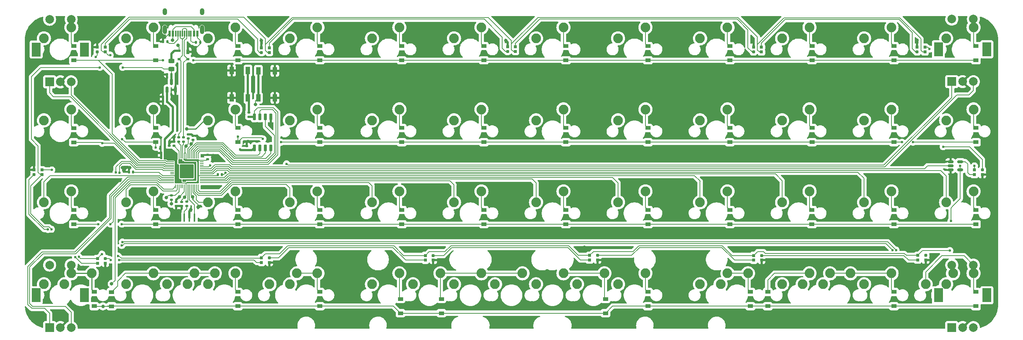
<source format=gbr>
%TF.GenerationSoftware,KiCad,Pcbnew,(6.0.7-1)-1*%
%TF.CreationDate,2022-08-22T03:12:19+03:00*%
%TF.ProjectId,Planck Drop In PCB,506c616e-636b-4204-9472-6f7020496e20,rev?*%
%TF.SameCoordinates,Original*%
%TF.FileFunction,Copper,L2,Bot*%
%TF.FilePolarity,Positive*%
%FSLAX46Y46*%
G04 Gerber Fmt 4.6, Leading zero omitted, Abs format (unit mm)*
G04 Created by KiCad (PCBNEW (6.0.7-1)-1) date 2022-08-22 03:12:19*
%MOMM*%
%LPD*%
G01*
G04 APERTURE LIST*
G04 Aperture macros list*
%AMRoundRect*
0 Rectangle with rounded corners*
0 $1 Rounding radius*
0 $2 $3 $4 $5 $6 $7 $8 $9 X,Y pos of 4 corners*
0 Add a 4 corners polygon primitive as box body*
4,1,4,$2,$3,$4,$5,$6,$7,$8,$9,$2,$3,0*
0 Add four circle primitives for the rounded corners*
1,1,$1+$1,$2,$3*
1,1,$1+$1,$4,$5*
1,1,$1+$1,$6,$7*
1,1,$1+$1,$8,$9*
0 Add four rect primitives between the rounded corners*
20,1,$1+$1,$2,$3,$4,$5,0*
20,1,$1+$1,$4,$5,$6,$7,0*
20,1,$1+$1,$6,$7,$8,$9,0*
20,1,$1+$1,$8,$9,$2,$3,0*%
G04 Aperture macros list end*
%TA.AperFunction,ComponentPad*%
%ADD10C,2.250000*%
%TD*%
%TA.AperFunction,ComponentPad*%
%ADD11R,2.000000X2.000000*%
%TD*%
%TA.AperFunction,ComponentPad*%
%ADD12C,2.000000*%
%TD*%
%TA.AperFunction,ComponentPad*%
%ADD13R,2.000000X3.200000*%
%TD*%
%TA.AperFunction,SMDPad,CuDef*%
%ADD14RoundRect,0.140000X0.140000X0.170000X-0.140000X0.170000X-0.140000X-0.170000X0.140000X-0.170000X0*%
%TD*%
%TA.AperFunction,SMDPad,CuDef*%
%ADD15R,1.200000X0.900000*%
%TD*%
%TA.AperFunction,SMDPad,CuDef*%
%ADD16RoundRect,0.175000X-0.175000X-0.175000X0.175000X-0.175000X0.175000X0.175000X-0.175000X0.175000X0*%
%TD*%
%TA.AperFunction,SMDPad,CuDef*%
%ADD17R,0.700000X0.700000*%
%TD*%
%TA.AperFunction,SMDPad,CuDef*%
%ADD18RoundRect,0.140000X0.170000X-0.140000X0.170000X0.140000X-0.170000X0.140000X-0.170000X-0.140000X0*%
%TD*%
%TA.AperFunction,SMDPad,CuDef*%
%ADD19RoundRect,0.175000X0.175000X0.175000X-0.175000X0.175000X-0.175000X-0.175000X0.175000X-0.175000X0*%
%TD*%
%TA.AperFunction,SMDPad,CuDef*%
%ADD20RoundRect,0.135000X-0.135000X-0.185000X0.135000X-0.185000X0.135000X0.185000X-0.135000X0.185000X0*%
%TD*%
%TA.AperFunction,SMDPad,CuDef*%
%ADD21RoundRect,0.140000X-0.140000X-0.170000X0.140000X-0.170000X0.140000X0.170000X-0.140000X0.170000X0*%
%TD*%
%TA.AperFunction,SMDPad,CuDef*%
%ADD22RoundRect,0.140000X-0.170000X0.140000X-0.170000X-0.140000X0.170000X-0.140000X0.170000X0.140000X0*%
%TD*%
%TA.AperFunction,SMDPad,CuDef*%
%ADD23RoundRect,0.135000X0.135000X0.185000X-0.135000X0.185000X-0.135000X-0.185000X0.135000X-0.185000X0*%
%TD*%
%TA.AperFunction,SMDPad,CuDef*%
%ADD24RoundRect,0.150000X-0.150000X0.650000X-0.150000X-0.650000X0.150000X-0.650000X0.150000X0.650000X0*%
%TD*%
%TA.AperFunction,SMDPad,CuDef*%
%ADD25R,0.700000X1.000000*%
%TD*%
%TA.AperFunction,SMDPad,CuDef*%
%ADD26R,0.700000X0.600000*%
%TD*%
%TA.AperFunction,SMDPad,CuDef*%
%ADD27RoundRect,0.135000X-0.185000X0.135000X-0.185000X-0.135000X0.185000X-0.135000X0.185000X0.135000X0*%
%TD*%
%TA.AperFunction,SMDPad,CuDef*%
%ADD28R,0.600000X1.450000*%
%TD*%
%TA.AperFunction,SMDPad,CuDef*%
%ADD29R,0.300000X1.450000*%
%TD*%
%TA.AperFunction,ComponentPad*%
%ADD30O,1.000000X1.600000*%
%TD*%
%TA.AperFunction,ComponentPad*%
%ADD31O,1.000000X2.100000*%
%TD*%
%TA.AperFunction,SMDPad,CuDef*%
%ADD32RoundRect,0.150000X0.150000X-0.587500X0.150000X0.587500X-0.150000X0.587500X-0.150000X-0.587500X0*%
%TD*%
%TA.AperFunction,SMDPad,CuDef*%
%ADD33RoundRect,0.135000X0.185000X-0.135000X0.185000X0.135000X-0.185000X0.135000X-0.185000X-0.135000X0*%
%TD*%
%TA.AperFunction,SMDPad,CuDef*%
%ADD34R,1.000000X1.700000*%
%TD*%
%TA.AperFunction,SMDPad,CuDef*%
%ADD35R,0.400000X1.900000*%
%TD*%
%TA.AperFunction,SMDPad,CuDef*%
%ADD36RoundRect,0.050000X0.387500X0.050000X-0.387500X0.050000X-0.387500X-0.050000X0.387500X-0.050000X0*%
%TD*%
%TA.AperFunction,SMDPad,CuDef*%
%ADD37RoundRect,0.050000X0.050000X0.387500X-0.050000X0.387500X-0.050000X-0.387500X0.050000X-0.387500X0*%
%TD*%
%TA.AperFunction,ComponentPad*%
%ADD38C,0.600000*%
%TD*%
%TA.AperFunction,SMDPad,CuDef*%
%ADD39RoundRect,0.144000X1.456000X1.456000X-1.456000X1.456000X-1.456000X-1.456000X1.456000X-1.456000X0*%
%TD*%
%TA.AperFunction,SMDPad,CuDef*%
%ADD40RoundRect,0.150000X-0.512500X-0.150000X0.512500X-0.150000X0.512500X0.150000X-0.512500X0.150000X0*%
%TD*%
%TA.AperFunction,SMDPad,CuDef*%
%ADD41RoundRect,0.243750X-0.456250X0.243750X-0.456250X-0.243750X0.456250X-0.243750X0.456250X0.243750X0*%
%TD*%
%TA.AperFunction,ViaPad*%
%ADD42C,0.800000*%
%TD*%
%TA.AperFunction,ViaPad*%
%ADD43C,0.600000*%
%TD*%
%TA.AperFunction,Conductor*%
%ADD44C,0.200000*%
%TD*%
%TA.AperFunction,Conductor*%
%ADD45C,0.500000*%
%TD*%
%TA.AperFunction,Conductor*%
%ADD46C,0.250000*%
%TD*%
G04 APERTURE END LIST*
D10*
%TO.P,MX36,1,COL*%
%TO.N,COL7*%
X174315075Y-61585027D03*
%TO.P,MX36,2,ROW*%
%TO.N,Net-(D29-Pad2)*%
X180665075Y-59045027D03*
%TD*%
%TO.P,MX35,1,COL*%
%TO.N,COL6*%
X164815071Y-118585051D03*
%TO.P,MX35,2,ROW*%
%TO.N,Net-(D28-Pad2)*%
X171165071Y-116045051D03*
%TD*%
%TO.P,MX9,1,COL*%
%TO.N,COL1*%
X60315027Y-118585051D03*
%TO.P,MX9,2,ROW*%
%TO.N,Net-(D8-Pad2)*%
X66665027Y-116045051D03*
%TD*%
%TO.P,MX49,1,COL*%
%TO.N,COL10*%
X231315099Y-61585027D03*
%TO.P,MX49,2,ROW*%
%TO.N,Net-(D41-Pad2)*%
X237665099Y-59045027D03*
%TD*%
%TO.P,MX42,1,COL*%
%TO.N,COL8*%
X193315083Y-80585035D03*
%TO.P,MX42,2,ROW*%
%TO.N,Net-(D34-Pad2)*%
X199665083Y-78045035D03*
%TD*%
%TO.P,MX52,1,COL*%
%TO.N,COL10*%
X231315099Y-118585051D03*
%TO.P,MX52,2,ROW*%
%TO.N,Net-(D44-Pad2)*%
X237665099Y-116045051D03*
%TD*%
%TO.P,MX30,1,COL*%
%TO.N,COL5*%
X145815063Y-118585051D03*
%TO.P,MX30,2,ROW*%
%TO.N,Net-(D24-Pad2)*%
X152165063Y-116045051D03*
%TD*%
%TO.P,MX21,1,COL*%
%TO.N,COL4*%
X117315051Y-80585035D03*
%TO.P,MX21,2,ROW*%
%TO.N,Net-(D18-Pad2)*%
X123665051Y-78045035D03*
%TD*%
%TO.P,MX53,1,COL*%
%TO.N,COL10*%
X221815095Y-118585051D03*
%TO.P,MX53,2,ROW*%
%TO.N,Net-(D44-Pad2)*%
X228165095Y-116045051D03*
%TD*%
%TO.P,MX4,1,COL*%
%TO.N,COL0*%
X41315019Y-118585051D03*
%TO.P,MX4,2,ROW*%
%TO.N,Net-(D4-Pad2)*%
X47665019Y-116045051D03*
%TD*%
%TO.P,MX44,1,COL*%
%TO.N,COL8*%
X198065085Y-118585051D03*
%TO.P,MX44,2,ROW*%
%TO.N,Net-(D36-Pad2)*%
X204415085Y-116045051D03*
%TD*%
%TO.P,MX34,1,COL*%
%TO.N,COL6*%
X155315067Y-118585051D03*
%TO.P,MX34,2,ROW*%
%TO.N,Net-(D28-Pad2)*%
X161665067Y-116045051D03*
%TD*%
%TO.P,MX32,1,COL*%
%TO.N,COL6*%
X155315067Y-80585035D03*
%TO.P,MX32,2,ROW*%
%TO.N,Net-(D26-Pad2)*%
X161665067Y-78045035D03*
%TD*%
%TO.P,MX19,1,COL*%
%TO.N,COL3*%
X93565041Y-118585051D03*
%TO.P,MX19,2,ROW*%
%TO.N,Net-(D16-Pad2)*%
X99915041Y-116045051D03*
%TD*%
%TO.P,MX38,1,COL*%
%TO.N,COL7*%
X174315075Y-99585043D03*
%TO.P,MX38,2,ROW*%
%TO.N,Net-(D31-Pad2)*%
X180665075Y-97045043D03*
%TD*%
%TO.P,MX5,1,COL*%
%TO.N,COL0*%
X46065021Y-118585051D03*
%TO.P,MX5,2,ROW*%
%TO.N,Net-(D4-Pad2)*%
X52415021Y-116045051D03*
%TD*%
%TO.P,MX2,1,COL*%
%TO.N,COL0*%
X41315019Y-80585027D03*
%TO.P,MX2,2,ROW*%
%TO.N,Net-(D2-Pad2)*%
X47665019Y-78045027D03*
%TD*%
%TO.P,MX7,1,COL*%
%TO.N,COL1*%
X60315027Y-80585035D03*
%TO.P,MX7,2,ROW*%
%TO.N,Net-(D6-Pad2)*%
X66665027Y-78045035D03*
%TD*%
%TO.P,MX48,1,COL*%
%TO.N,COL9*%
X212315091Y-118585051D03*
%TO.P,MX48,2,ROW*%
%TO.N,Net-(D40-Pad2)*%
X218665091Y-116045051D03*
%TD*%
%TO.P,MX43,1,COL*%
%TO.N,COL8*%
X193315083Y-99585043D03*
%TO.P,MX43,2,ROW*%
%TO.N,Net-(D35-Pad2)*%
X199665083Y-97045043D03*
%TD*%
D11*
%TO.P,SW4,A,A*%
%TO.N,rot4a*%
X251625107Y-128633333D03*
D12*
%TO.P,SW4,B,B*%
%TO.N,rot4b*%
X256625107Y-128633333D03*
%TO.P,SW4,C,C*%
%TO.N,GND*%
X254125107Y-128633333D03*
D13*
%TO.P,SW4,MP*%
%TO.N,N/C*%
X248525107Y-121133333D03*
X259725107Y-121133333D03*
D12*
%TO.P,SW4,S1,S1*%
%TO.N,Net-(D48-Pad2)*%
X256625107Y-114133333D03*
%TO.P,SW4,S2,S2*%
%TO.N,COL11*%
X251625107Y-114133333D03*
%TD*%
D10*
%TO.P,MX3,1,COL*%
%TO.N,COL0*%
X41315019Y-99585043D03*
%TO.P,MX3,2,ROW*%
%TO.N,Net-(D3-Pad2)*%
X47665019Y-97045043D03*
%TD*%
%TO.P,MX10,1,COL*%
%TO.N,COL1*%
X69815031Y-118585051D03*
%TO.P,MX10,2,ROW*%
%TO.N,Net-(D8-Pad2)*%
X76165031Y-116045051D03*
%TD*%
D11*
%TO.P,SW1,A,A*%
%TO.N,rot1a*%
X42625019Y-71658333D03*
D12*
%TO.P,SW1,B,B*%
%TO.N,rot1b*%
X47625019Y-71658333D03*
%TO.P,SW1,C,C*%
%TO.N,GND*%
X45125019Y-71658333D03*
D13*
%TO.P,SW1,MP*%
%TO.N,N/C*%
X39525019Y-64158333D03*
X50725019Y-64158333D03*
D12*
%TO.P,SW1,S1,S1*%
%TO.N,Net-(D1-Pad2)*%
X47625019Y-57158333D03*
%TO.P,SW1,S2,S2*%
%TO.N,COL0*%
X42625019Y-57158333D03*
%TD*%
D10*
%TO.P,MX13,1,COL*%
%TO.N,COL2*%
X79315035Y-80585035D03*
%TO.P,MX13,2,ROW*%
%TO.N,Net-(D10-Pad2)*%
X85665035Y-78045035D03*
%TD*%
%TO.P,MX16,1,COL*%
%TO.N,COL3*%
X98315043Y-61585027D03*
%TO.P,MX16,2,ROW*%
%TO.N,Net-(D13-Pad2)*%
X104665043Y-59045027D03*
%TD*%
%TO.P,MX11,1,COL*%
%TO.N,COL1*%
X74565033Y-118585051D03*
%TO.P,MX11,2,ROW*%
%TO.N,Net-(D8-Pad2)*%
X80915033Y-116045051D03*
%TD*%
%TO.P,MX24,1,COL*%
%TO.N,COL4*%
X117315051Y-118585051D03*
%TO.P,MX24,2,ROW*%
%TO.N,Net-(D20-Pad2)*%
X123665051Y-116045051D03*
%TD*%
%TO.P,MX37,1,COL*%
%TO.N,COL7*%
X174315075Y-80585035D03*
%TO.P,MX37,2,ROW*%
%TO.N,Net-(D30-Pad2)*%
X180665075Y-78045035D03*
%TD*%
%TO.P,MX6,1,COL*%
%TO.N,COL1*%
X60315027Y-61585027D03*
%TO.P,MX6,2,ROW*%
%TO.N,Net-(D5-Pad2)*%
X66665027Y-59045027D03*
%TD*%
%TO.P,MX22,1,COL*%
%TO.N,COL4*%
X117315051Y-99585043D03*
%TO.P,MX22,2,ROW*%
%TO.N,Net-(D19-Pad2)*%
X123665051Y-97045043D03*
%TD*%
%TO.P,MX19,1,COL*%
%TO.N,COL3*%
X98315043Y-118585051D03*
%TO.P,MX19,2,ROW*%
%TO.N,Net-(D16-Pad2)*%
X104665043Y-116045051D03*
%TD*%
%TO.P,MX31,1,COL*%
%TO.N,COL6*%
X155315067Y-61585027D03*
%TO.P,MX31,2,ROW*%
%TO.N,Net-(D25-Pad2)*%
X161665067Y-59045027D03*
%TD*%
%TO.P,MX25,1,COL*%
%TO.N,COL5*%
X136315059Y-61585027D03*
%TO.P,MX25,2,ROW*%
%TO.N,Net-(D21-Pad2)*%
X142665059Y-59045027D03*
%TD*%
%TO.P,MX17,1,COL*%
%TO.N,COL3*%
X98315043Y-80585035D03*
%TO.P,MX17,2,ROW*%
%TO.N,Net-(D14-Pad2)*%
X104665043Y-78045035D03*
%TD*%
%TO.P,MX45,1,COL*%
%TO.N,COL9*%
X212315091Y-61585027D03*
%TO.P,MX45,2,ROW*%
%TO.N,Net-(D37-Pad2)*%
X218665091Y-59045027D03*
%TD*%
%TO.P,MX28,1,COL*%
%TO.N,COL5*%
X136315059Y-118585051D03*
%TO.P,MX28,2,ROW*%
%TO.N,Net-(D24-Pad2)*%
X142665059Y-116045051D03*
%TD*%
D11*
%TO.P,SW3,A,A*%
%TO.N,rot3a*%
X251625107Y-71608333D03*
D12*
%TO.P,SW3,B,B*%
%TO.N,rot3b*%
X256625107Y-71608333D03*
%TO.P,SW3,C,C*%
%TO.N,GND*%
X254125107Y-71608333D03*
D13*
%TO.P,SW3,MP*%
%TO.N,N/C*%
X259725107Y-64108333D03*
X248525107Y-64108333D03*
D12*
%TO.P,SW3,S1,S1*%
%TO.N,Net-(D45-Pad2)*%
X256625107Y-57108333D03*
%TO.P,SW3,S2,S2*%
%TO.N,COL11*%
X251625107Y-57108333D03*
%TD*%
D10*
%TO.P,MX15,1,COL*%
%TO.N,COL2*%
X79315035Y-118585051D03*
%TO.P,MX15,2,ROW*%
%TO.N,Net-(D12-Pad2)*%
X85665035Y-116045051D03*
%TD*%
%TO.P,MX54,1,COL*%
%TO.N,COL10*%
X217065093Y-118585051D03*
%TO.P,MX54,2,ROW*%
%TO.N,Net-(D44-Pad2)*%
X223415093Y-116045051D03*
%TD*%
%TO.P,MX59,1,COL*%
%TO.N,Net-(D48-Pad2)*%
X245565105Y-118585051D03*
%TO.P,MX59,2,ROW*%
%TO.N,COL11*%
X251915105Y-116045051D03*
%TD*%
%TO.P,MX39,1,COL*%
%TO.N,COL7*%
X174315075Y-118585051D03*
%TO.P,MX39,2,ROW*%
%TO.N,Net-(D32-Pad2)*%
X180665075Y-116045051D03*
%TD*%
%TO.P,MX40,1,COL*%
%TO.N,COL7*%
X174315075Y-118585051D03*
%TO.P,MX40,2,ROW*%
%TO.N,Net-(D32-Pad2)*%
X180665075Y-116045051D03*
%TD*%
%TO.P,MX44,1,COL*%
%TO.N,COL8*%
X193315083Y-118585051D03*
%TO.P,MX44,2,ROW*%
%TO.N,Net-(D36-Pad2)*%
X199665083Y-116045051D03*
%TD*%
%TO.P,MX14,1,COL*%
%TO.N,COL2*%
X79315035Y-99585043D03*
%TO.P,MX14,2,ROW*%
%TO.N,Net-(D11-Pad2)*%
X85665035Y-97045043D03*
%TD*%
%TO.P,MX51,1,COL*%
%TO.N,COL10*%
X231315099Y-99585043D03*
%TO.P,MX51,2,ROW*%
%TO.N,Net-(D43-Pad2)*%
X237665099Y-97045043D03*
%TD*%
%TO.P,MX57,1,COL*%
%TO.N,COL11*%
X250315107Y-99585043D03*
%TO.P,MX57,2,ROW*%
%TO.N,Net-(D47-Pad2)*%
X256665107Y-97045043D03*
%TD*%
%TO.P,MX27,1,COL*%
%TO.N,COL5*%
X136315059Y-99585043D03*
%TO.P,MX27,2,ROW*%
%TO.N,Net-(D23-Pad2)*%
X142665059Y-97045043D03*
%TD*%
%TO.P,MX8,1,COL*%
%TO.N,COL1*%
X60315027Y-99585043D03*
%TO.P,MX8,2,ROW*%
%TO.N,Net-(D7-Pad2)*%
X66665027Y-97045043D03*
%TD*%
%TO.P,MX56,1,COL*%
%TO.N,COL11*%
X250315107Y-80585035D03*
%TO.P,MX56,2,ROW*%
%TO.N,Net-(D46-Pad2)*%
X256665107Y-78045035D03*
%TD*%
%TO.P,MX46,1,COL*%
%TO.N,COL9*%
X212315091Y-80585035D03*
%TO.P,MX46,2,ROW*%
%TO.N,Net-(D38-Pad2)*%
X218665091Y-78045035D03*
%TD*%
%TO.P,MX18,1,COL*%
%TO.N,COL3*%
X98315043Y-99585043D03*
%TO.P,MX18,2,ROW*%
%TO.N,Net-(D15-Pad2)*%
X104665043Y-97045043D03*
%TD*%
%TO.P,MX41,1,COL*%
%TO.N,COL8*%
X193315083Y-61585027D03*
%TO.P,MX41,2,ROW*%
%TO.N,Net-(D33-Pad2)*%
X199665083Y-59045027D03*
%TD*%
%TO.P,MX58,1,COL*%
%TO.N,COL11*%
X250315107Y-118585051D03*
%TO.P,MX58,2,ROW*%
%TO.N,Net-(D48-Pad2)*%
X256665107Y-116045051D03*
%TD*%
%TO.P,MX12,1,COL*%
%TO.N,COL2*%
X79315035Y-61585027D03*
%TO.P,MX12,2,ROW*%
%TO.N,Net-(D9-Pad2)*%
X85665035Y-59045027D03*
%TD*%
%TO.P,MX47,1,COL*%
%TO.N,COL9*%
X212315091Y-99585043D03*
%TO.P,MX47,2,ROW*%
%TO.N,Net-(D39-Pad2)*%
X218665091Y-97045043D03*
%TD*%
D11*
%TO.P,SW2,A,A*%
%TO.N,rot2a*%
X42625019Y-128633333D03*
D12*
%TO.P,SW2,B,B*%
%TO.N,rot2b*%
X47625019Y-128633333D03*
%TO.P,SW2,C,C*%
%TO.N,GND*%
X45125019Y-128633333D03*
D13*
%TO.P,SW2,MP*%
%TO.N,N/C*%
X39525019Y-121133333D03*
X50725019Y-121133333D03*
D12*
%TO.P,SW2,S1,S1*%
%TO.N,Net-(D4-Pad2)*%
X47625019Y-114133333D03*
%TO.P,SW2,S2,S2*%
%TO.N,COL0*%
X42625019Y-114133333D03*
%TD*%
D10*
%TO.P,MX55,1,COL*%
%TO.N,COL11*%
X250315107Y-61585027D03*
%TO.P,MX55,2,ROW*%
%TO.N,Net-(D45-Pad2)*%
X256665107Y-59045027D03*
%TD*%
%TO.P,MX26,1,COL*%
%TO.N,COL5*%
X136315059Y-80585035D03*
%TO.P,MX26,2,ROW*%
%TO.N,Net-(D22-Pad2)*%
X142665059Y-78045035D03*
%TD*%
%TO.P,MX20,1,COL*%
%TO.N,COL4*%
X117315051Y-61585027D03*
%TO.P,MX20,2,ROW*%
%TO.N,Net-(D17-Pad2)*%
X123665051Y-59045027D03*
%TD*%
%TO.P,MX23,1,COL*%
%TO.N,COL4*%
X117315051Y-118585051D03*
%TO.P,MX23,2,ROW*%
%TO.N,Net-(D20-Pad2)*%
X123665051Y-116045051D03*
%TD*%
%TO.P,MX29,1,COL*%
%TO.N,COL5*%
X126815055Y-118585051D03*
%TO.P,MX29,2,ROW*%
%TO.N,Net-(D24-Pad2)*%
X133165055Y-116045051D03*
%TD*%
%TO.P,MX50,1,COL*%
%TO.N,COL10*%
X231315099Y-80585035D03*
%TO.P,MX50,2,ROW*%
%TO.N,Net-(D42-Pad2)*%
X237665099Y-78045035D03*
%TD*%
%TO.P,MX33,1,COL*%
%TO.N,COL6*%
X155315067Y-99585043D03*
%TO.P,MX33,2,ROW*%
%TO.N,Net-(D27-Pad2)*%
X161665067Y-97045043D03*
%TD*%
%TO.P,MX1,1,COL*%
%TO.N,COL0*%
X41315019Y-61585027D03*
%TO.P,MX1,2,ROW*%
%TO.N,Net-(D1-Pad2)*%
X47665019Y-59045027D03*
%TD*%
D14*
%TO.P,C2,1*%
%TO.N,+3V3*%
X69870000Y-75110000D03*
%TO.P,C2,2*%
%TO.N,GND*%
X68910000Y-75110000D03*
%TD*%
D15*
%TO.P,D43,1,K*%
%TO.N,ROW2*%
X238220000Y-104660000D03*
%TO.P,D43,2,A*%
%TO.N,Net-(D43-Pad2)*%
X238220000Y-101360000D03*
%TD*%
%TO.P,D9,1,K*%
%TO.N,ROW0*%
X86220000Y-66660000D03*
%TO.P,D9,2,A*%
%TO.N,Net-(D9-Pad2)*%
X86220000Y-63360000D03*
%TD*%
%TO.P,D33,1,K*%
%TO.N,ROW0*%
X200220000Y-66660000D03*
%TO.P,D33,2,A*%
%TO.N,Net-(D33-Pad2)*%
X200220000Y-63360000D03*
%TD*%
%TO.P,D21,1,K*%
%TO.N,ROW0*%
X143220000Y-66660000D03*
%TO.P,D21,2,A*%
%TO.N,Net-(D21-Pad2)*%
X143220000Y-63360000D03*
%TD*%
D16*
%TO.P,D56,1,DOUT*%
%TO.N,Net-(D56-Pad1)*%
X55535000Y-112600000D03*
D17*
%TO.P,D56,2,VSS*%
%TO.N,GND*%
X55535000Y-113700000D03*
%TO.P,D56,3,DIN*%
%TO.N,Net-(D55-Pad1)*%
X53705000Y-113700000D03*
%TO.P,D56,4,VDD*%
%TO.N,+5V*%
X53705000Y-112600000D03*
%TD*%
D18*
%TO.P,C6,1*%
%TO.N,+1V1*%
X75840000Y-85110000D03*
%TO.P,C6,2*%
%TO.N,GND*%
X75840000Y-84150000D03*
%TD*%
D14*
%TO.P,C10,1*%
%TO.N,+3V3*%
X69430000Y-88190000D03*
%TO.P,C10,2*%
%TO.N,GND*%
X68470000Y-88190000D03*
%TD*%
D19*
%TO.P,D50,1,DOUT*%
%TO.N,Net-(D50-Pad1)*%
X243575000Y-64730000D03*
D17*
%TO.P,D50,2,VSS*%
%TO.N,GND*%
X243575000Y-63630000D03*
%TO.P,D50,3,DIN*%
%TO.N,Net-(D49-Pad1)*%
X245405000Y-63630000D03*
%TO.P,D50,4,VDD*%
%TO.N,+5V*%
X245405000Y-64730000D03*
%TD*%
D15*
%TO.P,D24,1,K*%
%TO.N,ROW3*%
X133410000Y-125300000D03*
%TO.P,D24,2,A*%
%TO.N,Net-(D24-Pad2)*%
X133410000Y-122000000D03*
%TD*%
D20*
%TO.P,R2,1*%
%TO.N,Net-(R2-Pad1)*%
X76510000Y-62530000D03*
%TO.P,R2,2*%
%TO.N,GND*%
X77530000Y-62530000D03*
%TD*%
D15*
%TO.P,D7,1,K*%
%TO.N,ROW2*%
X67220000Y-104660000D03*
%TO.P,D7,2,A*%
%TO.N,Net-(D7-Pad2)*%
X67220000Y-101360000D03*
%TD*%
D18*
%TO.P,C7,1*%
%TO.N,+3V3*%
X79230000Y-89580000D03*
%TO.P,C7,2*%
%TO.N,GND*%
X79230000Y-88620000D03*
%TD*%
D21*
%TO.P,C11,1*%
%TO.N,+3V3*%
X81590000Y-93160000D03*
%TO.P,C11,2*%
%TO.N,GND*%
X82550000Y-93160000D03*
%TD*%
D19*
%TO.P,D54,1,DOUT*%
%TO.N,Net-(D54-Pad1)*%
X53695000Y-64740000D03*
D17*
%TO.P,D54,2,VSS*%
%TO.N,GND*%
X53695000Y-63640000D03*
%TO.P,D54,3,DIN*%
%TO.N,Net-(D53-Pad1)*%
X55525000Y-63640000D03*
%TO.P,D54,4,VDD*%
%TO.N,+5V*%
X55525000Y-64740000D03*
%TD*%
D15*
%TO.P,D32,1,K*%
%TO.N,ROW3*%
X181230000Y-123670000D03*
%TO.P,D32,2,A*%
%TO.N,Net-(D32-Pad2)*%
X181230000Y-120370000D03*
%TD*%
D22*
%TO.P,C12,1*%
%TO.N,+3V3*%
X73210000Y-99490000D03*
%TO.P,C12,2*%
%TO.N,GND*%
X73210000Y-100450000D03*
%TD*%
D23*
%TO.P,R1,1*%
%TO.N,Net-(R1-Pad1)*%
X69930000Y-62360000D03*
%TO.P,R1,2*%
%TO.N,GND*%
X68910000Y-62360000D03*
%TD*%
D24*
%TO.P,U4,1,~{CS}*%
%TO.N,CS*%
X90055000Y-79770000D03*
%TO.P,U4,2,DO(IO1)*%
%TO.N,SD1*%
X91325000Y-79770000D03*
%TO.P,U4,3,IO2*%
%TO.N,SD2*%
X92595000Y-79770000D03*
%TO.P,U4,4,GND*%
%TO.N,GND*%
X93865000Y-79770000D03*
%TO.P,U4,5,DI(IO0)*%
%TO.N,SD0*%
X93865000Y-86970000D03*
%TO.P,U4,6,CLK*%
%TO.N,QSPI_CLK*%
X92595000Y-86970000D03*
%TO.P,U4,7,IO3*%
%TO.N,SD3*%
X91325000Y-86970000D03*
%TO.P,U4,8,VCC*%
%TO.N,+3V3*%
X90055000Y-86970000D03*
%TD*%
D15*
%TO.P,D29,1,K*%
%TO.N,ROW0*%
X181220000Y-66660000D03*
%TO.P,D29,2,A*%
%TO.N,Net-(D29-Pad2)*%
X181220000Y-63360000D03*
%TD*%
%TO.P,D25,1,K*%
%TO.N,ROW0*%
X162220000Y-66660000D03*
%TO.P,D25,2,A*%
%TO.N,Net-(D25-Pad2)*%
X162220000Y-63360000D03*
%TD*%
D14*
%TO.P,C_LDO2,1*%
%TO.N,+3V3*%
X69870000Y-76190000D03*
%TO.P,C_LDO2,2*%
%TO.N,GND*%
X68910000Y-76190000D03*
%TD*%
D16*
%TO.P,D61,1,DOUT*%
%TO.N,unconnected-(D61-Pad1)*%
X245565000Y-111880000D03*
D17*
%TO.P,D61,2,VSS*%
%TO.N,GND*%
X245565000Y-112980000D03*
%TO.P,D61,3,DIN*%
%TO.N,Net-(D60-Pad1)*%
X243735000Y-112980000D03*
%TO.P,D61,4,VDD*%
%TO.N,+5V*%
X243735000Y-111880000D03*
%TD*%
D14*
%TO.P,C5,1*%
%TO.N,+3V3*%
X69430000Y-89270000D03*
%TO.P,C5,2*%
%TO.N,GND*%
X68470000Y-89270000D03*
%TD*%
D15*
%TO.P,D44,1,K*%
%TO.N,ROW3*%
X238230000Y-123660000D03*
%TO.P,D44,2,A*%
%TO.N,Net-(D44-Pad2)*%
X238230000Y-120360000D03*
%TD*%
%TO.P,D42,1,K*%
%TO.N,ROW1*%
X238230000Y-85660000D03*
%TO.P,D42,2,A*%
%TO.N,Net-(D42-Pad2)*%
X238230000Y-82360000D03*
%TD*%
D18*
%TO.P,C9,1*%
%TO.N,+3V3*%
X88330000Y-87480000D03*
%TO.P,C9,2*%
%TO.N,GND*%
X88330000Y-86520000D03*
%TD*%
D15*
%TO.P,D27,1,K*%
%TO.N,ROW2*%
X162230000Y-104670000D03*
%TO.P,D27,2,A*%
%TO.N,Net-(D27-Pad2)*%
X162230000Y-101370000D03*
%TD*%
D16*
%TO.P,D58,1,DOUT*%
%TO.N,Net-(D58-Pad1)*%
X131505000Y-111910000D03*
D17*
%TO.P,D58,2,VSS*%
%TO.N,GND*%
X131505000Y-113010000D03*
%TO.P,D58,3,DIN*%
%TO.N,Net-(D57-Pad1)*%
X129675000Y-113010000D03*
%TO.P,D58,4,VDD*%
%TO.N,+5V*%
X129675000Y-111910000D03*
%TD*%
D15*
%TO.P,D34,1,K*%
%TO.N,ROW1*%
X200220000Y-85660000D03*
%TO.P,D34,2,A*%
%TO.N,Net-(D34-Pad2)*%
X200220000Y-82360000D03*
%TD*%
D25*
%TO.P,U2,1,GND*%
%TO.N,GND*%
X74630000Y-64670000D03*
D26*
%TO.P,U2,2,IO1*%
%TO.N,D+*%
X74630000Y-66370000D03*
%TO.P,U2,3,IO2*%
%TO.N,D-*%
X72630000Y-66370000D03*
%TO.P,U2,4,VCC*%
%TO.N,VCC*%
X72630000Y-64470000D03*
%TD*%
D27*
%TO.P,R5,1*%
%TO.N,D-*%
X72520000Y-84557500D03*
%TO.P,R5,2*%
%TO.N,Net-(R5-Pad2)*%
X72520000Y-85577500D03*
%TD*%
D15*
%TO.P,D10,1,K*%
%TO.N,ROW1*%
X86220000Y-85660000D03*
%TO.P,D10,2,A*%
%TO.N,Net-(D10-Pad2)*%
X86220000Y-82360000D03*
%TD*%
%TO.P,D41,1,K*%
%TO.N,ROW0*%
X238230000Y-66660000D03*
%TO.P,D41,2,A*%
%TO.N,Net-(D41-Pad2)*%
X238230000Y-63360000D03*
%TD*%
D28*
%TO.P,USB1,1,GND*%
%TO.N,GND*%
X70400031Y-60482500D03*
%TO.P,USB1,2,VBUS*%
%TO.N,VCC*%
X71175031Y-60482500D03*
D29*
%TO.P,USB1,3,SBU2*%
%TO.N,unconnected-(USB1-Pad3)*%
X71875031Y-60482500D03*
%TO.P,USB1,4,CC1*%
%TO.N,Net-(R1-Pad1)*%
X72375031Y-60482500D03*
%TO.P,USB1,5,DN2*%
%TO.N,D-*%
X72875031Y-60482500D03*
%TO.P,USB1,6,DP1*%
%TO.N,D+*%
X73375031Y-60482500D03*
%TO.P,USB1,7,DN1*%
%TO.N,D-*%
X73875031Y-60482500D03*
%TO.P,USB1,8,DP2*%
%TO.N,D+*%
X74375031Y-60482500D03*
%TO.P,USB1,9,SBU1*%
%TO.N,unconnected-(USB1-Pad9)*%
X74875031Y-60482500D03*
%TO.P,USB1,10,CC2*%
%TO.N,Net-(R2-Pad1)*%
X75375031Y-60482500D03*
D28*
%TO.P,USB1,11,VBUS*%
%TO.N,VCC*%
X76075031Y-60482500D03*
%TO.P,USB1,12,GND*%
%TO.N,GND*%
X76850031Y-60482500D03*
D30*
%TO.P,USB1,13,SHIELD*%
%TO.N,GNDREF*%
X69305031Y-55387500D03*
D31*
X77945031Y-59567500D03*
X69305031Y-59567500D03*
D30*
X77945031Y-55387500D03*
%TD*%
D19*
%TO.P,D51,1,DOUT*%
%TO.N,Net-(D51-Pad1)*%
X205705000Y-64730000D03*
D17*
%TO.P,D51,2,VSS*%
%TO.N,GND*%
X205705000Y-63630000D03*
%TO.P,D51,3,DIN*%
%TO.N,Net-(D50-Pad1)*%
X207535000Y-63630000D03*
%TO.P,D51,4,VDD*%
%TO.N,+5V*%
X207535000Y-64730000D03*
%TD*%
D27*
%TO.P,R4,1*%
%TO.N,D+*%
X73610000Y-84550000D03*
%TO.P,R4,2*%
%TO.N,Net-(R4-Pad2)*%
X73610000Y-85570000D03*
%TD*%
D32*
%TO.P,U1,1,GND*%
%TO.N,GND*%
X71770000Y-73507500D03*
%TO.P,U1,2,VO*%
%TO.N,+3V3*%
X69870000Y-73507500D03*
%TO.P,U1,3,VI*%
%TO.N,+5V*%
X70820000Y-71632500D03*
%TD*%
D15*
%TO.P,D4,1,K*%
%TO.N,ROW3*%
X52980000Y-123670000D03*
%TO.P,D4,2,A*%
%TO.N,Net-(D4-Pad2)*%
X52980000Y-120370000D03*
%TD*%
%TO.P,D20,1,K*%
%TO.N,ROW3*%
X123910000Y-125290000D03*
%TO.P,D20,2,A*%
%TO.N,Net-(D20-Pad2)*%
X123910000Y-121990000D03*
%TD*%
%TO.P,D1,1,K*%
%TO.N,ROW0*%
X48230000Y-66660000D03*
%TO.P,D1,2,A*%
%TO.N,Net-(D1-Pad2)*%
X48230000Y-63360000D03*
%TD*%
%TO.P,D46,1,K*%
%TO.N,ROW1*%
X257220000Y-85660000D03*
%TO.P,D46,2,A*%
%TO.N,Net-(D46-Pad2)*%
X257220000Y-82360000D03*
%TD*%
D33*
%TO.P,R3,1*%
%TO.N,+3V3*%
X70820000Y-99040000D03*
%TO.P,R3,2*%
%TO.N,RESET*%
X70820000Y-98020000D03*
%TD*%
D15*
%TO.P,D12,1,K*%
%TO.N,ROW3*%
X86230000Y-123660000D03*
%TO.P,D12,2,A*%
%TO.N,Net-(D12-Pad2)*%
X86230000Y-120360000D03*
%TD*%
D33*
%TO.P,R7,1*%
%TO.N,Net-(R7-Pad1)*%
X74410000Y-100470000D03*
%TO.P,R7,2*%
%TO.N,XTAL_OUT*%
X74410000Y-99450000D03*
%TD*%
D15*
%TO.P,D13,1,K*%
%TO.N,ROW0*%
X105220000Y-66660000D03*
%TO.P,D13,2,A*%
%TO.N,Net-(D13-Pad2)*%
X105220000Y-63360000D03*
%TD*%
%TO.P,D6,1,K*%
%TO.N,ROW1*%
X67220000Y-85660000D03*
%TO.P,D6,2,A*%
%TO.N,Net-(D6-Pad2)*%
X67220000Y-82360000D03*
%TD*%
D19*
%TO.P,D53,1,DOUT*%
%TO.N,Net-(D53-Pad1)*%
X91715000Y-64850000D03*
D17*
%TO.P,D53,2,VSS*%
%TO.N,GND*%
X91715000Y-63750000D03*
%TO.P,D53,3,DIN*%
%TO.N,Net-(D52-Pad1)*%
X93545000Y-63750000D03*
%TO.P,D53,4,VDD*%
%TO.N,+5V*%
X93545000Y-64850000D03*
%TD*%
D27*
%TO.P,R6,1*%
%TO.N,Net-(R6-Pad1)*%
X88770000Y-78740000D03*
%TO.P,R6,2*%
%TO.N,CS*%
X88770000Y-79760000D03*
%TD*%
D15*
%TO.P,D36,1,K*%
%TO.N,ROW3*%
X204980000Y-123660000D03*
%TO.P,D36,2,A*%
%TO.N,Net-(D36-Pad2)*%
X204980000Y-120360000D03*
%TD*%
%TO.P,D19,1,K*%
%TO.N,ROW2*%
X124220000Y-104660000D03*
%TO.P,D19,2,A*%
%TO.N,Net-(D19-Pad2)*%
X124220000Y-101360000D03*
%TD*%
%TO.P,D15,1,K*%
%TO.N,ROW2*%
X105220000Y-104670000D03*
%TO.P,D15,2,A*%
%TO.N,Net-(D15-Pad2)*%
X105220000Y-101370000D03*
%TD*%
%TO.P,D26,1,K*%
%TO.N,ROW1*%
X162220000Y-85660000D03*
%TO.P,D26,2,A*%
%TO.N,Net-(D26-Pad2)*%
X162220000Y-82360000D03*
%TD*%
D34*
%TO.P,SW6,1,1*%
%TO.N,RESET*%
X90990000Y-69080000D03*
X90990000Y-75380000D03*
%TO.P,SW6,2,2*%
%TO.N,GND*%
X94790000Y-69080000D03*
X94790000Y-75380000D03*
%TD*%
D15*
%TO.P,D22,1,K*%
%TO.N,ROW1*%
X143230000Y-85660000D03*
%TO.P,D22,2,A*%
%TO.N,Net-(D22-Pad2)*%
X143230000Y-82360000D03*
%TD*%
D18*
%TO.P,C4,1*%
%TO.N,+3V3*%
X70350000Y-87390000D03*
%TO.P,C4,2*%
%TO.N,GND*%
X70350000Y-86430000D03*
%TD*%
D19*
%TO.P,D52,1,DOUT*%
%TO.N,Net-(D52-Pad1)*%
X148715000Y-64620000D03*
D17*
%TO.P,D52,2,VSS*%
%TO.N,GND*%
X148715000Y-63520000D03*
%TO.P,D52,3,DIN*%
%TO.N,Net-(D51-Pad1)*%
X150545000Y-63520000D03*
%TO.P,D52,4,VDD*%
%TO.N,+5V*%
X150545000Y-64620000D03*
%TD*%
D16*
%TO.P,D59,1,DOUT*%
%TO.N,Net-(D59-Pad1)*%
X169565000Y-111890000D03*
D17*
%TO.P,D59,2,VSS*%
%TO.N,GND*%
X169565000Y-112990000D03*
%TO.P,D59,3,DIN*%
%TO.N,Net-(D58-Pad1)*%
X167735000Y-112990000D03*
%TO.P,D59,4,VDD*%
%TO.N,+5V*%
X167735000Y-111890000D03*
%TD*%
D15*
%TO.P,D28,1,K*%
%TO.N,ROW3*%
X171420000Y-125290000D03*
%TO.P,D28,2,A*%
%TO.N,Net-(D28-Pad2)*%
X171420000Y-121990000D03*
%TD*%
%TO.P,D38,1,K*%
%TO.N,ROW1*%
X219230000Y-85660000D03*
%TO.P,D38,2,A*%
%TO.N,Net-(D38-Pad2)*%
X219230000Y-82360000D03*
%TD*%
%TO.P,D30,1,K*%
%TO.N,ROW1*%
X181230000Y-85660000D03*
%TO.P,D30,2,A*%
%TO.N,Net-(D30-Pad2)*%
X181230000Y-82360000D03*
%TD*%
D14*
%TO.P,C8,1*%
%TO.N,+3V3*%
X61970000Y-92540000D03*
%TO.P,C8,2*%
%TO.N,GND*%
X61010000Y-92540000D03*
%TD*%
D15*
%TO.P,D2,1,K*%
%TO.N,ROW1*%
X48220000Y-85670000D03*
%TO.P,D2,2,A*%
%TO.N,Net-(D2-Pad2)*%
X48220000Y-82370000D03*
%TD*%
%TO.P,D18,1,K*%
%TO.N,ROW1*%
X124220000Y-85660000D03*
%TO.P,D18,2,A*%
%TO.N,Net-(D18-Pad2)*%
X124220000Y-82360000D03*
%TD*%
D35*
%TO.P,Y1,1,1*%
%TO.N,XTAL_IN*%
X76220000Y-103170000D03*
%TO.P,Y1,2,2*%
%TO.N,GND*%
X75020000Y-103170000D03*
%TO.P,Y1,3,3*%
%TO.N,Net-(R7-Pad1)*%
X73820000Y-103170000D03*
%TD*%
D15*
%TO.P,D14,1,K*%
%TO.N,ROW1*%
X105220000Y-85660000D03*
%TO.P,D14,2,A*%
%TO.N,Net-(D14-Pad2)*%
X105220000Y-82360000D03*
%TD*%
%TO.P,D35,1,K*%
%TO.N,ROW2*%
X200230000Y-104660000D03*
%TO.P,D35,2,A*%
%TO.N,Net-(D35-Pad2)*%
X200230000Y-101360000D03*
%TD*%
%TO.P,D3,1,K*%
%TO.N,ROW2*%
X48230000Y-104660000D03*
%TO.P,D3,2,A*%
%TO.N,Net-(D3-Pad2)*%
X48230000Y-101360000D03*
%TD*%
%TO.P,D8,1,K*%
%TO.N,ROW3*%
X57000000Y-123680000D03*
%TO.P,D8,2,A*%
%TO.N,Net-(D8-Pad2)*%
X57000000Y-120380000D03*
%TD*%
%TO.P,D48,1,K*%
%TO.N,ROW3*%
X257220000Y-123660000D03*
%TO.P,D48,2,A*%
%TO.N,Net-(D48-Pad2)*%
X257220000Y-120360000D03*
%TD*%
%TO.P,D17,1,K*%
%TO.N,ROW0*%
X124230000Y-66670000D03*
%TO.P,D17,2,A*%
%TO.N,Net-(D17-Pad2)*%
X124230000Y-63370000D03*
%TD*%
%TO.P,D11,1,K*%
%TO.N,ROW2*%
X86220000Y-104650000D03*
%TO.P,D11,2,A*%
%TO.N,Net-(D11-Pad2)*%
X86220000Y-101350000D03*
%TD*%
D18*
%TO.P,C13,1*%
%TO.N,+3V3*%
X74710000Y-84790000D03*
%TO.P,C13,2*%
%TO.N,GND*%
X74710000Y-83830000D03*
%TD*%
D36*
%TO.P,U3,1,IOVDD*%
%TO.N,+3V3*%
X77860000Y-89817500D03*
%TO.P,U3,2,GPIO0*%
%TO.N,unconnected-(U3-Pad2)*%
X77860000Y-90217500D03*
%TO.P,U3,3,GPIO1*%
%TO.N,unconnected-(U3-Pad3)*%
X77860000Y-90617500D03*
%TO.P,U3,4,GPIO2*%
%TO.N,unconnected-(U3-Pad4)*%
X77860000Y-91017500D03*
%TO.P,U3,5,GPIO3*%
%TO.N,rot3a*%
X77860000Y-91417500D03*
%TO.P,U3,6,GPIO4*%
%TO.N,rot3b*%
X77860000Y-91817500D03*
%TO.P,U3,7,GPIO5*%
%TO.N,RGBlight*%
X77860000Y-92217500D03*
%TO.P,U3,8,GPIO6*%
%TO.N,COL11*%
X77860000Y-92617500D03*
%TO.P,U3,9,GPIO7*%
%TO.N,COL10*%
X77860000Y-93017500D03*
%TO.P,U3,10,IOVDD*%
%TO.N,+3V3*%
X77860000Y-93417500D03*
%TO.P,U3,11,GPIO8*%
%TO.N,COL9*%
X77860000Y-93817500D03*
%TO.P,U3,12,GPIO9*%
%TO.N,COL8*%
X77860000Y-94217500D03*
%TO.P,U3,13,GPIO10*%
%TO.N,COL7*%
X77860000Y-94617500D03*
%TO.P,U3,14,GPIO11*%
%TO.N,COL6*%
X77860000Y-95017500D03*
D37*
%TO.P,U3,15,GPIO12*%
%TO.N,COL5*%
X77022500Y-95855000D03*
%TO.P,U3,16,GPIO13*%
%TO.N,COL4*%
X76622500Y-95855000D03*
%TO.P,U3,17,GPIO14*%
%TO.N,COL3*%
X76222500Y-95855000D03*
%TO.P,U3,18,GPIO15*%
%TO.N,COL2*%
X75822500Y-95855000D03*
%TO.P,U3,19,TESTEN*%
%TO.N,GND*%
X75422500Y-95855000D03*
%TO.P,U3,20,XTAL_IN*%
%TO.N,XTAL_IN*%
X75022500Y-95855000D03*
%TO.P,U3,21,XTAL_OUT*%
%TO.N,XTAL_OUT*%
X74622500Y-95855000D03*
%TO.P,U3,22,IOVDD*%
%TO.N,+3V3*%
X74222500Y-95855000D03*
%TO.P,U3,23,DVDD*%
%TO.N,+1V1*%
X73822500Y-95855000D03*
%TO.P,U3,24,SWCLK*%
%TO.N,SWCLK*%
X73422500Y-95855000D03*
%TO.P,U3,25,SWDIO*%
%TO.N,SWDIO*%
X73022500Y-95855000D03*
%TO.P,U3,26,~{RUN}*%
%TO.N,RESET*%
X72622500Y-95855000D03*
%TO.P,U3,27,GPIO16*%
%TO.N,COL1*%
X72222500Y-95855000D03*
%TO.P,U3,28,GPIO17*%
%TO.N,ROW3*%
X71822500Y-95855000D03*
D36*
%TO.P,U3,29,GPIO18*%
%TO.N,ROW2*%
X70985000Y-95017500D03*
%TO.P,U3,30,GPIO19*%
%TO.N,rot2b*%
X70985000Y-94617500D03*
%TO.P,U3,31,GPIO20*%
%TO.N,rot2a*%
X70985000Y-94217500D03*
%TO.P,U3,32,GPIO21*%
%TO.N,COL0*%
X70985000Y-93817500D03*
%TO.P,U3,33,IOVDD*%
%TO.N,+3V3*%
X70985000Y-93417500D03*
%TO.P,U3,34,GPIO22*%
%TO.N,unconnected-(U3-Pad34)*%
X70985000Y-93017500D03*
%TO.P,U3,35,GPIO23*%
%TO.N,unconnected-(U3-Pad35)*%
X70985000Y-92617500D03*
%TO.P,U3,36,GPIO24*%
%TO.N,rot4b*%
X70985000Y-92217500D03*
%TO.P,U3,37,GPIO25*%
%TO.N,rot4a*%
X70985000Y-91817500D03*
%TO.P,U3,38,GPIO26/ADC0*%
%TO.N,ROW1*%
X70985000Y-91417500D03*
%TO.P,U3,39,GPIO27/ADC1*%
%TO.N,rot1a*%
X70985000Y-91017500D03*
%TO.P,U3,40,GPIO28/ADC2*%
%TO.N,rot1b*%
X70985000Y-90617500D03*
%TO.P,U3,41,GPIO29/ADC3*%
%TO.N,ROW0*%
X70985000Y-90217500D03*
%TO.P,U3,42,IOVDD*%
%TO.N,+3V3*%
X70985000Y-89817500D03*
D37*
%TO.P,U3,43,ADC_AVDD*%
X71822500Y-88980000D03*
%TO.P,U3,44,VREG_VIN*%
X72222500Y-88980000D03*
%TO.P,U3,45,VREG_VOUT*%
%TO.N,+1V1*%
X72622500Y-88980000D03*
%TO.P,U3,46,D-*%
%TO.N,Net-(R5-Pad2)*%
X73022500Y-88980000D03*
%TO.P,U3,47,D+*%
%TO.N,Net-(R4-Pad2)*%
X73422500Y-88980000D03*
%TO.P,U3,48,USB_VDD*%
%TO.N,+3V3*%
X73822500Y-88980000D03*
%TO.P,U3,49,IOVDD*%
X74222500Y-88980000D03*
%TO.P,U3,50,DVDD*%
%TO.N,+1V1*%
X74622500Y-88980000D03*
%TO.P,U3,51,QSPI_SD3*%
%TO.N,SD3*%
X75022500Y-88980000D03*
%TO.P,U3,52,QSPI_SCLK*%
%TO.N,QSPI_CLK*%
X75422500Y-88980000D03*
%TO.P,U3,53,QSPI_SD0*%
%TO.N,SD0*%
X75822500Y-88980000D03*
%TO.P,U3,54,QSPI_SD2*%
%TO.N,SD2*%
X76222500Y-88980000D03*
%TO.P,U3,55,QSPI_SD1*%
%TO.N,SD1*%
X76622500Y-88980000D03*
%TO.P,U3,56,QSPI_SS_N*%
%TO.N,CS*%
X77022500Y-88980000D03*
D38*
%TO.P,U3,57,GND*%
%TO.N,GND*%
X75697500Y-92417500D03*
X73147500Y-93692500D03*
X73147500Y-91142500D03*
X75697500Y-91142500D03*
X74422500Y-92417500D03*
X74422500Y-93692500D03*
X73147500Y-92417500D03*
X74422500Y-91142500D03*
X75697500Y-93692500D03*
D39*
X74422500Y-92417500D03*
%TD*%
D16*
%TO.P,D49,1,DOUT*%
%TO.N,Net-(D49-Pad1)*%
X258715000Y-92070000D03*
D17*
%TO.P,D49,2,VSS*%
%TO.N,GND*%
X258715000Y-93170000D03*
%TO.P,D49,3,DIN*%
%TO.N,RGB*%
X256885000Y-93170000D03*
%TO.P,D49,4,VDD*%
%TO.N,+5V*%
X256885000Y-92070000D03*
%TD*%
D19*
%TO.P,D55,1,DOUT*%
%TO.N,Net-(D55-Pad1)*%
X39045000Y-93170000D03*
D17*
%TO.P,D55,2,VSS*%
%TO.N,GND*%
X39045000Y-92070000D03*
%TO.P,D55,3,DIN*%
%TO.N,Net-(D54-Pad1)*%
X40875000Y-92070000D03*
%TO.P,D55,4,VDD*%
%TO.N,+5V*%
X40875000Y-93170000D03*
%TD*%
D15*
%TO.P,D31,1,K*%
%TO.N,ROW2*%
X181230000Y-104660000D03*
%TO.P,D31,2,A*%
%TO.N,Net-(D31-Pad2)*%
X181230000Y-101360000D03*
%TD*%
D40*
%TO.P,U5,1,~{OE}*%
%TO.N,GND*%
X251322500Y-92060000D03*
%TO.P,U5,2,A*%
%TO.N,RGBlight*%
X251322500Y-91110000D03*
%TO.P,U5,3,GND*%
%TO.N,GND*%
X251322500Y-90160000D03*
%TO.P,U5,4,B*%
%TO.N,RGB*%
X253597500Y-90160000D03*
%TO.P,U5,5,VCC*%
%TO.N,+5V*%
X253597500Y-92060000D03*
%TD*%
D15*
%TO.P,D5,1,K*%
%TO.N,ROW0*%
X67220000Y-66660000D03*
%TO.P,D5,2,A*%
%TO.N,Net-(D5-Pad2)*%
X67220000Y-63360000D03*
%TD*%
D22*
%TO.P,C3,1*%
%TO.N,+1V1*%
X71950000Y-99490000D03*
%TO.P,C3,2*%
%TO.N,GND*%
X71950000Y-100450000D03*
%TD*%
D15*
%TO.P,D40,1,K*%
%TO.N,ROW3*%
X208990000Y-123660000D03*
%TO.P,D40,2,A*%
%TO.N,Net-(D40-Pad2)*%
X208990000Y-120360000D03*
%TD*%
%TO.P,D39,1,K*%
%TO.N,ROW2*%
X219220000Y-104660000D03*
%TO.P,D39,2,A*%
%TO.N,Net-(D39-Pad2)*%
X219220000Y-101360000D03*
%TD*%
%TO.P,D47,1,K*%
%TO.N,ROW2*%
X257230000Y-104660000D03*
%TO.P,D47,2,A*%
%TO.N,Net-(D47-Pad2)*%
X257230000Y-101360000D03*
%TD*%
D16*
%TO.P,D60,1,DOUT*%
%TO.N,Net-(D60-Pad1)*%
X207585000Y-111910000D03*
D17*
%TO.P,D60,2,VSS*%
%TO.N,GND*%
X207585000Y-113010000D03*
%TO.P,D60,3,DIN*%
%TO.N,Net-(D59-Pad1)*%
X205755000Y-113010000D03*
%TO.P,D60,4,VDD*%
%TO.N,+5V*%
X205755000Y-111910000D03*
%TD*%
D18*
%TO.P,C1,1*%
%TO.N,+1V1*%
X71420000Y-86500000D03*
%TO.P,C1,2*%
%TO.N,GND*%
X71420000Y-85540000D03*
%TD*%
D15*
%TO.P,D16,1,K*%
%TO.N,ROW3*%
X105230000Y-123660000D03*
%TO.P,D16,2,A*%
%TO.N,Net-(D16-Pad2)*%
X105230000Y-120360000D03*
%TD*%
D14*
%TO.P,C_LDO1,1*%
%TO.N,+5V*%
X70820000Y-69930000D03*
%TO.P,C_LDO1,2*%
%TO.N,GND*%
X69860000Y-69930000D03*
%TD*%
D15*
%TO.P,D37,1,K*%
%TO.N,ROW0*%
X219230000Y-66660000D03*
%TO.P,D37,2,A*%
%TO.N,Net-(D37-Pad2)*%
X219230000Y-63360000D03*
%TD*%
%TO.P,D23,1,K*%
%TO.N,ROW2*%
X143230000Y-104660000D03*
%TO.P,D23,2,A*%
%TO.N,Net-(D23-Pad2)*%
X143230000Y-101360000D03*
%TD*%
D34*
%TO.P,SW5,1,1*%
%TO.N,GND*%
X84780000Y-69060000D03*
X84780000Y-75360000D03*
%TO.P,SW5,2,2*%
%TO.N,Net-(R6-Pad1)*%
X88580000Y-75360000D03*
X88580000Y-69060000D03*
%TD*%
D16*
%TO.P,D57,1,DOUT*%
%TO.N,Net-(D57-Pad1)*%
X93545000Y-112420000D03*
D17*
%TO.P,D57,2,VSS*%
%TO.N,GND*%
X93545000Y-113520000D03*
%TO.P,D57,3,DIN*%
%TO.N,Net-(D56-Pad1)*%
X91715000Y-113520000D03*
%TO.P,D57,4,VDD*%
%TO.N,+5V*%
X91715000Y-112420000D03*
%TD*%
D41*
%TO.P,F1,1*%
%TO.N,VCC*%
X70830000Y-66812500D03*
%TO.P,F1,2*%
%TO.N,+5V*%
X70830000Y-68687500D03*
%TD*%
D15*
%TO.P,D45,1,K*%
%TO.N,ROW0*%
X257230000Y-66660000D03*
%TO.P,D45,2,A*%
%TO.N,Net-(D45-Pad2)*%
X257230000Y-63360000D03*
%TD*%
D42*
%TO.N,+1V1*%
X72670000Y-98300000D03*
D43*
X73540000Y-90310000D03*
D42*
X75409500Y-86010000D03*
D43*
X73820000Y-94517000D03*
D42*
%TO.N,GND*%
X80580000Y-96130000D03*
X59510000Y-91540000D03*
X93470000Y-58450000D03*
X245880000Y-59580000D03*
X43490000Y-109280000D03*
X93810000Y-100920000D03*
X109530000Y-98150000D03*
X227380000Y-59270000D03*
D43*
X88590000Y-85390000D03*
D42*
X212940000Y-122290000D03*
X63550000Y-59250000D03*
X112550000Y-125880000D03*
X215480000Y-60240000D03*
X75350000Y-101290000D03*
X77090000Y-118140000D03*
X148780000Y-126620000D03*
D43*
X90930000Y-115820000D03*
D42*
X248340000Y-93820000D03*
X102420000Y-117220000D03*
X77000000Y-100660000D03*
X45030000Y-112950000D03*
X210240000Y-114030000D03*
X234990000Y-117550000D03*
X54660000Y-100960000D03*
X134490000Y-113120000D03*
X80540000Y-88760000D03*
X50330000Y-114700000D03*
D43*
X72140000Y-102760000D03*
D42*
X168010000Y-60550000D03*
X82950000Y-99090000D03*
X49970000Y-117710000D03*
D43*
X55410000Y-115590000D03*
D42*
X55170000Y-70930000D03*
X39890000Y-96140000D03*
D43*
X83396609Y-92735568D03*
D42*
X67540000Y-75030000D03*
X71400000Y-84430000D03*
X189510000Y-114550000D03*
X186220000Y-60470000D03*
D43*
X74840000Y-106690000D03*
D42*
X102080000Y-59130000D03*
X102100000Y-97910000D03*
X248250000Y-115780000D03*
X93950000Y-81680000D03*
X53760000Y-61710000D03*
X225110000Y-96340000D03*
X251570000Y-88450000D03*
X131780000Y-60130000D03*
X82390000Y-110240000D03*
X66660000Y-88210000D03*
X76250000Y-64650000D03*
X148360000Y-62120000D03*
X254350000Y-116960000D03*
X54850000Y-109760000D03*
X243530000Y-62040000D03*
X205370000Y-61810000D03*
X40970000Y-125670000D03*
X61180000Y-91580000D03*
X157610000Y-59350000D03*
X166550000Y-110030000D03*
X202930000Y-61380000D03*
X75770000Y-98310000D03*
X247840000Y-75590000D03*
X58930000Y-94510000D03*
X71650000Y-75540000D03*
X127820000Y-110470000D03*
X56420000Y-106590000D03*
X149570000Y-58450000D03*
X207050000Y-57820000D03*
X251700000Y-94590000D03*
X63540000Y-117400000D03*
X248070000Y-81090000D03*
X240220000Y-61130000D03*
X64160000Y-98060000D03*
X204040000Y-110210000D03*
X110480000Y-60950000D03*
X91680000Y-62100000D03*
X202060000Y-117550000D03*
X106070000Y-88400000D03*
D43*
%TO.N,+3V3*%
X86730000Y-87330000D03*
D42*
X70820000Y-99930000D03*
X74216644Y-86528259D03*
X73865000Y-98425000D03*
D43*
%TO.N,+5V*%
X58490000Y-112040000D03*
X251440000Y-103930000D03*
X54260000Y-68310000D03*
X56680000Y-65440000D03*
X43058219Y-105844710D03*
X49416382Y-112209435D03*
X59550000Y-68310000D03*
X256890000Y-91130000D03*
X253600000Y-91130000D03*
X54760000Y-111600000D03*
X251190000Y-110770000D03*
%TO.N,ROW0*%
X68860000Y-66660000D03*
X75970000Y-66660000D03*
%TO.N,ROW1*%
X59440000Y-84910000D03*
X242670000Y-85660000D03*
X96240000Y-85660000D03*
X86220000Y-84310000D03*
X240110000Y-85650000D03*
X54810000Y-85910000D03*
X67220000Y-86880000D03*
X92040000Y-84870000D03*
%TO.N,ROW2*%
X56750000Y-104660000D03*
X59340000Y-104660000D03*
X53920000Y-104660000D03*
D42*
%TO.N,ROW3*%
X56990000Y-118470000D03*
X54990000Y-123710000D03*
D43*
%TO.N,Net-(D49-Pad1)*%
X249630000Y-86700000D03*
X246440000Y-64050000D03*
%TO.N,Net-(D54-Pad1)*%
X43150000Y-92070000D03*
X53290000Y-65870000D03*
%TO.N,Net-(D55-Pad1)*%
X48620000Y-112280000D03*
X42260000Y-105890000D03*
%TO.N,Net-(D56-Pad1)*%
X56820000Y-112970000D03*
X58780000Y-112970000D03*
D42*
%TO.N,VCC*%
X71070000Y-62000000D03*
X72360000Y-63210000D03*
%TO.N,COL2*%
X74379500Y-82600000D03*
%TO.N,RESET*%
X69680000Y-98500000D03*
X90310000Y-76900000D03*
D43*
%TO.N,rot3a*%
X97520000Y-90670000D03*
X79860000Y-91040000D03*
%TO.N,rot4a*%
X59371979Y-109580744D03*
X58020000Y-92630000D03*
X237890825Y-110678647D03*
%TO.N,rot4b*%
X238720000Y-110660000D03*
X58808606Y-92761544D03*
X59490000Y-108790000D03*
%TD*%
D44*
%TO.N,+1V1*%
X73822500Y-95855000D02*
X73822500Y-97147500D01*
X75840000Y-85579500D02*
X75840000Y-85110000D01*
X75409500Y-86325353D02*
X75409500Y-86010000D01*
X73822500Y-97147500D02*
X72670000Y-98300000D01*
D45*
X71950000Y-99490000D02*
X71950000Y-99020000D01*
D44*
X74622500Y-88980000D02*
X74622500Y-87112353D01*
D45*
X71950000Y-99020000D02*
X72670000Y-98300000D01*
D44*
X72622500Y-88980000D02*
X72622500Y-87702500D01*
X75409500Y-86010000D02*
X75840000Y-85579500D01*
X72622500Y-89672500D02*
X72750000Y-89800000D01*
X72622500Y-87702500D02*
X71420000Y-86500000D01*
X72622500Y-88980000D02*
X72622500Y-89672500D01*
X75409500Y-86010000D02*
X75409500Y-86179500D01*
X74622500Y-87112353D02*
X75409500Y-86325353D01*
%TO.N,GND*%
X77530000Y-62820000D02*
X76250000Y-64100000D01*
X82550000Y-93160000D02*
X82972177Y-93160000D01*
D45*
X94790000Y-69080000D02*
X94790000Y-75380000D01*
D44*
X70367500Y-60482500D02*
X70400031Y-60482500D01*
D45*
X70780000Y-85540000D02*
X71420000Y-85540000D01*
D44*
X75422500Y-95855000D02*
X75422500Y-97952500D01*
D45*
X68470000Y-88190000D02*
X68470000Y-89270000D01*
D44*
X77000000Y-100120000D02*
X77000000Y-100660000D01*
X82972177Y-93160000D02*
X83396609Y-92735568D01*
X77530000Y-62060000D02*
X76850031Y-61380031D01*
X76850031Y-61380031D02*
X76850031Y-60482500D01*
D45*
X84780000Y-69060000D02*
X84780000Y-75360000D01*
D46*
X79230000Y-88620000D02*
X80400000Y-88620000D01*
D45*
X75020000Y-103170000D02*
X75020000Y-101620000D01*
D44*
X76530000Y-99650000D02*
X77000000Y-100120000D01*
X76250000Y-64100000D02*
X76250000Y-64650000D01*
X91715000Y-63750000D02*
X91715000Y-62135000D01*
X91715000Y-62135000D02*
X91680000Y-62100000D01*
D45*
X75520000Y-83830000D02*
X75840000Y-84150000D01*
D44*
X148715000Y-62475000D02*
X148360000Y-62120000D01*
D45*
X70350000Y-86430000D02*
X70350000Y-85970000D01*
D44*
X75770000Y-98890000D02*
X76530000Y-99650000D01*
X88330000Y-86520000D02*
X88330000Y-85650000D01*
D45*
X70350000Y-85970000D02*
X70780000Y-85540000D01*
D44*
X148715000Y-63520000D02*
X148715000Y-62475000D01*
D45*
X71950000Y-100450000D02*
X73210000Y-100450000D01*
D44*
X68910000Y-62360000D02*
X68910000Y-61940000D01*
X61010000Y-91750000D02*
X61180000Y-91580000D01*
X61010000Y-92540000D02*
X61010000Y-91750000D01*
D45*
X74710000Y-83830000D02*
X75520000Y-83830000D01*
D44*
X68910000Y-61940000D02*
X70367500Y-60482500D01*
X77530000Y-62530000D02*
X77530000Y-62820000D01*
X75422500Y-97952500D02*
X75770000Y-98300000D01*
X88330000Y-85650000D02*
X88590000Y-85390000D01*
X75770000Y-98300000D02*
X75770000Y-98310000D01*
D46*
X80400000Y-88620000D02*
X80540000Y-88760000D01*
D45*
X75020000Y-101620000D02*
X75350000Y-101290000D01*
D44*
X61180000Y-91580000D02*
X59550000Y-91580000D01*
X77530000Y-62530000D02*
X77530000Y-62060000D01*
X59550000Y-91580000D02*
X59510000Y-91540000D01*
D45*
X68910000Y-75110000D02*
X68910000Y-76190000D01*
D44*
X75770000Y-98310000D02*
X75770000Y-98890000D01*
%TO.N,+3V3*%
X77860000Y-89817500D02*
X78992500Y-89817500D01*
X70985000Y-93417500D02*
X69947500Y-93417500D01*
X71822500Y-88980000D02*
X71822500Y-88862500D01*
X74222500Y-88282500D02*
X74020000Y-88080000D01*
X68001371Y-92640000D02*
X62070000Y-92640000D01*
X71822500Y-88862500D02*
X70350000Y-87390000D01*
D45*
X88330000Y-87480000D02*
X86880000Y-87480000D01*
X88330000Y-87480000D02*
X89545000Y-87480000D01*
D44*
X71727500Y-93417500D02*
X71730000Y-93420000D01*
X77860000Y-93417500D02*
X81332500Y-93417500D01*
X74020000Y-86700000D02*
X74390000Y-86330000D01*
X74020000Y-88080000D02*
X74020000Y-86700000D01*
D45*
X69430000Y-88190000D02*
X69430000Y-89270000D01*
X69870000Y-73507500D02*
X69870000Y-75110000D01*
D44*
X71822500Y-89532500D02*
X72020000Y-89730000D01*
X74222500Y-88980000D02*
X74222500Y-89572500D01*
D45*
X69870000Y-75110000D02*
X69870000Y-76190000D01*
X69360000Y-87120000D02*
X69630000Y-87390000D01*
D44*
X69947500Y-93417500D02*
X69745442Y-93417500D01*
X71822500Y-88980000D02*
X71822500Y-89532500D01*
X74216644Y-86503356D02*
X74390000Y-86330000D01*
X77107500Y-93417500D02*
X77100000Y-93410000D01*
D45*
X69630000Y-87390000D02*
X70350000Y-87390000D01*
D44*
X74020000Y-88080000D02*
X73822500Y-88277500D01*
X70985000Y-89817500D02*
X69977500Y-89817500D01*
D45*
X71210000Y-83110000D02*
X69360000Y-84960000D01*
D44*
X74216644Y-86528259D02*
X74216644Y-86503356D01*
X73822500Y-88980000D02*
X73822500Y-89612500D01*
X72222500Y-89527500D02*
X72222500Y-88980000D01*
X74222500Y-89572500D02*
X74380000Y-89730000D01*
X74222500Y-95855000D02*
X74222500Y-95132500D01*
X62070000Y-92640000D02*
X61970000Y-92540000D01*
D45*
X69360000Y-84960000D02*
X69360000Y-87120000D01*
D44*
X74222500Y-88980000D02*
X74222500Y-88282500D01*
D45*
X69870000Y-76190000D02*
X71210000Y-77530000D01*
D44*
X69977500Y-89817500D02*
X69430000Y-89270000D01*
X74390000Y-86330000D02*
X74710000Y-86010000D01*
X74222500Y-98067500D02*
X73210000Y-99080000D01*
X81332500Y-93417500D02*
X81590000Y-93160000D01*
X73822500Y-89612500D02*
X73900000Y-89690000D01*
X70985000Y-89817500D02*
X71932500Y-89817500D01*
X77112500Y-89817500D02*
X77110000Y-89820000D01*
X73822500Y-88277500D02*
X73822500Y-88980000D01*
X69947500Y-93417500D02*
X68778871Y-93417500D01*
X73210000Y-99080000D02*
X73210000Y-99490000D01*
X68778871Y-93417500D02*
X68001371Y-92640000D01*
D45*
X86880000Y-87480000D02*
X86730000Y-87330000D01*
X89545000Y-87480000D02*
X90055000Y-86970000D01*
D44*
X77860000Y-93417500D02*
X77107500Y-93417500D01*
X70820000Y-99040000D02*
X70820000Y-99930000D01*
X77860000Y-89817500D02*
X77112500Y-89817500D01*
X71932500Y-89817500D02*
X72020000Y-89730000D01*
X74710000Y-86010000D02*
X74710000Y-84790000D01*
X70985000Y-93417500D02*
X71727500Y-93417500D01*
X74222500Y-95855000D02*
X74222500Y-98067500D01*
X72020000Y-89730000D02*
X72222500Y-89527500D01*
D45*
X71210000Y-77530000D02*
X71210000Y-83110000D01*
D44*
X78992500Y-89817500D02*
X79230000Y-89580000D01*
%TO.N,+5V*%
X54620000Y-63050000D02*
X54620000Y-64385000D01*
X92620000Y-61680000D02*
X87620000Y-56680000D01*
D45*
X70820000Y-71632500D02*
X70820000Y-69930000D01*
D44*
X206655000Y-111010000D02*
X205755000Y-111910000D01*
X212780000Y-56800000D02*
X239610000Y-56800000D01*
X244500000Y-64375000D02*
X244855000Y-64730000D01*
X54975000Y-64740000D02*
X55525000Y-64740000D01*
X92620000Y-63000000D02*
X92620000Y-61680000D01*
X241075686Y-111880000D02*
X240645686Y-111450000D01*
X149600000Y-62860000D02*
X155750000Y-56710000D01*
X40600000Y-68310000D02*
X54260000Y-68310000D01*
X244845000Y-110770000D02*
X243735000Y-111880000D01*
X253597500Y-91132500D02*
X253600000Y-91130000D01*
X155750000Y-56710000D02*
X202070000Y-56710000D01*
X39970000Y-92630000D02*
X39970000Y-92090000D01*
X202070000Y-56710000D02*
X206600000Y-61240000D01*
X162875686Y-109670000D02*
X135580000Y-109670000D01*
X92620000Y-64390000D02*
X92620000Y-63000000D01*
X240645686Y-111450000D02*
X208460000Y-111450000D01*
X144230000Y-56730000D02*
X149600000Y-62100000D01*
X177760000Y-111000000D02*
X168625000Y-111000000D01*
X150545000Y-64620000D02*
X150060000Y-64620000D01*
X39970000Y-92090000D02*
X39970000Y-86514833D01*
X70830000Y-68687500D02*
X70830000Y-69920000D01*
X70817500Y-68700000D02*
X70830000Y-68687500D01*
X97790000Y-109690000D02*
X122410000Y-109690000D01*
X54620000Y-64385000D02*
X54975000Y-64740000D01*
X39980000Y-92640000D02*
X39970000Y-92630000D01*
X91715000Y-112420000D02*
X91565000Y-112570000D01*
X56680000Y-65440000D02*
X56225000Y-65440000D01*
X49416382Y-112209435D02*
X49806947Y-112600000D01*
X39277843Y-103252157D02*
X41315686Y-105290000D01*
X40875000Y-93170000D02*
X40510000Y-93170000D01*
X68690000Y-68310000D02*
X69080000Y-68700000D01*
X49806947Y-112600000D02*
X53705000Y-112600000D01*
X179120000Y-109640000D02*
X177760000Y-111000000D01*
X149600000Y-64160000D02*
X149600000Y-62860000D01*
X150060000Y-64620000D02*
X149600000Y-64160000D01*
X135580000Y-109670000D02*
X134210000Y-111040000D01*
X198475686Y-109640000D02*
X179120000Y-109640000D01*
X93080000Y-64850000D02*
X92620000Y-64390000D01*
X43058219Y-105839576D02*
X43058219Y-105844710D01*
X38260000Y-102234314D02*
X39277843Y-103252157D01*
X239610000Y-56800000D02*
X244500000Y-61690000D01*
X165095686Y-111890000D02*
X162875686Y-109670000D01*
X253597500Y-98762500D02*
X251890000Y-100470000D01*
X40860000Y-93170000D02*
X39070000Y-94960000D01*
X40875000Y-93170000D02*
X40860000Y-93170000D01*
X59228529Y-112570000D02*
X58698529Y-112040000D01*
X69080000Y-68700000D02*
X70817500Y-68700000D01*
X93545000Y-64850000D02*
X93080000Y-64850000D01*
X251890000Y-100470000D02*
X251440000Y-100920000D01*
X130545000Y-111040000D02*
X129675000Y-111910000D01*
X70830000Y-69920000D02*
X70820000Y-69930000D01*
X38430000Y-84974833D02*
X38430000Y-81850000D01*
X39970000Y-86514833D02*
X38430000Y-84974833D01*
X91715000Y-112420000D02*
X92605000Y-111530000D01*
X40510000Y-93170000D02*
X39980000Y-92640000D01*
X256890000Y-91130000D02*
X256890000Y-92065000D01*
X149600000Y-62100000D02*
X149600000Y-62860000D01*
X253597500Y-92060000D02*
X253597500Y-91132500D01*
X41315686Y-105290000D02*
X42508643Y-105290000D01*
X59550000Y-68310000D02*
X68690000Y-68310000D01*
X206600000Y-61240000D02*
X206600000Y-62980000D01*
X206600000Y-62980000D02*
X212780000Y-56800000D01*
X122410000Y-109690000D02*
X124630000Y-111910000D01*
X56225000Y-65440000D02*
X55525000Y-64740000D01*
X208020000Y-111010000D02*
X206655000Y-111010000D01*
X54760000Y-111600000D02*
X54705000Y-111600000D01*
X54705000Y-111600000D02*
X53705000Y-112600000D01*
X205755000Y-111910000D02*
X200745686Y-111910000D01*
X60990000Y-56680000D02*
X54620000Y-63050000D01*
X208460000Y-111450000D02*
X208020000Y-111010000D01*
X87620000Y-56680000D02*
X60990000Y-56680000D01*
X70820000Y-69930000D02*
X70820000Y-68697500D01*
X167735000Y-111890000D02*
X165095686Y-111890000D01*
X124630000Y-111910000D02*
X129675000Y-111910000D01*
X92620000Y-63000000D02*
X98890000Y-56730000D01*
X70820000Y-68697500D02*
X70830000Y-68687500D01*
X40530000Y-68380000D02*
X40600000Y-68310000D01*
X38430000Y-81850000D02*
X38430000Y-70480000D01*
X38430000Y-70480000D02*
X40530000Y-68380000D01*
X207060000Y-64730000D02*
X206600000Y-64270000D01*
X58698529Y-112040000D02*
X58490000Y-112040000D01*
X168625000Y-111000000D02*
X167735000Y-111890000D01*
X98890000Y-56730000D02*
X144230000Y-56730000D01*
X200745686Y-111910000D02*
X198475686Y-109640000D01*
X91565000Y-112570000D02*
X59228529Y-112570000D01*
X251440000Y-100920000D02*
X251440000Y-103930000D01*
X256890000Y-92065000D02*
X256885000Y-92070000D01*
X243735000Y-111880000D02*
X241075686Y-111880000D01*
X134210000Y-111040000D02*
X130545000Y-111040000D01*
X42508643Y-105290000D02*
X43058219Y-105839576D01*
X207535000Y-64730000D02*
X207060000Y-64730000D01*
X38260000Y-98620000D02*
X38260000Y-102234314D01*
X244855000Y-64730000D02*
X245405000Y-64730000D01*
X95950000Y-111530000D02*
X97790000Y-109690000D01*
X244500000Y-61690000D02*
X244500000Y-64375000D01*
X92605000Y-111530000D02*
X95950000Y-111530000D01*
X39070000Y-94960000D02*
X38260000Y-95770000D01*
X38260000Y-95770000D02*
X38260000Y-98620000D01*
X253597500Y-92060000D02*
X253597500Y-98762500D01*
X251190000Y-110770000D02*
X244845000Y-110770000D01*
X206600000Y-64270000D02*
X206600000Y-62980000D01*
%TO.N,ROW0*%
X69811814Y-90217500D02*
X69544314Y-89950000D01*
X67220000Y-66660000D02*
X68860000Y-66660000D01*
X75970000Y-66660000D02*
X86220000Y-66660000D01*
X53910000Y-66660000D02*
X67220000Y-66660000D01*
X69544314Y-89950000D02*
X63420000Y-89950000D01*
X70985000Y-90217500D02*
X69811814Y-90217500D01*
X57130000Y-83660000D02*
X57130000Y-69880000D01*
X86220000Y-66660000D02*
X257230000Y-66660000D01*
X63420000Y-89950000D02*
X57130000Y-83660000D01*
X48230000Y-66660000D02*
X53910000Y-66660000D01*
X57130000Y-69880000D02*
X53910000Y-66660000D01*
%TO.N,Net-(D1-Pad2)*%
X47665019Y-62795019D02*
X48230000Y-63360000D01*
X47665019Y-59045027D02*
X47665019Y-62795019D01*
%TO.N,ROW1*%
X257220000Y-85660000D02*
X242670000Y-85660000D01*
X54570000Y-85670000D02*
X48220000Y-85670000D01*
X54810000Y-85910000D02*
X54570000Y-85670000D01*
X67220000Y-85660000D02*
X60190000Y-85660000D01*
X240110000Y-85650000D02*
X238240000Y-85650000D01*
X62922944Y-91150000D02*
X57682944Y-85910000D01*
X67220000Y-85660000D02*
X67220000Y-86880000D01*
X60190000Y-85660000D02*
X59440000Y-84910000D01*
X69047256Y-91150000D02*
X62922944Y-91150000D01*
X57682944Y-85910000D02*
X54810000Y-85910000D01*
X69314756Y-91417500D02*
X69047256Y-91150000D01*
X86220000Y-85660000D02*
X86220000Y-84310000D01*
X91800000Y-84630000D02*
X87250000Y-84630000D01*
X92040000Y-84870000D02*
X91800000Y-84630000D01*
X238240000Y-85650000D02*
X238230000Y-85660000D01*
X70985000Y-91417500D02*
X69314756Y-91417500D01*
X87250000Y-84630000D02*
X86220000Y-85660000D01*
X238230000Y-85660000D02*
X96240000Y-85660000D01*
%TO.N,Net-(D2-Pad2)*%
X47665019Y-81815019D02*
X48220000Y-82370000D01*
X47665019Y-78045027D02*
X47665019Y-81815019D01*
%TO.N,ROW2*%
X57360000Y-98400000D02*
X57360000Y-104050000D01*
X57360000Y-104050000D02*
X56750000Y-104660000D01*
X59340000Y-104660000D02*
X257230000Y-104660000D01*
X67661371Y-94590000D02*
X61170000Y-94590000D01*
X70985000Y-95017500D02*
X68088872Y-95017500D01*
X68088872Y-95017500D02*
X67661371Y-94590000D01*
X61170000Y-94590000D02*
X57360000Y-98400000D01*
X48230000Y-104660000D02*
X53920000Y-104660000D01*
%TO.N,Net-(D3-Pad2)*%
X47665019Y-97045043D02*
X47665019Y-100795019D01*
X47665019Y-100795019D02*
X48230000Y-101360000D01*
%TO.N,ROW3*%
X67495686Y-94990000D02*
X61340000Y-94990000D01*
X61340000Y-94990000D02*
X57780000Y-98550000D01*
X173050000Y-123660000D02*
X171420000Y-125290000D01*
X71147500Y-96530000D02*
X69035686Y-96530000D01*
X171420000Y-125290000D02*
X123910000Y-125290000D01*
X257220000Y-123660000D02*
X173050000Y-123660000D01*
X52990000Y-123680000D02*
X52980000Y-123670000D01*
X57780000Y-117680000D02*
X56990000Y-118470000D01*
X71822500Y-95855000D02*
X71147500Y-96530000D01*
X122280000Y-123660000D02*
X123910000Y-125290000D01*
X69035686Y-96530000D02*
X67495686Y-94990000D01*
X105230000Y-123660000D02*
X122280000Y-123660000D01*
X105230000Y-123660000D02*
X55929950Y-123660000D01*
X57000000Y-123680000D02*
X52990000Y-123680000D01*
X57780000Y-98550000D02*
X57780000Y-117680000D01*
D46*
%TO.N,Net-(D4-Pad2)*%
X52415021Y-119805021D02*
X52980000Y-120370000D01*
X52415021Y-116045051D02*
X52415021Y-119805021D01*
X47665019Y-116045051D02*
X52415021Y-116045051D01*
D44*
%TO.N,Net-(D5-Pad2)*%
X66665027Y-59045027D02*
X66665027Y-62805027D01*
X66665027Y-62805027D02*
X67220000Y-63360000D01*
%TO.N,Net-(D6-Pad2)*%
X66665027Y-81805027D02*
X67220000Y-82360000D01*
X66665027Y-78045035D02*
X66665027Y-81805027D01*
%TO.N,Net-(D7-Pad2)*%
X66665027Y-97045043D02*
X66665027Y-100805027D01*
X66665027Y-100805027D02*
X67220000Y-101360000D01*
%TO.N,Net-(D8-Pad2)*%
X60214949Y-116045051D02*
X58620000Y-117640000D01*
X66665027Y-116045051D02*
X60214949Y-116045051D01*
X58400000Y-117860000D02*
X58400000Y-118980000D01*
X58400000Y-118980000D02*
X57000000Y-120380000D01*
X58620000Y-117640000D02*
X58400000Y-117860000D01*
X80915033Y-116045051D02*
X66665027Y-116045051D01*
%TO.N,Net-(D9-Pad2)*%
X85665035Y-62805035D02*
X86220000Y-63360000D01*
X85665035Y-59045027D02*
X85665035Y-62805035D01*
%TO.N,Net-(D10-Pad2)*%
X85665035Y-81805035D02*
X86220000Y-82360000D01*
X85665035Y-78045035D02*
X85665035Y-81805035D01*
%TO.N,Net-(D11-Pad2)*%
X85665035Y-100795035D02*
X86220000Y-101350000D01*
X85665035Y-97045043D02*
X85665035Y-100795035D01*
%TO.N,Net-(D12-Pad2)*%
X85665035Y-116045051D02*
X85665035Y-119795035D01*
X85665035Y-119795035D02*
X86230000Y-120360000D01*
%TO.N,Net-(D13-Pad2)*%
X104665043Y-59045027D02*
X104665043Y-62805043D01*
X104665043Y-62805043D02*
X105220000Y-63360000D01*
%TO.N,Net-(D14-Pad2)*%
X104665043Y-78045035D02*
X104665043Y-81805043D01*
X104665043Y-81805043D02*
X105220000Y-82360000D01*
%TO.N,Net-(D15-Pad2)*%
X104665043Y-97045043D02*
X104665043Y-100815043D01*
X104665043Y-100815043D02*
X105220000Y-101370000D01*
%TO.N,Net-(D16-Pad2)*%
X104665043Y-116045051D02*
X104665043Y-119795043D01*
X104665043Y-119795043D02*
X105230000Y-120360000D01*
X104665043Y-116045051D02*
X99915041Y-116045051D01*
%TO.N,Net-(D17-Pad2)*%
X123665051Y-59045027D02*
X123665051Y-62805051D01*
X123665051Y-62805051D02*
X124230000Y-63370000D01*
%TO.N,Net-(D18-Pad2)*%
X123665051Y-78045035D02*
X123665051Y-81805051D01*
X123665051Y-81805051D02*
X124220000Y-82360000D01*
%TO.N,Net-(D19-Pad2)*%
X123665051Y-100805051D02*
X124220000Y-101360000D01*
X123665051Y-97045043D02*
X123665051Y-100805051D01*
%TO.N,Net-(D20-Pad2)*%
X123665051Y-121745051D02*
X123910000Y-121990000D01*
X123665051Y-116045051D02*
X123665051Y-121745051D01*
%TO.N,Net-(D21-Pad2)*%
X142665059Y-62805059D02*
X143220000Y-63360000D01*
X142665059Y-59045027D02*
X142665059Y-62805059D01*
%TO.N,Net-(D22-Pad2)*%
X142665059Y-81795059D02*
X143230000Y-82360000D01*
X142665059Y-78045035D02*
X142665059Y-81795059D01*
%TO.N,Net-(D23-Pad2)*%
X142665059Y-100795059D02*
X143230000Y-101360000D01*
X142665059Y-97045043D02*
X142665059Y-100795059D01*
%TO.N,Net-(D24-Pad2)*%
X133165055Y-121755055D02*
X133410000Y-122000000D01*
X133165055Y-116045051D02*
X133165055Y-121755055D01*
X152165063Y-116045051D02*
X133165055Y-116045051D01*
%TO.N,Net-(D25-Pad2)*%
X161665067Y-62805067D02*
X162220000Y-63360000D01*
X161665067Y-59045027D02*
X161665067Y-62805067D01*
%TO.N,Net-(D26-Pad2)*%
X161665067Y-78045035D02*
X161665067Y-81805067D01*
X161665067Y-81805067D02*
X162220000Y-82360000D01*
%TO.N,Net-(D27-Pad2)*%
X161665067Y-100805067D02*
X162230000Y-101370000D01*
X161665067Y-97045043D02*
X161665067Y-100805067D01*
%TO.N,Net-(D28-Pad2)*%
X171165071Y-116045051D02*
X161665067Y-116045051D01*
X171165071Y-121735071D02*
X171420000Y-121990000D01*
X171165071Y-116045051D02*
X171165071Y-121735071D01*
%TO.N,Net-(D29-Pad2)*%
X180665075Y-59045027D02*
X180665075Y-62805075D01*
X180665075Y-62805075D02*
X181220000Y-63360000D01*
%TO.N,Net-(D30-Pad2)*%
X180665075Y-81795075D02*
X181230000Y-82360000D01*
X180665075Y-78045035D02*
X180665075Y-81795075D01*
%TO.N,Net-(D31-Pad2)*%
X180665075Y-100795075D02*
X181230000Y-101360000D01*
X180665075Y-97045043D02*
X180665075Y-100795075D01*
%TO.N,Net-(D32-Pad2)*%
X180665075Y-119805075D02*
X181230000Y-120370000D01*
X180665075Y-116045051D02*
X180665075Y-119805075D01*
%TO.N,Net-(D33-Pad2)*%
X199665083Y-59045027D02*
X199665083Y-62805083D01*
X199665083Y-62805083D02*
X200220000Y-63360000D01*
%TO.N,Net-(D34-Pad2)*%
X199665083Y-81805083D02*
X200220000Y-82360000D01*
X199665083Y-78045035D02*
X199665083Y-81805083D01*
%TO.N,Net-(D35-Pad2)*%
X199665083Y-97045043D02*
X199665083Y-100795083D01*
X199665083Y-100795083D02*
X200230000Y-101360000D01*
%TO.N,Net-(D36-Pad2)*%
X204415085Y-119795085D02*
X204980000Y-120360000D01*
X204415085Y-116045051D02*
X199665083Y-116045051D01*
X204415085Y-116045051D02*
X204415085Y-119795085D01*
%TO.N,Net-(D37-Pad2)*%
X218665091Y-62795091D02*
X219230000Y-63360000D01*
X218665091Y-59045027D02*
X218665091Y-62795091D01*
%TO.N,Net-(D38-Pad2)*%
X218665091Y-78045035D02*
X218665091Y-81795091D01*
X218665091Y-81795091D02*
X219230000Y-82360000D01*
%TO.N,Net-(D39-Pad2)*%
X218665091Y-100805091D02*
X219220000Y-101360000D01*
X218665091Y-97045043D02*
X218665091Y-100805091D01*
%TO.N,Net-(D40-Pad2)*%
X208990000Y-117600000D02*
X208990000Y-120360000D01*
X218665091Y-116045051D02*
X210544949Y-116045051D01*
X210544949Y-116045051D02*
X208990000Y-117600000D01*
%TO.N,Net-(D41-Pad2)*%
X237665099Y-62795099D02*
X238230000Y-63360000D01*
X237665099Y-59045027D02*
X237665099Y-62795099D01*
%TO.N,Net-(D42-Pad2)*%
X237665099Y-81795099D02*
X238230000Y-82360000D01*
X237665099Y-78045035D02*
X237665099Y-81795099D01*
%TO.N,Net-(D43-Pad2)*%
X237665099Y-100805099D02*
X238220000Y-101360000D01*
X237665099Y-97045043D02*
X237665099Y-100805099D01*
%TO.N,Net-(D44-Pad2)*%
X237665099Y-116045051D02*
X237665099Y-119795099D01*
X237665099Y-119795099D02*
X238230000Y-120360000D01*
X237665099Y-116045051D02*
X223415093Y-116045051D01*
%TO.N,Net-(D45-Pad2)*%
X256665107Y-59045027D02*
X256665107Y-62795107D01*
X256665107Y-62795107D02*
X257230000Y-63360000D01*
%TO.N,Net-(D46-Pad2)*%
X256665107Y-78045035D02*
X256665107Y-81805107D01*
X256665107Y-81805107D02*
X257220000Y-82360000D01*
%TO.N,Net-(D47-Pad2)*%
X256665107Y-100795107D02*
X257230000Y-101360000D01*
X256665107Y-97045043D02*
X256665107Y-100795107D01*
%TO.N,Net-(D48-Pad2)*%
X245565105Y-115764895D02*
X245565105Y-118585051D01*
X256625107Y-114133333D02*
X254471774Y-111980000D01*
X254471774Y-111980000D02*
X249350000Y-111980000D01*
X249350000Y-111980000D02*
X245565105Y-115764895D01*
X256665107Y-119805107D02*
X257220000Y-120360000D01*
X256665107Y-116045051D02*
X256665107Y-119805107D01*
%TO.N,Net-(D49-Pad1)*%
X245405000Y-63630000D02*
X246020000Y-63630000D01*
X255770000Y-86700000D02*
X258715000Y-89645000D01*
X258715000Y-89645000D02*
X258715000Y-92070000D01*
X249630000Y-86700000D02*
X255770000Y-86700000D01*
X246020000Y-63630000D02*
X246440000Y-64050000D01*
%TO.N,RGB*%
X254750000Y-90160000D02*
X253597500Y-90160000D01*
X256885000Y-93170000D02*
X255730000Y-93170000D01*
X255730000Y-93170000D02*
X255330000Y-92770000D01*
X255330000Y-92770000D02*
X255330000Y-90740000D01*
X255330000Y-90740000D02*
X254750000Y-90160000D01*
%TO.N,Net-(D50-Pad1)*%
X213030000Y-57200000D02*
X239390000Y-57200000D01*
X239390000Y-57200000D02*
X242450000Y-60260000D01*
X207535000Y-63630000D02*
X207535000Y-62695000D01*
X242450000Y-63960000D02*
X243220000Y-64730000D01*
X207535000Y-62695000D02*
X213030000Y-57200000D01*
X243220000Y-64730000D02*
X243575000Y-64730000D01*
X242450000Y-60260000D02*
X242450000Y-63960000D01*
%TO.N,Net-(D51-Pad1)*%
X156160000Y-57110000D02*
X150545000Y-62725000D01*
X201904314Y-57110000D02*
X156160000Y-57110000D01*
X150545000Y-62725000D02*
X150545000Y-63520000D01*
X204390000Y-59595686D02*
X201904314Y-57110000D01*
X205370000Y-64730000D02*
X204390000Y-63750000D01*
X204390000Y-63750000D02*
X204390000Y-59595686D01*
X205705000Y-64730000D02*
X205370000Y-64730000D01*
%TO.N,Net-(D52-Pad1)*%
X147460000Y-61280000D02*
X143310000Y-57130000D01*
X143310000Y-57130000D02*
X99055686Y-57130000D01*
X99055686Y-57130000D02*
X93545000Y-62640686D01*
X147460000Y-63830000D02*
X147460000Y-61280000D01*
X93545000Y-62640686D02*
X93545000Y-63750000D01*
X148715000Y-64620000D02*
X148250000Y-64620000D01*
X148250000Y-64620000D02*
X147460000Y-63830000D01*
%TO.N,Net-(D53-Pad1)*%
X55525000Y-63640000D02*
X55525000Y-62735000D01*
X86154314Y-57100000D02*
X90790000Y-61735686D01*
X90790000Y-64410000D02*
X91230000Y-64850000D01*
X61160000Y-57100000D02*
X86154314Y-57100000D01*
X55525000Y-62735000D02*
X61160000Y-57100000D01*
X90790000Y-61735686D02*
X90790000Y-64410000D01*
X91230000Y-64850000D02*
X91715000Y-64850000D01*
%TO.N,Net-(D54-Pad1)*%
X53695000Y-64740000D02*
X53695000Y-65465000D01*
X53695000Y-65465000D02*
X53290000Y-65870000D01*
X43150000Y-92070000D02*
X40875000Y-92070000D01*
%TO.N,Net-(D55-Pad1)*%
X42260000Y-105890000D02*
X41350000Y-105890000D01*
X37860000Y-102400000D02*
X37860000Y-94355000D01*
X53705000Y-113700000D02*
X50040000Y-113700000D01*
X37860000Y-94355000D02*
X39045000Y-93170000D01*
X41350000Y-105890000D02*
X37860000Y-102400000D01*
X50040000Y-113700000D02*
X48620000Y-112280000D01*
%TO.N,Net-(D56-Pad1)*%
X58780000Y-112970000D02*
X90020000Y-112970000D01*
X90570000Y-113520000D02*
X91715000Y-113520000D01*
X56450000Y-112600000D02*
X56820000Y-112970000D01*
X90020000Y-112970000D02*
X90570000Y-113520000D01*
X55535000Y-112600000D02*
X56450000Y-112600000D01*
%TO.N,Net-(D57-Pad1)*%
X125090000Y-113010000D02*
X122170000Y-110090000D01*
X122170000Y-110090000D02*
X97990000Y-110090000D01*
X129675000Y-113010000D02*
X125090000Y-113010000D01*
X95660000Y-112420000D02*
X93545000Y-112420000D01*
X97990000Y-110090000D02*
X95660000Y-112420000D01*
%TO.N,Net-(D58-Pad1)*%
X131505000Y-111910000D02*
X133920000Y-111910000D01*
X165630000Y-112990000D02*
X167735000Y-112990000D01*
X133920000Y-111910000D02*
X135750000Y-110080000D01*
X135750000Y-110080000D02*
X162720000Y-110080000D01*
X162720000Y-110080000D02*
X165630000Y-112990000D01*
%TO.N,Net-(D59-Pad1)*%
X169565000Y-111890000D02*
X177450000Y-111890000D01*
X179270000Y-110070000D02*
X198340000Y-110070000D01*
X201280000Y-113010000D02*
X205755000Y-113010000D01*
X198340000Y-110070000D02*
X201280000Y-113010000D01*
X177450000Y-111890000D02*
X179270000Y-110070000D01*
%TO.N,Net-(D60-Pad1)*%
X241610000Y-112980000D02*
X243735000Y-112980000D01*
X207585000Y-111910000D02*
X240540000Y-111910000D01*
X240540000Y-111910000D02*
X241610000Y-112980000D01*
%TO.N,VCC*%
X71175031Y-60482500D02*
X71175031Y-61894969D01*
D45*
X70830000Y-65160000D02*
X71520000Y-64470000D01*
D44*
X76075031Y-59555031D02*
X75390000Y-58870000D01*
X71860000Y-58870000D02*
X71175031Y-59554969D01*
X71175031Y-59554969D02*
X71175031Y-60482500D01*
X71175031Y-61894969D02*
X71070000Y-62000000D01*
D45*
X71520000Y-64470000D02*
X72630000Y-64470000D01*
D44*
X72630000Y-63480000D02*
X72360000Y-63210000D01*
X76075031Y-60482500D02*
X76075031Y-59555031D01*
D45*
X70830000Y-66812500D02*
X70830000Y-65160000D01*
D44*
X72630000Y-64470000D02*
X72630000Y-63480000D01*
X75390000Y-58870000D02*
X71860000Y-58870000D01*
%TO.N,COL0*%
X70985000Y-93817500D02*
X68613186Y-93817500D01*
X41315019Y-94844981D02*
X41315019Y-99585043D01*
X42780000Y-93380000D02*
X41315019Y-94844981D01*
X68613186Y-93817500D02*
X68175685Y-93380000D01*
X68175685Y-93380000D02*
X42780000Y-93380000D01*
%TO.N,COL1*%
X60315027Y-96594973D02*
X61380000Y-95530000D01*
X67470000Y-95530000D02*
X68870000Y-96930000D01*
X72222500Y-96667500D02*
X72222500Y-95855000D01*
X60315027Y-99585043D02*
X60315027Y-96594973D01*
X71960000Y-96930000D02*
X72222500Y-96667500D01*
X61380000Y-95530000D02*
X67470000Y-95530000D01*
X68870000Y-96930000D02*
X71960000Y-96930000D01*
%TO.N,COL2*%
X77475043Y-99585043D02*
X79315035Y-99585043D01*
X76640000Y-99040000D02*
X77180000Y-99580000D01*
X76640000Y-98080000D02*
X76640000Y-99040000D01*
X75822500Y-95855000D02*
X75822500Y-97262500D01*
X77180000Y-99580000D02*
X77470000Y-99580000D01*
X77470000Y-99580000D02*
X77475043Y-99585043D01*
D46*
X74379500Y-82600000D02*
X76440000Y-82600000D01*
X78454965Y-80585035D02*
X79315035Y-80585035D01*
X76440000Y-82600000D02*
X78454965Y-80585035D01*
D44*
X75822500Y-97262500D02*
X76640000Y-98080000D01*
%TO.N,COL3*%
X77085686Y-97960000D02*
X82440000Y-97960000D01*
X98315043Y-96315043D02*
X98315043Y-99585043D01*
X82440000Y-97960000D02*
X84980000Y-95420000D01*
X84980000Y-95420000D02*
X97420000Y-95420000D01*
X97420000Y-95420000D02*
X98315043Y-96315043D01*
X76222500Y-97096814D02*
X77085686Y-97960000D01*
X76222500Y-95855000D02*
X76222500Y-97096814D01*
%TO.N,COL4*%
X78620000Y-97560000D02*
X82270000Y-97560000D01*
X77251372Y-97560000D02*
X78620000Y-97560000D01*
X76622500Y-96931128D02*
X76890686Y-97199314D01*
X116570000Y-95010000D02*
X117215000Y-95655000D01*
X82270000Y-97560000D02*
X83560000Y-96270000D01*
X117315051Y-95755051D02*
X117315051Y-99585043D01*
X117215000Y-95655000D02*
X117315051Y-95755051D01*
X83560000Y-96270000D02*
X84820000Y-95010000D01*
X84820000Y-95010000D02*
X85400000Y-95010000D01*
X76890686Y-97199314D02*
X77251372Y-97560000D01*
X76622500Y-95855000D02*
X76622500Y-96931128D01*
X117215000Y-95655000D02*
X117320000Y-95760000D01*
X85400000Y-95010000D02*
X116570000Y-95010000D01*
%TO.N,COL5*%
X84654315Y-94610000D02*
X135390000Y-94610000D01*
X77022500Y-95855000D02*
X77022500Y-96722500D01*
X77022500Y-96722500D02*
X77460000Y-97160000D01*
X77460000Y-97160000D02*
X82104314Y-97160000D01*
X135390000Y-94610000D02*
X136320000Y-95540000D01*
X136315059Y-95544941D02*
X136315059Y-99585043D01*
X136320000Y-95540000D02*
X136315059Y-95544941D01*
X82104314Y-97160000D02*
X84654315Y-94610000D01*
%TO.N,COL6*%
X155315067Y-95124933D02*
X155315067Y-99585043D01*
X77860000Y-95017500D02*
X83681128Y-95017500D01*
X83681128Y-95017500D02*
X84488630Y-94210000D01*
X155320000Y-95120000D02*
X155315067Y-95124933D01*
X154410000Y-94210000D02*
X155320000Y-95120000D01*
X84488630Y-94210000D02*
X154410000Y-94210000D01*
%TO.N,COL7*%
X173060000Y-93810000D02*
X174315075Y-95065075D01*
X83515442Y-94617500D02*
X84322945Y-93810000D01*
X174315075Y-95065075D02*
X174315075Y-99585043D01*
X77860000Y-94617500D02*
X83515442Y-94617500D01*
X84322945Y-93810000D02*
X173060000Y-93810000D01*
%TO.N,COL8*%
X84140000Y-93410000D02*
X192020000Y-93410000D01*
X193320000Y-94710000D02*
X193315083Y-94714917D01*
X193315083Y-94714917D02*
X193315083Y-99585043D01*
X192020000Y-93410000D02*
X193320000Y-94710000D01*
X83332500Y-94217500D02*
X84140000Y-93410000D01*
X77860000Y-94217500D02*
X83332500Y-94217500D01*
%TO.N,COL9*%
X210770000Y-93010000D02*
X212315091Y-94555091D01*
X83970000Y-93010000D02*
X210770000Y-93010000D01*
X212315091Y-94555091D02*
X212315091Y-99585043D01*
X83162500Y-93817500D02*
X83970000Y-93010000D01*
X77860000Y-93817500D02*
X83162500Y-93817500D01*
%TO.N,COL10*%
X229880000Y-92610000D02*
X231315099Y-94045099D01*
X80492500Y-93017500D02*
X81410000Y-92100000D01*
X84310000Y-92610000D02*
X229880000Y-92610000D01*
X81410000Y-92100000D02*
X83800000Y-92100000D01*
X77860000Y-93017500D02*
X80492500Y-93017500D01*
X83800000Y-92100000D02*
X84310000Y-92610000D01*
X231315099Y-94045099D02*
X231315099Y-99585043D01*
%TO.N,COL11*%
X77860000Y-92617500D02*
X80322500Y-92617500D01*
X83980000Y-91690000D02*
X84500000Y-92210000D01*
X249040000Y-92210000D02*
X250315107Y-93485107D01*
X250315107Y-93485107D02*
X250315107Y-99585043D01*
X80322500Y-92617500D02*
X81250000Y-91690000D01*
X84500000Y-92210000D02*
X249040000Y-92210000D01*
X81250000Y-91690000D02*
X83980000Y-91690000D01*
%TO.N,Net-(R1-Pad1)*%
X70310000Y-62740000D02*
X71430000Y-62740000D01*
X72375031Y-61794969D02*
X72375031Y-60482500D01*
X69930000Y-62360000D02*
X70310000Y-62740000D01*
X71430000Y-62740000D02*
X72375031Y-61794969D01*
%TO.N,Net-(R2-Pad1)*%
X75740000Y-62530000D02*
X76510000Y-62530000D01*
X75375031Y-60482500D02*
X75375031Y-62165031D01*
X75375031Y-62165031D02*
X75740000Y-62530000D01*
%TO.N,RESET*%
X90310000Y-76900000D02*
X90310000Y-76060000D01*
X70820000Y-98020000D02*
X70160000Y-98020000D01*
X90310000Y-76060000D02*
X90990000Y-75380000D01*
X72622500Y-97127500D02*
X71730000Y-98020000D01*
D45*
X90990000Y-69080000D02*
X90990000Y-75380000D01*
D44*
X72622500Y-95855000D02*
X72622500Y-97127500D01*
X71730000Y-98020000D02*
X70820000Y-98020000D01*
X70160000Y-98020000D02*
X69680000Y-98500000D01*
%TO.N,D+*%
X73680000Y-84480000D02*
X73680000Y-67170000D01*
X74140000Y-59290000D02*
X73630000Y-59290000D01*
X74375031Y-60482500D02*
X74375031Y-59525031D01*
X73810000Y-65550000D02*
X73810000Y-62110000D01*
X74375031Y-59525031D02*
X74140000Y-59290000D01*
X73680000Y-67170000D02*
X74480000Y-66370000D01*
X74375031Y-61544969D02*
X74375031Y-60482500D01*
X73630000Y-59290000D02*
X73375031Y-59544969D01*
X74480000Y-66370000D02*
X74630000Y-66370000D01*
X73375031Y-59544969D02*
X73375031Y-60482500D01*
X73810000Y-62110000D02*
X74375031Y-61544969D01*
X74630000Y-66370000D02*
X73810000Y-65550000D01*
X73610000Y-84550000D02*
X73680000Y-84480000D01*
%TO.N,Net-(R4-Pad2)*%
X73610000Y-86180000D02*
X73610000Y-85570000D01*
X73422500Y-88980000D02*
X73422500Y-86367500D01*
X73422500Y-86367500D02*
X73610000Y-86180000D01*
%TO.N,D-*%
X73070000Y-83200000D02*
X72520000Y-83750000D01*
X72630000Y-66370000D02*
X73070000Y-66810000D01*
X73070000Y-66810000D02*
X73070000Y-83200000D01*
X72520000Y-83750000D02*
X72520000Y-84557500D01*
X73540000Y-61690000D02*
X73170000Y-61690000D01*
X73875031Y-60482500D02*
X73875031Y-61354969D01*
X73410000Y-61820000D02*
X73540000Y-61690000D01*
X73170000Y-61690000D02*
X72875031Y-61395031D01*
X72875031Y-61395031D02*
X72875031Y-60482500D01*
X72630000Y-66370000D02*
X73410000Y-65590000D01*
X73875031Y-61354969D02*
X73540000Y-61690000D01*
X73410000Y-65590000D02*
X73410000Y-61820000D01*
%TO.N,Net-(R5-Pad2)*%
X72520000Y-85910000D02*
X72520000Y-85577500D01*
X73022500Y-88980000D02*
X73022500Y-86412500D01*
X73022500Y-86412500D02*
X72520000Y-85910000D01*
D45*
%TO.N,Net-(R6-Pad1)*%
X88770000Y-75550000D02*
X88580000Y-75360000D01*
X88580000Y-69060000D02*
X88580000Y-75360000D01*
X88770000Y-78740000D02*
X88770000Y-75550000D01*
D44*
%TO.N,CS*%
X77022500Y-88980000D02*
X77022500Y-88215380D01*
X77467880Y-87770000D02*
X81944314Y-87770000D01*
X95500000Y-88565685D02*
X95500000Y-78720000D01*
X81944314Y-87770000D02*
X84944314Y-90770000D01*
X90055000Y-78455000D02*
X90055000Y-79770000D01*
D45*
X88770000Y-79760000D02*
X90045000Y-79760000D01*
D44*
X90810000Y-77700000D02*
X90055000Y-78455000D01*
X77022500Y-88215380D02*
X77467880Y-87770000D01*
X95500000Y-78720000D02*
X94480000Y-77700000D01*
X84944314Y-90770000D02*
X93295686Y-90770000D01*
X94480000Y-77700000D02*
X90810000Y-77700000D01*
D45*
X90045000Y-79760000D02*
X90055000Y-79770000D01*
D44*
X93295686Y-90770000D02*
X95500000Y-88565685D01*
%TO.N,Net-(R7-Pad1)*%
X73820000Y-101700000D02*
X74410000Y-101110000D01*
X73820000Y-103170000D02*
X73820000Y-101700000D01*
X74410000Y-101110000D02*
X74410000Y-100470000D01*
%TO.N,XTAL_OUT*%
X74622500Y-99237500D02*
X74410000Y-99450000D01*
X74622500Y-95855000D02*
X74622500Y-99237500D01*
%TO.N,rot1a*%
X42625019Y-74225019D02*
X43520000Y-75120000D01*
X69212942Y-90750000D02*
X69480442Y-91017500D01*
X69480442Y-91017500D02*
X70985000Y-91017500D01*
X42625019Y-71658333D02*
X42625019Y-74225019D01*
X63088630Y-90750000D02*
X69212942Y-90750000D01*
X43520000Y-75120000D02*
X47458628Y-75120000D01*
X47458628Y-75120000D02*
X63088630Y-90750000D01*
%TO.N,rot1b*%
X70985000Y-90617500D02*
X69646128Y-90617500D01*
X69378628Y-90350000D02*
X63254315Y-90350000D01*
X63254315Y-90350000D02*
X47630000Y-74725686D01*
X47625019Y-73495019D02*
X47625019Y-71658333D01*
X47630000Y-74725686D02*
X47630000Y-73500000D01*
X47630000Y-73500000D02*
X47625019Y-73495019D01*
X69646128Y-90617500D02*
X69378628Y-90350000D01*
%TO.N,rot2a*%
X56500000Y-103120000D02*
X56500000Y-98010000D01*
X60730000Y-93780000D02*
X68010000Y-93780000D01*
X41510000Y-124180000D02*
X38470000Y-124180000D01*
X48490000Y-111130000D02*
X56500000Y-103120000D01*
X68447501Y-94217500D02*
X70985000Y-94217500D01*
X40910000Y-111130000D02*
X48490000Y-111130000D01*
X42625019Y-128633333D02*
X42625019Y-125295019D01*
X38470000Y-124180000D02*
X37570000Y-123280000D01*
X56500000Y-98010000D02*
X60730000Y-93780000D01*
X37570000Y-114470000D02*
X40910000Y-111130000D01*
X68010000Y-93780000D02*
X68447501Y-94217500D01*
X37570000Y-123280000D02*
X37570000Y-114470000D01*
X42625019Y-125295019D02*
X41510000Y-124180000D01*
%TO.N,rot2b*%
X70985000Y-94617500D02*
X68254557Y-94617500D01*
X41100000Y-111530000D02*
X38020000Y-114610000D01*
X38020000Y-114610000D02*
X38020000Y-123080000D01*
X38690000Y-123750000D02*
X46260000Y-123750000D01*
X68254557Y-94617500D02*
X67817057Y-94180000D01*
X47625019Y-125115019D02*
X47625019Y-128633333D01*
X60950000Y-94180000D02*
X56920000Y-98210000D01*
X56920000Y-98210000D02*
X56920000Y-103280000D01*
X48670000Y-111530000D02*
X41100000Y-111530000D01*
X46260000Y-123750000D02*
X47625019Y-125115019D01*
X67817057Y-94180000D02*
X60950000Y-94180000D01*
X56920000Y-103280000D02*
X48670000Y-111530000D01*
X38020000Y-123080000D02*
X38690000Y-123750000D01*
%TO.N,rot3a*%
X251625107Y-71608333D02*
X251625107Y-75254893D01*
X77860000Y-91417500D02*
X79482500Y-91417500D01*
X79482500Y-91417500D02*
X79860000Y-91040000D01*
X235900000Y-90980000D02*
X97830000Y-90980000D01*
X97830000Y-90980000D02*
X97520000Y-90670000D01*
X251625107Y-75254893D02*
X235900000Y-90980000D01*
%TO.N,rot3b*%
X79952500Y-91817500D02*
X80890000Y-90880000D01*
X80890000Y-90880000D02*
X84301372Y-90880000D01*
X77860000Y-91817500D02*
X79952500Y-91817500D01*
X236090000Y-91390000D02*
X252800000Y-74680000D01*
X255620000Y-74680000D02*
X256625107Y-73674893D01*
X84301372Y-90880000D02*
X84811372Y-91390000D01*
X256625107Y-73674893D02*
X256625107Y-71608333D01*
X252800000Y-74680000D02*
X255620000Y-74680000D01*
X84811372Y-91390000D02*
X236090000Y-91390000D01*
%TO.N,rot4a*%
X68881570Y-91550000D02*
X69149070Y-91817500D01*
X59320000Y-90120000D02*
X61327258Y-90120000D01*
X58020000Y-92630000D02*
X58020000Y-91420000D01*
X62757258Y-91550000D02*
X68881570Y-91550000D01*
X61327258Y-90120000D02*
X62757258Y-91550000D01*
X236372178Y-109160000D02*
X237890825Y-110678647D01*
X60660000Y-109160000D02*
X236372178Y-109160000D01*
X59547785Y-109580744D02*
X59968529Y-109160000D01*
X59371979Y-109580744D02*
X59547785Y-109580744D01*
X58020000Y-91420000D02*
X59320000Y-90120000D01*
X59968529Y-109160000D02*
X60660000Y-109160000D01*
X69149070Y-91817500D02*
X70985000Y-91817500D01*
%TO.N,rot4b*%
X61161572Y-90520000D02*
X62595787Y-91954215D01*
X59490000Y-108790000D02*
X59520000Y-108760000D01*
X68720099Y-91954215D02*
X68983384Y-92217500D01*
X58810000Y-92760150D02*
X58810000Y-91195686D01*
X59520000Y-108760000D02*
X236820000Y-108760000D01*
X58810000Y-91195686D02*
X59485686Y-90520000D01*
X68983384Y-92217500D02*
X70985000Y-92217500D01*
X236820000Y-108760000D02*
X238720000Y-110660000D01*
X58808606Y-92761544D02*
X58810000Y-92760150D01*
X59485686Y-90520000D02*
X61161572Y-90520000D01*
X62595787Y-91954215D02*
X68720099Y-91954215D01*
%TO.N,XTAL_IN*%
X75022500Y-98962500D02*
X76220000Y-100160000D01*
X76220000Y-100160000D02*
X76220000Y-103170000D01*
X75022500Y-95855000D02*
X75022500Y-98962500D01*
%TO.N,SD3*%
X85710000Y-88660000D02*
X82820000Y-85770000D01*
X82820000Y-85770000D02*
X76639450Y-85770000D01*
X75022500Y-87386950D02*
X76109500Y-86299950D01*
X75699450Y-86710000D02*
X76109500Y-86299950D01*
X91325000Y-88215000D02*
X90880000Y-88660000D01*
X91325000Y-86970000D02*
X91325000Y-88215000D01*
X75699450Y-86710000D02*
X75022500Y-87386950D01*
X75022500Y-87386950D02*
X75022500Y-87522500D01*
X90880000Y-88660000D02*
X85710000Y-88660000D01*
X75022500Y-88980000D02*
X75022500Y-87522500D01*
X76639450Y-85770000D02*
X76109500Y-86299950D01*
%TO.N,QSPI_CLK*%
X76805136Y-86170000D02*
X82654315Y-86170000D01*
X92595000Y-88185000D02*
X92595000Y-86970000D01*
X91720000Y-89060000D02*
X92595000Y-88185000D01*
X85544315Y-89060000D02*
X91720000Y-89060000D01*
X75422500Y-87552636D02*
X76805136Y-86170000D01*
X82654315Y-86170000D02*
X85544315Y-89060000D01*
X75422500Y-88980000D02*
X75422500Y-87552636D01*
%TO.N,SD0*%
X85378630Y-89460000D02*
X92680000Y-89460000D01*
X75822500Y-88980000D02*
X75822500Y-87718322D01*
X92680000Y-89460000D02*
X93865000Y-88275000D01*
X93865000Y-88275000D02*
X93865000Y-86970000D01*
X75822500Y-87718322D02*
X76970822Y-86570000D01*
X76970822Y-86570000D02*
X82488630Y-86570000D01*
X82488630Y-86570000D02*
X85378630Y-89460000D01*
%TO.N,SD2*%
X76222500Y-88980000D02*
X76222500Y-87884008D01*
X82290000Y-86970000D02*
X85230000Y-89910000D01*
X76222500Y-87884008D02*
X77136508Y-86970000D01*
X92980000Y-89910000D02*
X94700000Y-88190000D01*
X77136508Y-86970000D02*
X82290000Y-86970000D01*
X94700000Y-88190000D02*
X94700000Y-84120000D01*
X85230000Y-89910000D02*
X92980000Y-89910000D01*
X92595000Y-82015000D02*
X92595000Y-79770000D01*
X94700000Y-84120000D02*
X92595000Y-82015000D01*
%TO.N,SD1*%
X77302194Y-87370000D02*
X82110000Y-87370000D01*
X91640000Y-78120000D02*
X91325000Y-78435000D01*
X85110000Y-90370000D02*
X93130000Y-90370000D01*
X95100000Y-88400000D02*
X95100000Y-78920000D01*
X76622500Y-88980000D02*
X76622500Y-88049694D01*
X91325000Y-78435000D02*
X91325000Y-79770000D01*
X82110000Y-87370000D02*
X85110000Y-90370000D01*
X93130000Y-90370000D02*
X95100000Y-88400000D01*
X94300000Y-78120000D02*
X91640000Y-78120000D01*
X95100000Y-78920000D02*
X94300000Y-78120000D01*
X76622500Y-88049694D02*
X77302194Y-87370000D01*
%TO.N,RGBlight*%
X80132500Y-92217500D02*
X81070000Y-91280000D01*
X77860000Y-92217500D02*
X80132500Y-92217500D01*
X84135686Y-91280000D02*
X84645686Y-91790000D01*
X245320000Y-91790000D02*
X246010000Y-91100000D01*
X81070000Y-91280000D02*
X84135686Y-91280000D01*
X251312500Y-91100000D02*
X251322500Y-91110000D01*
X246010000Y-91100000D02*
X251312500Y-91100000D01*
X84645686Y-91790000D02*
X245320000Y-91790000D01*
%TD*%
%TA.AperFunction,Conductor*%
%TO.N,+1V1*%
G36*
X72927415Y-89613940D02*
G01*
X72935609Y-89615570D01*
X72944256Y-89617290D01*
X72944257Y-89617290D01*
X72947826Y-89618000D01*
X73097174Y-89618000D01*
X73100743Y-89617290D01*
X73100744Y-89617290D01*
X73109391Y-89615570D01*
X73117585Y-89613940D01*
X73132021Y-89612518D01*
X73312979Y-89612518D01*
X73327415Y-89613940D01*
X73331904Y-89614833D01*
X73344265Y-89617292D01*
X73344268Y-89617292D01*
X73347826Y-89618000D01*
X73349599Y-89618000D01*
X73394759Y-89639663D01*
X73415649Y-89685770D01*
X73415864Y-89691413D01*
X73415864Y-90012518D01*
X73741864Y-90012518D01*
X73789430Y-90029831D01*
X73814740Y-90073668D01*
X73815864Y-90086518D01*
X73815864Y-90212518D01*
X76541864Y-90212518D01*
X76589430Y-90229831D01*
X76614740Y-90273668D01*
X76615864Y-90286518D01*
X76615864Y-94538518D01*
X76598551Y-94586084D01*
X76554714Y-94611394D01*
X76541864Y-94612518D01*
X74215864Y-94612518D01*
X74215864Y-94738518D01*
X74198551Y-94786084D01*
X74154714Y-94811394D01*
X74141864Y-94812518D01*
X73489864Y-94812518D01*
X73442298Y-94795205D01*
X73416988Y-94751368D01*
X73415864Y-94738518D01*
X73415864Y-94292000D01*
X73433177Y-94244434D01*
X73477014Y-94219124D01*
X73489864Y-94218000D01*
X75906022Y-94217999D01*
X75918862Y-94217999D01*
X75921269Y-94217682D01*
X75921271Y-94217682D01*
X75963427Y-94212133D01*
X75963429Y-94212133D01*
X75969039Y-94211394D01*
X76079145Y-94160051D01*
X76165051Y-94074145D01*
X76216394Y-93964039D01*
X76223000Y-93913863D01*
X76222999Y-90921138D01*
X76216394Y-90870961D01*
X76165051Y-90760855D01*
X76079145Y-90674949D01*
X76073277Y-90672213D01*
X76073276Y-90672212D01*
X76064927Y-90668319D01*
X76052356Y-90662457D01*
X76016564Y-90626666D01*
X76015864Y-90624976D01*
X76015864Y-90612518D01*
X72489864Y-90612518D01*
X72442298Y-90595205D01*
X72416988Y-90551368D01*
X72415864Y-90538518D01*
X72415864Y-89790002D01*
X72435611Y-89739677D01*
X72438739Y-89736305D01*
X72440641Y-89734331D01*
X72454748Y-89720224D01*
X72456674Y-89717416D01*
X72458856Y-89714790D01*
X72458995Y-89714906D01*
X72461542Y-89711724D01*
X72476252Y-89695866D01*
X72476253Y-89695865D01*
X72480901Y-89690854D01*
X72486198Y-89677577D01*
X72493906Y-89663141D01*
X72498126Y-89656989D01*
X72501560Y-89651984D01*
X72501993Y-89651353D01*
X72502791Y-89651900D01*
X72533420Y-89620067D01*
X72565981Y-89612518D01*
X72912979Y-89612518D01*
X72927415Y-89613940D01*
G37*
%TD.AperFunction*%
%TD*%
%TA.AperFunction,Conductor*%
%TO.N,+3V3*%
G36*
X70871059Y-87110015D02*
G01*
X70918249Y-87127283D01*
X70976071Y-87175711D01*
X72295514Y-88280800D01*
X72320864Y-88324614D01*
X72322000Y-88337531D01*
X72322000Y-89530356D01*
X72312477Y-89566275D01*
X72312625Y-89566354D01*
X72312290Y-89566980D01*
X72312289Y-89566984D01*
X72312138Y-89567267D01*
X72312131Y-89567279D01*
X72311645Y-89568189D01*
X72298697Y-89585655D01*
X72295331Y-89589021D01*
X72292657Y-89591744D01*
X72290755Y-89593718D01*
X72288080Y-89596548D01*
X72284952Y-89599920D01*
X72244311Y-89664613D01*
X72243048Y-89667833D01*
X72243047Y-89667834D01*
X72226125Y-89710961D01*
X72224564Y-89714938D01*
X72210364Y-89790002D01*
X72210364Y-90538518D01*
X72211146Y-90556425D01*
X72212270Y-90569275D01*
X72239021Y-90654120D01*
X72264331Y-90697957D01*
X72295186Y-90738692D01*
X72300621Y-90742202D01*
X72368520Y-90786057D01*
X72368525Y-90786059D01*
X72372011Y-90788311D01*
X72375915Y-90789732D01*
X72375917Y-90789733D01*
X72395409Y-90796828D01*
X72419577Y-90805624D01*
X72422751Y-90806184D01*
X72422756Y-90806185D01*
X72457008Y-90812224D01*
X72489864Y-90818018D01*
X72551195Y-90818018D01*
X72598761Y-90835331D01*
X72624071Y-90879168D01*
X72624562Y-90901677D01*
X72622000Y-90921137D01*
X72622001Y-93913862D01*
X72628606Y-93964039D01*
X72679949Y-94074145D01*
X72765855Y-94160051D01*
X72875961Y-94211394D01*
X72926137Y-94218000D01*
X73136364Y-94218000D01*
X73183930Y-94235313D01*
X73209240Y-94279150D01*
X73210364Y-94292000D01*
X73210364Y-94738518D01*
X73211146Y-94756425D01*
X73212270Y-94769275D01*
X73213484Y-94773126D01*
X73213485Y-94773130D01*
X73226654Y-94814897D01*
X73239021Y-94854120D01*
X73264331Y-94897957D01*
X73295186Y-94938692D01*
X73320606Y-94955110D01*
X73368520Y-94986057D01*
X73368525Y-94986059D01*
X73372011Y-94988311D01*
X73375915Y-94989732D01*
X73375917Y-94989733D01*
X73395409Y-94996828D01*
X73419577Y-95005624D01*
X73422751Y-95006184D01*
X73422756Y-95006185D01*
X73457008Y-95012224D01*
X73489864Y-95018018D01*
X73840781Y-95018018D01*
X73842136Y-95018030D01*
X73882499Y-95018770D01*
X73884719Y-95018165D01*
X73887083Y-95018018D01*
X74141864Y-95018018D01*
X74142659Y-95017983D01*
X74142672Y-95017983D01*
X74154733Y-95017456D01*
X74159771Y-95017236D01*
X74160563Y-95017167D01*
X74160574Y-95017166D01*
X74168597Y-95016464D01*
X74172621Y-95016112D01*
X74176472Y-95014898D01*
X74176476Y-95014897D01*
X74253609Y-94990577D01*
X74253608Y-94990577D01*
X74257466Y-94989361D01*
X74301303Y-94964051D01*
X74342038Y-94933196D01*
X74390849Y-94857623D01*
X74391657Y-94856371D01*
X74392241Y-94856748D01*
X74426470Y-94824190D01*
X74456057Y-94818018D01*
X76541864Y-94818018D01*
X76542659Y-94817983D01*
X76542672Y-94817983D01*
X76554412Y-94817470D01*
X76559771Y-94817236D01*
X76560563Y-94817167D01*
X76560574Y-94817166D01*
X76568597Y-94816464D01*
X76572621Y-94816112D01*
X76576472Y-94814898D01*
X76576476Y-94814897D01*
X76653609Y-94790577D01*
X76653608Y-94790577D01*
X76657466Y-94789361D01*
X76701303Y-94764051D01*
X76742038Y-94733196D01*
X76773386Y-94684660D01*
X76789403Y-94659862D01*
X76789405Y-94659857D01*
X76791657Y-94656371D01*
X76808970Y-94608805D01*
X76821364Y-94538518D01*
X76821364Y-90286518D01*
X76820582Y-90268611D01*
X76819458Y-90255761D01*
X76792707Y-90170916D01*
X76767397Y-90127079D01*
X76736542Y-90086344D01*
X76705130Y-90066056D01*
X76663208Y-90038979D01*
X76663203Y-90038977D01*
X76659717Y-90036725D01*
X76655813Y-90035304D01*
X76655811Y-90035303D01*
X76636319Y-90028208D01*
X76612151Y-90019412D01*
X76608977Y-90018852D01*
X76608972Y-90018851D01*
X76574720Y-90012812D01*
X76541864Y-90007018D01*
X74056274Y-90007018D01*
X74008708Y-89989705D01*
X73992192Y-89970023D01*
X73967397Y-89927079D01*
X73936542Y-89886344D01*
X73911122Y-89869926D01*
X73863208Y-89838979D01*
X73863203Y-89838977D01*
X73859717Y-89836725D01*
X73855813Y-89835304D01*
X73855811Y-89835303D01*
X73836319Y-89828208D01*
X73812151Y-89819412D01*
X73808977Y-89818852D01*
X73808972Y-89818851D01*
X73773752Y-89812641D01*
X73741864Y-89807018D01*
X73695364Y-89807018D01*
X73647798Y-89789705D01*
X73622488Y-89745868D01*
X73621364Y-89733018D01*
X73621364Y-89691413D01*
X73621320Y-89689065D01*
X73621222Y-89683956D01*
X73621222Y-89683955D01*
X73621215Y-89683589D01*
X73621000Y-89677946D01*
X73619991Y-89673668D01*
X73610701Y-89634303D01*
X73616626Y-89584032D01*
X73641611Y-89555778D01*
X73653101Y-89548101D01*
X73657150Y-89542041D01*
X73657152Y-89542039D01*
X73667724Y-89526217D01*
X73708545Y-89496286D01*
X73747504Y-89499222D01*
X73747854Y-89497196D01*
X74412739Y-89611979D01*
X74412745Y-89611979D01*
X74415864Y-89612518D01*
X74512979Y-89612518D01*
X74527415Y-89613940D01*
X74535609Y-89615570D01*
X74544256Y-89617290D01*
X74544257Y-89617290D01*
X74547826Y-89618000D01*
X74697174Y-89618000D01*
X74700743Y-89617290D01*
X74700744Y-89617290D01*
X74709391Y-89615570D01*
X74717585Y-89613940D01*
X74732021Y-89612518D01*
X74912979Y-89612518D01*
X74927415Y-89613940D01*
X74935609Y-89615570D01*
X74944256Y-89617290D01*
X74944257Y-89617290D01*
X74947826Y-89618000D01*
X75097174Y-89618000D01*
X75100743Y-89617290D01*
X75100744Y-89617290D01*
X75109391Y-89615570D01*
X75117585Y-89613940D01*
X75132021Y-89612518D01*
X75312979Y-89612518D01*
X75327415Y-89613940D01*
X75335609Y-89615570D01*
X75344256Y-89617290D01*
X75344257Y-89617290D01*
X75347826Y-89618000D01*
X75497174Y-89618000D01*
X75500743Y-89617290D01*
X75500744Y-89617290D01*
X75509391Y-89615570D01*
X75517585Y-89613940D01*
X75532021Y-89612518D01*
X75712979Y-89612518D01*
X75727415Y-89613940D01*
X75735609Y-89615570D01*
X75744256Y-89617290D01*
X75744257Y-89617290D01*
X75747826Y-89618000D01*
X75897174Y-89618000D01*
X75900743Y-89617290D01*
X75900744Y-89617290D01*
X75909391Y-89615570D01*
X75917585Y-89613940D01*
X75932021Y-89612518D01*
X76112979Y-89612518D01*
X76127415Y-89613940D01*
X76135609Y-89615570D01*
X76144256Y-89617290D01*
X76144257Y-89617290D01*
X76147826Y-89618000D01*
X76297174Y-89618000D01*
X76300743Y-89617290D01*
X76300744Y-89617290D01*
X76309391Y-89615570D01*
X76317585Y-89613940D01*
X76332021Y-89612518D01*
X76512979Y-89612518D01*
X76527415Y-89613940D01*
X76535609Y-89615570D01*
X76544256Y-89617290D01*
X76544257Y-89617290D01*
X76547826Y-89618000D01*
X76697174Y-89618000D01*
X76700743Y-89617290D01*
X76700744Y-89617290D01*
X76709391Y-89615570D01*
X76717585Y-89613940D01*
X76732021Y-89612518D01*
X76912979Y-89612518D01*
X76927415Y-89613940D01*
X76935609Y-89615570D01*
X76944256Y-89617290D01*
X76944257Y-89617290D01*
X76947826Y-89618000D01*
X77097174Y-89618000D01*
X77100743Y-89617290D01*
X77100744Y-89617290D01*
X77109391Y-89615570D01*
X77117585Y-89613940D01*
X77132021Y-89612518D01*
X77141864Y-89612518D01*
X77189430Y-89629831D01*
X77214740Y-89673668D01*
X77215864Y-89686518D01*
X77215864Y-95138518D01*
X77198551Y-95186084D01*
X77154714Y-95211394D01*
X77141864Y-95212518D01*
X71690268Y-95212518D01*
X71642702Y-95195205D01*
X71617392Y-95151368D01*
X71616269Y-95138118D01*
X71616298Y-95132759D01*
X71617719Y-95118722D01*
X71622290Y-95095743D01*
X71623000Y-95092174D01*
X71623000Y-94942826D01*
X71621862Y-94937103D01*
X71618945Y-94922437D01*
X71617524Y-94907600D01*
X71618536Y-94721504D01*
X71619956Y-94707476D01*
X71623000Y-94692174D01*
X71623000Y-94542826D01*
X71621063Y-94533087D01*
X71619642Y-94518247D01*
X71620774Y-94310256D01*
X71622196Y-94296219D01*
X71622291Y-94295741D01*
X71622292Y-94295736D01*
X71623000Y-94292174D01*
X71623000Y-94142826D01*
X71622290Y-94139259D01*
X71622111Y-94137437D01*
X71621756Y-94129781D01*
X71622689Y-93958427D01*
X71644114Y-90021286D01*
X71629173Y-90021366D01*
X71616126Y-90021435D01*
X71568468Y-90004376D01*
X71562577Y-89997840D01*
X71562304Y-89998113D01*
X71557150Y-89992959D01*
X71553101Y-89986899D01*
X71527838Y-89970019D01*
X71476299Y-89935582D01*
X71476297Y-89935581D01*
X71470240Y-89931534D01*
X71463095Y-89930113D01*
X71463093Y-89930112D01*
X71400744Y-89917710D01*
X71400743Y-89917710D01*
X71397174Y-89917000D01*
X69966937Y-89917000D01*
X69919371Y-89899687D01*
X69914611Y-89895326D01*
X69795384Y-89776099D01*
X69791799Y-89771946D01*
X69789739Y-89767731D01*
X69753132Y-89733773D01*
X69751133Y-89731848D01*
X69737037Y-89717752D01*
X69734226Y-89715824D01*
X69731607Y-89713647D01*
X69731717Y-89713515D01*
X69728541Y-89710961D01*
X69712678Y-89696246D01*
X69712677Y-89696245D01*
X69707668Y-89691599D01*
X69701326Y-89689069D01*
X69701320Y-89689065D01*
X69694391Y-89686301D01*
X69679955Y-89678593D01*
X69673807Y-89674376D01*
X69673806Y-89674375D01*
X69668168Y-89670508D01*
X69661518Y-89668930D01*
X69661516Y-89668929D01*
X69640474Y-89663936D01*
X69630138Y-89660668D01*
X69628246Y-89659913D01*
X69603692Y-89650117D01*
X69597399Y-89649500D01*
X69588302Y-89649500D01*
X69571215Y-89647500D01*
X69565899Y-89646238D01*
X69565897Y-89646238D01*
X69559248Y-89644660D01*
X69538380Y-89647500D01*
X69528651Y-89648824D01*
X69518672Y-89649500D01*
X69121297Y-89649500D01*
X69073731Y-89632187D01*
X69048421Y-89588350D01*
X69047301Y-89574759D01*
X69071314Y-87175711D01*
X69089102Y-87128321D01*
X69133190Y-87103451D01*
X69145634Y-87102453D01*
X70871059Y-87110015D01*
G37*
%TD.AperFunction*%
%TD*%
%TA.AperFunction,Conductor*%
%TO.N,GND*%
G36*
X46023882Y-124378502D02*
G01*
X46044856Y-124395405D01*
X46979614Y-125330163D01*
X47013640Y-125392475D01*
X47016519Y-125419258D01*
X47016519Y-127168402D01*
X46996517Y-127236523D01*
X46945937Y-127278790D01*
X46947039Y-127280952D01*
X46942630Y-127283198D01*
X46938056Y-127285093D01*
X46933836Y-127287679D01*
X46739817Y-127406574D01*
X46739811Y-127406578D01*
X46735603Y-127409157D01*
X46555050Y-127563364D01*
X46551842Y-127567120D01*
X46416266Y-127725859D01*
X46370333Y-127759735D01*
X46348351Y-127769211D01*
X45287967Y-128829595D01*
X45225655Y-128863621D01*
X45198872Y-128866500D01*
X45051166Y-128866500D01*
X44983045Y-128846498D01*
X44962071Y-128829595D01*
X44854904Y-128722428D01*
X44820878Y-128660116D01*
X44825943Y-128589301D01*
X44854904Y-128544238D01*
X45986099Y-127413043D01*
X45992859Y-127400663D01*
X45987132Y-127393013D01*
X45815977Y-127288128D01*
X45807182Y-127283646D01*
X45597031Y-127196599D01*
X45587646Y-127193550D01*
X45366465Y-127140448D01*
X45356718Y-127138905D01*
X45129949Y-127121058D01*
X45120089Y-127121058D01*
X44893320Y-127138905D01*
X44883573Y-127140448D01*
X44662392Y-127193550D01*
X44653007Y-127196599D01*
X44442856Y-127283646D01*
X44434061Y-127288128D01*
X44235898Y-127409563D01*
X44234623Y-127407482D01*
X44177280Y-127428053D01*
X44108101Y-127412091D01*
X44069045Y-127377836D01*
X43993662Y-127277253D01*
X43993661Y-127277252D01*
X43988280Y-127270072D01*
X43871724Y-127182718D01*
X43735335Y-127131588D01*
X43673153Y-127124833D01*
X43359519Y-127124833D01*
X43291398Y-127104831D01*
X43244905Y-127051175D01*
X43233519Y-126998833D01*
X43233519Y-125343155D01*
X43234597Y-125326709D01*
X43237691Y-125303207D01*
X43238769Y-125295019D01*
X43233519Y-125255139D01*
X43233519Y-125255134D01*
X43217857Y-125136169D01*
X43215778Y-125131149D01*
X43212489Y-125123207D01*
X43187451Y-125062761D01*
X43156543Y-124988143D01*
X43132009Y-124956169D01*
X43083502Y-124892955D01*
X43083496Y-124892947D01*
X43083493Y-124892944D01*
X43059006Y-124861032D01*
X43052451Y-124856002D01*
X43033640Y-124841567D01*
X43021249Y-124830700D01*
X42764144Y-124573595D01*
X42730118Y-124511283D01*
X42735183Y-124440468D01*
X42777730Y-124383632D01*
X42844250Y-124358821D01*
X42853239Y-124358500D01*
X45955761Y-124358500D01*
X46023882Y-124378502D01*
G37*
%TD.AperFunction*%
%TA.AperFunction,Conductor*%
G36*
X258238417Y-56556103D02*
G01*
X258458739Y-56621696D01*
X258653101Y-56679561D01*
X258662938Y-56682938D01*
X259076081Y-56844147D01*
X259085581Y-56848314D01*
X259245627Y-56926556D01*
X259483983Y-57043081D01*
X259493139Y-57048036D01*
X259669968Y-57153403D01*
X259874085Y-57275030D01*
X259882804Y-57280726D01*
X260243705Y-57538405D01*
X260251923Y-57544801D01*
X260590326Y-57831413D01*
X260597987Y-57838467D01*
X260911533Y-58152013D01*
X260918587Y-58159674D01*
X261205199Y-58498077D01*
X261211595Y-58506295D01*
X261469274Y-58867196D01*
X261474970Y-58875915D01*
X261697579Y-59249501D01*
X261701963Y-59256859D01*
X261706918Y-59266015D01*
X261867706Y-59594911D01*
X261901682Y-59664411D01*
X261905853Y-59673919D01*
X262067062Y-60087062D01*
X262070439Y-60096899D01*
X262196977Y-60521928D01*
X262199533Y-60532024D01*
X262283635Y-60933125D01*
X262290534Y-60966030D01*
X262292248Y-60976302D01*
X262347099Y-61416344D01*
X262347959Y-61426722D01*
X262355305Y-61604324D01*
X262363140Y-61793754D01*
X262364694Y-61831335D01*
X262363302Y-61855920D01*
X262361309Y-61868724D01*
X262362473Y-61877626D01*
X262362473Y-61877628D01*
X262365436Y-61900283D01*
X262366500Y-61916621D01*
X262366500Y-123325633D01*
X262365000Y-123345018D01*
X262362690Y-123359851D01*
X262362690Y-123359855D01*
X262361309Y-123368724D01*
X262364047Y-123389659D01*
X262365003Y-123411202D01*
X262363137Y-123456324D01*
X262347959Y-123823278D01*
X262347099Y-123833656D01*
X262292858Y-124268807D01*
X262292248Y-124273698D01*
X262290535Y-124283967D01*
X262227182Y-124586109D01*
X262199533Y-124717976D01*
X262196977Y-124728072D01*
X262070439Y-125153101D01*
X262067062Y-125162938D01*
X261905853Y-125576081D01*
X261901686Y-125585581D01*
X261709699Y-125978297D01*
X261706919Y-125983983D01*
X261701963Y-125993141D01*
X261474970Y-126374085D01*
X261469274Y-126382804D01*
X261211595Y-126743705D01*
X261205199Y-126751923D01*
X260918587Y-127090326D01*
X260911533Y-127097987D01*
X260597987Y-127411533D01*
X260590326Y-127418587D01*
X260251923Y-127705199D01*
X260243705Y-127711595D01*
X259882804Y-127969274D01*
X259874085Y-127974970D01*
X259493141Y-128201963D01*
X259483985Y-128206918D01*
X259085581Y-128401686D01*
X259076081Y-128405853D01*
X258662938Y-128567062D01*
X258653101Y-128570439D01*
X258294562Y-128677182D01*
X258223566Y-128677449D01*
X258163696Y-128639290D01*
X258133960Y-128574821D01*
X258132997Y-128566306D01*
X258124589Y-128459479D01*
X258119642Y-128396622D01*
X258103013Y-128327354D01*
X258073549Y-128204630D01*
X258064212Y-128165739D01*
X258009883Y-128034576D01*
X257975242Y-127950944D01*
X257975240Y-127950940D01*
X257973347Y-127946370D01*
X257940487Y-127892748D01*
X257851866Y-127748131D01*
X257851862Y-127748125D01*
X257849283Y-127743917D01*
X257695076Y-127563364D01*
X257514523Y-127409157D01*
X257510315Y-127406578D01*
X257510309Y-127406574D01*
X257316290Y-127287679D01*
X257312070Y-127285093D01*
X257307500Y-127283200D01*
X257307496Y-127283198D01*
X257097274Y-127196122D01*
X257097272Y-127196121D01*
X257092701Y-127194228D01*
X256985128Y-127168402D01*
X256866631Y-127139953D01*
X256866625Y-127139952D01*
X256861818Y-127138798D01*
X256625107Y-127120168D01*
X256388396Y-127138798D01*
X256383589Y-127139952D01*
X256383583Y-127139953D01*
X256265086Y-127168402D01*
X256157513Y-127194228D01*
X256152942Y-127196121D01*
X256152940Y-127196122D01*
X255942718Y-127283198D01*
X255942714Y-127283200D01*
X255938144Y-127285093D01*
X255933924Y-127287679D01*
X255739905Y-127406574D01*
X255739899Y-127406578D01*
X255735691Y-127409157D01*
X255555138Y-127563364D01*
X255551930Y-127567120D01*
X255416354Y-127725859D01*
X255370421Y-127759735D01*
X255348439Y-127769211D01*
X254288055Y-128829595D01*
X254225743Y-128863621D01*
X254198960Y-128866500D01*
X254051254Y-128866500D01*
X253983133Y-128846498D01*
X253962159Y-128829595D01*
X253854992Y-128722428D01*
X253820966Y-128660116D01*
X253826031Y-128589301D01*
X253854992Y-128544238D01*
X254986187Y-127413043D01*
X254992947Y-127400663D01*
X254987220Y-127393013D01*
X254816065Y-127288128D01*
X254807270Y-127283646D01*
X254597119Y-127196599D01*
X254587734Y-127193550D01*
X254366553Y-127140448D01*
X254356806Y-127138905D01*
X254130037Y-127121058D01*
X254120177Y-127121058D01*
X253893408Y-127138905D01*
X253883661Y-127140448D01*
X253662480Y-127193550D01*
X253653095Y-127196599D01*
X253442944Y-127283646D01*
X253434149Y-127288128D01*
X253235986Y-127409563D01*
X253234711Y-127407482D01*
X253177368Y-127428053D01*
X253108189Y-127412091D01*
X253069133Y-127377836D01*
X252993750Y-127277253D01*
X252993749Y-127277252D01*
X252988368Y-127270072D01*
X252871812Y-127182718D01*
X252735423Y-127131588D01*
X252673241Y-127124833D01*
X250576973Y-127124833D01*
X250514791Y-127131588D01*
X250378402Y-127182718D01*
X250261846Y-127270072D01*
X250174492Y-127386628D01*
X250123362Y-127523017D01*
X250116607Y-127585199D01*
X250116607Y-128740500D01*
X250096605Y-128808621D01*
X250042949Y-128855114D01*
X249990607Y-128866500D01*
X199242465Y-128866500D01*
X199174344Y-128846498D01*
X199127851Y-128792842D01*
X199117747Y-128722568D01*
X199120208Y-128710018D01*
X199123089Y-128698462D01*
X199181584Y-128463853D01*
X199188651Y-128396622D01*
X199210838Y-128185526D01*
X199210838Y-128185523D01*
X199211297Y-128181157D01*
X199210599Y-128161166D01*
X199201531Y-127901475D01*
X199201530Y-127901468D01*
X199201377Y-127897078D01*
X199185142Y-127805002D01*
X199152779Y-127621467D01*
X199152017Y-127617144D01*
X199150662Y-127612973D01*
X199150660Y-127612966D01*
X199065539Y-127350993D01*
X199064178Y-127346804D01*
X199031006Y-127278790D01*
X199006460Y-127228464D01*
X198939570Y-127091320D01*
X198937115Y-127087681D01*
X198937112Y-127087675D01*
X198783078Y-126859310D01*
X198783073Y-126859303D01*
X198780618Y-126855664D01*
X198679777Y-126743668D01*
X198593364Y-126647697D01*
X198593363Y-126647696D01*
X198590416Y-126644423D01*
X198372666Y-126461709D01*
X198131606Y-126311078D01*
X197947932Y-126229301D01*
X197875942Y-126197249D01*
X197875940Y-126197248D01*
X197871928Y-126195462D01*
X197598687Y-126117111D01*
X197594337Y-126116500D01*
X197594334Y-126116499D01*
X197489858Y-126101816D01*
X197317201Y-126077551D01*
X197104099Y-126077551D01*
X197101914Y-126077704D01*
X197101908Y-126077704D01*
X196895900Y-126092109D01*
X196895895Y-126092110D01*
X196891515Y-126092416D01*
X196613474Y-126151516D01*
X196609343Y-126153020D01*
X196609338Y-126153021D01*
X196520848Y-126185229D01*
X196346364Y-126248736D01*
X196342477Y-126250803D01*
X196099276Y-126380114D01*
X196099270Y-126380118D01*
X196095384Y-126382184D01*
X196091824Y-126384770D01*
X196091820Y-126384773D01*
X195982035Y-126464537D01*
X195865419Y-126549264D01*
X195862255Y-126552320D01*
X195862252Y-126552322D01*
X195664107Y-126743668D01*
X195664104Y-126743672D01*
X195660945Y-126746722D01*
X195485942Y-126970716D01*
X195469709Y-126998833D01*
X195355528Y-127196599D01*
X195343815Y-127216886D01*
X195342165Y-127220970D01*
X195342162Y-127220976D01*
X195255359Y-127435823D01*
X195237333Y-127480440D01*
X195236269Y-127484709D01*
X195236268Y-127484711D01*
X195216658Y-127563364D01*
X195168566Y-127756249D01*
X195168107Y-127760619D01*
X195168106Y-127760623D01*
X195148583Y-127946370D01*
X195138853Y-128038945D01*
X195139006Y-128043333D01*
X195139006Y-128043339D01*
X195144719Y-128206919D01*
X195148773Y-128323024D01*
X195149535Y-128327347D01*
X195149536Y-128327354D01*
X195163046Y-128403969D01*
X195198133Y-128602958D01*
X195199488Y-128607129D01*
X195199490Y-128607136D01*
X195230172Y-128701564D01*
X195232199Y-128772532D01*
X195195537Y-128833329D01*
X195131825Y-128864655D01*
X195110339Y-128866500D01*
X182598711Y-128866500D01*
X182530590Y-128846498D01*
X182484097Y-128792842D01*
X182473993Y-128722568D01*
X182476454Y-128710018D01*
X182479335Y-128698462D01*
X182537830Y-128463853D01*
X182544897Y-128396622D01*
X182567084Y-128185526D01*
X182567084Y-128185523D01*
X182567543Y-128181157D01*
X182566845Y-128161166D01*
X182557777Y-127901475D01*
X182557776Y-127901468D01*
X182557623Y-127897078D01*
X182541388Y-127805002D01*
X182509025Y-127621467D01*
X182508263Y-127617144D01*
X182506908Y-127612973D01*
X182506906Y-127612966D01*
X182421785Y-127350993D01*
X182420424Y-127346804D01*
X182387252Y-127278790D01*
X182362706Y-127228464D01*
X182295816Y-127091320D01*
X182293361Y-127087681D01*
X182293358Y-127087675D01*
X182139324Y-126859310D01*
X182139319Y-126859303D01*
X182136864Y-126855664D01*
X182036023Y-126743668D01*
X181949610Y-126647697D01*
X181949609Y-126647696D01*
X181946662Y-126644423D01*
X181728912Y-126461709D01*
X181487852Y-126311078D01*
X181304178Y-126229301D01*
X181232188Y-126197249D01*
X181232186Y-126197248D01*
X181228174Y-126195462D01*
X180954933Y-126117111D01*
X180950583Y-126116500D01*
X180950580Y-126116499D01*
X180846104Y-126101816D01*
X180673447Y-126077551D01*
X180460345Y-126077551D01*
X180458160Y-126077704D01*
X180458154Y-126077704D01*
X180252146Y-126092109D01*
X180252141Y-126092110D01*
X180247761Y-126092416D01*
X179969720Y-126151516D01*
X179965589Y-126153020D01*
X179965584Y-126153021D01*
X179877094Y-126185229D01*
X179702610Y-126248736D01*
X179698723Y-126250803D01*
X179455522Y-126380114D01*
X179455516Y-126380118D01*
X179451630Y-126382184D01*
X179448070Y-126384770D01*
X179448066Y-126384773D01*
X179338281Y-126464537D01*
X179221665Y-126549264D01*
X179218501Y-126552320D01*
X179218498Y-126552322D01*
X179020353Y-126743668D01*
X179020350Y-126743672D01*
X179017191Y-126746722D01*
X178842188Y-126970716D01*
X178825955Y-126998833D01*
X178711774Y-127196599D01*
X178700061Y-127216886D01*
X178698411Y-127220970D01*
X178698408Y-127220976D01*
X178611605Y-127435823D01*
X178593579Y-127480440D01*
X178592515Y-127484709D01*
X178592514Y-127484711D01*
X178572904Y-127563364D01*
X178524812Y-127756249D01*
X178524353Y-127760619D01*
X178524352Y-127760623D01*
X178504829Y-127946370D01*
X178495099Y-128038945D01*
X178495252Y-128043333D01*
X178495252Y-128043339D01*
X178500965Y-128206919D01*
X178505019Y-128323024D01*
X178505781Y-128327347D01*
X178505782Y-128327354D01*
X178519292Y-128403969D01*
X178554379Y-128602958D01*
X178555734Y-128607129D01*
X178555736Y-128607136D01*
X178586418Y-128701564D01*
X178588445Y-128772532D01*
X178551783Y-128833329D01*
X178488071Y-128864655D01*
X178466585Y-128866500D01*
X163598703Y-128866500D01*
X163530582Y-128846498D01*
X163484089Y-128792842D01*
X163473985Y-128722568D01*
X163476446Y-128710018D01*
X163479327Y-128698462D01*
X163537822Y-128463853D01*
X163544889Y-128396622D01*
X163567076Y-128185526D01*
X163567076Y-128185523D01*
X163567535Y-128181157D01*
X163566837Y-128161166D01*
X163557769Y-127901475D01*
X163557768Y-127901468D01*
X163557615Y-127897078D01*
X163541380Y-127805002D01*
X163509017Y-127621467D01*
X163508255Y-127617144D01*
X163506900Y-127612973D01*
X163506898Y-127612966D01*
X163421777Y-127350993D01*
X163420416Y-127346804D01*
X163387244Y-127278790D01*
X163362698Y-127228464D01*
X163295808Y-127091320D01*
X163293353Y-127087681D01*
X163293350Y-127087675D01*
X163139316Y-126859310D01*
X163139311Y-126859303D01*
X163136856Y-126855664D01*
X163036015Y-126743668D01*
X162949602Y-126647697D01*
X162949601Y-126647696D01*
X162946654Y-126644423D01*
X162728904Y-126461709D01*
X162487844Y-126311078D01*
X162304170Y-126229301D01*
X162232180Y-126197249D01*
X162232178Y-126197248D01*
X162228166Y-126195462D01*
X162223940Y-126194250D01*
X162080157Y-126153021D01*
X162054342Y-126145619D01*
X161994375Y-126107615D01*
X161964473Y-126043223D01*
X161974131Y-125972886D01*
X162020282Y-125918936D01*
X162089074Y-125898500D01*
X170248991Y-125898500D01*
X170317112Y-125918502D01*
X170363605Y-125972158D01*
X170365903Y-125977694D01*
X170366232Y-125978296D01*
X170369385Y-125986705D01*
X170456739Y-126103261D01*
X170573295Y-126190615D01*
X170709684Y-126241745D01*
X170771866Y-126248500D01*
X172068134Y-126248500D01*
X172130316Y-126241745D01*
X172266705Y-126190615D01*
X172383261Y-126103261D01*
X172470615Y-125986705D01*
X172521745Y-125850316D01*
X172528500Y-125788134D01*
X172528500Y-125094239D01*
X172548502Y-125026118D01*
X172565405Y-125005144D01*
X173265144Y-124305405D01*
X173327456Y-124271379D01*
X173354239Y-124268500D01*
X180055242Y-124268500D01*
X180123363Y-124288502D01*
X180169856Y-124342158D01*
X180173219Y-124350256D01*
X180179385Y-124366705D01*
X180184765Y-124373884D01*
X180184767Y-124373887D01*
X180200419Y-124394771D01*
X180266739Y-124483261D01*
X180383295Y-124570615D01*
X180519684Y-124621745D01*
X180581866Y-124628500D01*
X181878134Y-124628500D01*
X181940316Y-124621745D01*
X182076705Y-124570615D01*
X182193261Y-124483261D01*
X182259581Y-124394771D01*
X182275233Y-124373887D01*
X182275235Y-124373884D01*
X182280615Y-124366705D01*
X182286777Y-124350268D01*
X182329418Y-124293505D01*
X182395980Y-124268806D01*
X182404758Y-124268500D01*
X203808991Y-124268500D01*
X203877112Y-124288502D01*
X203923605Y-124342158D01*
X203925903Y-124347694D01*
X203926232Y-124348296D01*
X203929385Y-124356705D01*
X204016739Y-124473261D01*
X204133295Y-124560615D01*
X204269684Y-124611745D01*
X204331866Y-124618500D01*
X205628134Y-124618500D01*
X205690316Y-124611745D01*
X205826705Y-124560615D01*
X205943261Y-124473261D01*
X206030615Y-124356705D01*
X206033767Y-124348296D01*
X206038077Y-124340425D01*
X206039741Y-124341336D01*
X206075663Y-124293510D01*
X206142224Y-124268807D01*
X206151009Y-124268500D01*
X207818991Y-124268500D01*
X207887112Y-124288502D01*
X207933605Y-124342158D01*
X207935903Y-124347694D01*
X207936232Y-124348296D01*
X207939385Y-124356705D01*
X208026739Y-124473261D01*
X208143295Y-124560615D01*
X208279684Y-124611745D01*
X208341866Y-124618500D01*
X209638134Y-124618500D01*
X209700316Y-124611745D01*
X209836705Y-124560615D01*
X209953261Y-124473261D01*
X210040615Y-124356705D01*
X210043767Y-124348296D01*
X210048077Y-124340425D01*
X210049741Y-124341336D01*
X210085663Y-124293510D01*
X210152224Y-124268807D01*
X210161009Y-124268500D01*
X237058991Y-124268500D01*
X237127112Y-124288502D01*
X237173605Y-124342158D01*
X237175903Y-124347694D01*
X237176232Y-124348296D01*
X237179385Y-124356705D01*
X237266739Y-124473261D01*
X237383295Y-124560615D01*
X237519684Y-124611745D01*
X237581866Y-124618500D01*
X238878134Y-124618500D01*
X238940316Y-124611745D01*
X239076705Y-124560615D01*
X239193261Y-124473261D01*
X239280615Y-124356705D01*
X239283767Y-124348296D01*
X239288077Y-124340425D01*
X239289741Y-124341336D01*
X239325663Y-124293510D01*
X239392224Y-124268807D01*
X239401009Y-124268500D01*
X256048991Y-124268500D01*
X256117112Y-124288502D01*
X256163605Y-124342158D01*
X256165903Y-124347694D01*
X256166232Y-124348296D01*
X256169385Y-124356705D01*
X256256739Y-124473261D01*
X256373295Y-124560615D01*
X256509684Y-124611745D01*
X256571866Y-124618500D01*
X257868134Y-124618500D01*
X257930316Y-124611745D01*
X258066705Y-124560615D01*
X258183261Y-124473261D01*
X258270615Y-124356705D01*
X258321745Y-124220316D01*
X258328500Y-124158134D01*
X258328500Y-123309551D01*
X258348502Y-123241430D01*
X258402158Y-123194937D01*
X258472432Y-123184833D01*
X258498729Y-123191569D01*
X258607389Y-123232304D01*
X258607395Y-123232306D01*
X258614791Y-123235078D01*
X258676973Y-123241833D01*
X260773241Y-123241833D01*
X260835423Y-123235078D01*
X260971812Y-123183948D01*
X261088368Y-123096594D01*
X261175722Y-122980038D01*
X261226852Y-122843649D01*
X261233607Y-122781467D01*
X261233607Y-119485199D01*
X261226852Y-119423017D01*
X261175722Y-119286628D01*
X261088368Y-119170072D01*
X260971812Y-119082718D01*
X260835423Y-119031588D01*
X260773241Y-119024833D01*
X258676973Y-119024833D01*
X258614791Y-119031588D01*
X258478402Y-119082718D01*
X258361846Y-119170072D01*
X258274492Y-119286628D01*
X258271340Y-119295036D01*
X258271339Y-119295038D01*
X258235936Y-119389475D01*
X258193295Y-119446240D01*
X258126733Y-119470940D01*
X258067256Y-119457914D01*
X258066705Y-119459385D01*
X257930316Y-119408255D01*
X257868134Y-119401500D01*
X257399607Y-119401500D01*
X257331486Y-119381498D01*
X257284993Y-119327842D01*
X257273607Y-119275500D01*
X257273607Y-117645281D01*
X257293609Y-117577160D01*
X257351388Y-117528872D01*
X257404424Y-117506904D01*
X257404425Y-117506904D01*
X257408994Y-117505011D01*
X257628223Y-117370667D01*
X257823738Y-117203682D01*
X257990723Y-117008167D01*
X258125067Y-116788938D01*
X258126964Y-116784360D01*
X258221568Y-116555964D01*
X258221569Y-116555962D01*
X258223462Y-116551391D01*
X258283485Y-116301377D01*
X258303658Y-116045051D01*
X258283485Y-115788725D01*
X258268189Y-115725010D01*
X258239627Y-115606044D01*
X258223462Y-115538711D01*
X258215114Y-115518556D01*
X258126962Y-115305738D01*
X258126960Y-115305734D01*
X258125067Y-115301164D01*
X257990723Y-115081935D01*
X257946705Y-115030396D01*
X257917675Y-114965609D01*
X257928280Y-114895409D01*
X257935080Y-114882742D01*
X257973347Y-114820296D01*
X258056519Y-114619501D01*
X258062318Y-114605500D01*
X258062319Y-114605498D01*
X258064212Y-114600927D01*
X258091182Y-114488590D01*
X258118487Y-114374857D01*
X258118488Y-114374851D01*
X258119642Y-114370044D01*
X258138272Y-114133333D01*
X258119642Y-113896622D01*
X258115501Y-113879370D01*
X258072111Y-113698642D01*
X258064212Y-113665739D01*
X258057086Y-113648534D01*
X257975242Y-113450944D01*
X257975240Y-113450940D01*
X257973347Y-113446370D01*
X257968508Y-113438474D01*
X257851866Y-113248131D01*
X257851862Y-113248125D01*
X257849283Y-113243917D01*
X257695076Y-113063364D01*
X257514523Y-112909157D01*
X257510310Y-112906575D01*
X257510309Y-112906574D01*
X257316290Y-112787679D01*
X257312070Y-112785093D01*
X257307500Y-112783200D01*
X257307496Y-112783198D01*
X257097274Y-112696122D01*
X257097272Y-112696121D01*
X257092701Y-112694228D01*
X257012498Y-112674973D01*
X256866631Y-112639953D01*
X256866625Y-112639952D01*
X256861818Y-112638798D01*
X256625107Y-112620168D01*
X256388396Y-112638798D01*
X256383589Y-112639952D01*
X256383583Y-112639953D01*
X256237716Y-112674973D01*
X256157513Y-112694228D01*
X256152939Y-112696123D01*
X256148232Y-112697652D01*
X256147537Y-112695512D01*
X256086230Y-112702097D01*
X256019519Y-112667196D01*
X254936089Y-111583766D01*
X254925222Y-111571375D01*
X254910787Y-111552563D01*
X254905761Y-111546013D01*
X254873849Y-111521526D01*
X254873846Y-111521523D01*
X254826092Y-111484880D01*
X254785203Y-111453504D01*
X254785201Y-111453503D01*
X254778650Y-111448476D01*
X254630625Y-111387162D01*
X254622438Y-111386084D01*
X254622437Y-111386084D01*
X254611232Y-111384609D01*
X254577187Y-111380127D01*
X254511659Y-111371500D01*
X254511656Y-111371500D01*
X254511648Y-111371499D01*
X254479963Y-111367328D01*
X254471774Y-111366250D01*
X254440081Y-111370422D01*
X254423638Y-111371500D01*
X251996087Y-111371500D01*
X251927966Y-111351498D01*
X251881473Y-111297842D01*
X251871369Y-111227568D01*
X251891138Y-111175775D01*
X251913643Y-111141902D01*
X251962003Y-111014595D01*
X251975555Y-110978920D01*
X251975556Y-110978918D01*
X251978055Y-110972338D01*
X251979949Y-110958862D01*
X252002748Y-110796639D01*
X252002748Y-110796636D01*
X252003299Y-110792717D01*
X252003616Y-110770000D01*
X251983397Y-110589745D01*
X251980535Y-110581526D01*
X251926064Y-110425106D01*
X251926062Y-110425103D01*
X251923745Y-110418448D01*
X251856933Y-110311526D01*
X251831359Y-110270598D01*
X251827626Y-110264624D01*
X251787240Y-110223955D01*
X251704778Y-110140915D01*
X251704774Y-110140912D01*
X251699815Y-110135918D01*
X251688697Y-110128862D01*
X251615219Y-110082232D01*
X251546666Y-110038727D01*
X251500093Y-110022143D01*
X251382425Y-109980243D01*
X251382420Y-109980242D01*
X251375790Y-109977881D01*
X251368802Y-109977048D01*
X251368799Y-109977047D01*
X251245698Y-109962368D01*
X251195680Y-109956404D01*
X251188677Y-109957140D01*
X251188676Y-109957140D01*
X251022288Y-109974628D01*
X251022286Y-109974629D01*
X251015288Y-109975364D01*
X250843579Y-110033818D01*
X250689088Y-110128862D01*
X250684054Y-110133791D01*
X250682776Y-110134790D01*
X250616782Y-110160967D01*
X250605204Y-110161500D01*
X244893136Y-110161500D01*
X244876693Y-110160422D01*
X244845000Y-110156250D01*
X244836811Y-110157328D01*
X244805126Y-110161499D01*
X244805117Y-110161500D01*
X244805115Y-110161500D01*
X244805109Y-110161501D01*
X244805107Y-110161501D01*
X244713343Y-110173582D01*
X244694337Y-110176084D01*
X244694336Y-110176084D01*
X244686149Y-110177162D01*
X244538124Y-110238476D01*
X244531573Y-110243503D01*
X244531571Y-110243504D01*
X244496262Y-110270598D01*
X244442928Y-110311523D01*
X244442925Y-110311526D01*
X244411013Y-110336013D01*
X244405983Y-110342568D01*
X244391548Y-110361379D01*
X244380681Y-110373770D01*
X243769856Y-110984595D01*
X243707544Y-111018621D01*
X243680761Y-111021500D01*
X243336866Y-111021500D01*
X243274684Y-111028255D01*
X243138295Y-111079385D01*
X243021739Y-111166739D01*
X243008863Y-111183919D01*
X242981024Y-111221065D01*
X242924165Y-111263580D01*
X242880198Y-111271500D01*
X241379925Y-111271500D01*
X241311804Y-111251498D01*
X241290830Y-111234595D01*
X241110001Y-111053766D01*
X241099134Y-111041375D01*
X241084699Y-111022563D01*
X241079673Y-111016013D01*
X241047761Y-110991526D01*
X241047758Y-110991523D01*
X241013670Y-110965366D01*
X240959115Y-110923504D01*
X240959113Y-110923503D01*
X240952562Y-110918476D01*
X240804537Y-110857162D01*
X240796350Y-110856084D01*
X240796349Y-110856084D01*
X240785144Y-110854609D01*
X240753948Y-110850502D01*
X240685571Y-110841500D01*
X240685568Y-110841500D01*
X240685560Y-110841499D01*
X240653875Y-110837328D01*
X240645686Y-110836250D01*
X240613993Y-110840422D01*
X240597550Y-110841500D01*
X239655930Y-110841500D01*
X239587809Y-110821498D01*
X239541316Y-110767842D01*
X239531156Y-110697964D01*
X239532748Y-110686639D01*
X239532748Y-110686636D01*
X239533299Y-110682717D01*
X239533616Y-110660000D01*
X239513397Y-110479745D01*
X239503151Y-110450322D01*
X239456064Y-110315106D01*
X239456062Y-110315103D01*
X239453745Y-110308448D01*
X239410022Y-110238476D01*
X239361359Y-110160598D01*
X239357626Y-110154624D01*
X239352664Y-110149627D01*
X239234778Y-110030915D01*
X239234774Y-110030912D01*
X239229815Y-110025918D01*
X239076666Y-109928727D01*
X239025111Y-109910369D01*
X238912425Y-109870243D01*
X238912420Y-109870242D01*
X238905790Y-109867881D01*
X238898804Y-109867048D01*
X238898800Y-109867047D01*
X238815864Y-109857158D01*
X238750591Y-109829231D01*
X238741688Y-109821139D01*
X237284315Y-108363766D01*
X237273448Y-108351375D01*
X237259013Y-108332563D01*
X237253987Y-108326013D01*
X237222075Y-108301526D01*
X237222072Y-108301523D01*
X237188512Y-108275771D01*
X237133429Y-108233504D01*
X237133427Y-108233503D01*
X237126876Y-108228476D01*
X236978851Y-108167162D01*
X236970664Y-108166084D01*
X236970663Y-108166084D01*
X236959458Y-108164609D01*
X236928262Y-108160502D01*
X236859885Y-108151500D01*
X236859882Y-108151500D01*
X236859874Y-108151499D01*
X236828189Y-108147328D01*
X236820000Y-108146250D01*
X236788307Y-108150422D01*
X236771864Y-108151500D01*
X60029459Y-108151500D01*
X59961945Y-108131885D01*
X59929131Y-108111061D01*
X59846666Y-108058727D01*
X59817463Y-108048328D01*
X59682425Y-108000243D01*
X59682420Y-108000242D01*
X59675790Y-107997881D01*
X59668802Y-107997048D01*
X59668799Y-107997047D01*
X59545698Y-107982368D01*
X59495680Y-107976404D01*
X59488677Y-107977140D01*
X59488676Y-107977140D01*
X59322288Y-107994628D01*
X59322286Y-107994629D01*
X59315288Y-107995364D01*
X59143579Y-108053818D01*
X59137575Y-108057512D01*
X58995095Y-108145166D01*
X58995092Y-108145168D01*
X58989088Y-108148862D01*
X58984053Y-108153793D01*
X58984050Y-108153795D01*
X58864525Y-108270843D01*
X58859493Y-108275771D01*
X58761235Y-108428238D01*
X58699197Y-108598685D01*
X58676463Y-108778640D01*
X58694163Y-108959160D01*
X58696387Y-108965845D01*
X58714768Y-109021101D01*
X58717291Y-109092053D01*
X58701121Y-109129128D01*
X58643214Y-109218982D01*
X58640803Y-109225606D01*
X58640802Y-109225608D01*
X58632901Y-109247316D01*
X58590807Y-109304488D01*
X58524486Y-109329826D01*
X58454994Y-109315285D01*
X58404395Y-109265483D01*
X58388500Y-109204222D01*
X58388500Y-105100985D01*
X58408502Y-105032864D01*
X58462158Y-104986371D01*
X58532432Y-104976267D01*
X58597012Y-105005761D01*
X58622276Y-105035714D01*
X58666997Y-105109557D01*
X58695380Y-105156424D01*
X58700269Y-105161487D01*
X58700270Y-105161488D01*
X58749494Y-105212460D01*
X58821382Y-105286902D01*
X58831480Y-105293510D01*
X58939034Y-105363891D01*
X58973159Y-105386222D01*
X58979763Y-105388678D01*
X58979765Y-105388679D01*
X59136558Y-105446990D01*
X59136560Y-105446990D01*
X59143168Y-105449448D01*
X59226995Y-105460633D01*
X59315980Y-105472507D01*
X59315984Y-105472507D01*
X59322961Y-105473438D01*
X59329972Y-105472800D01*
X59329976Y-105472800D01*
X59472459Y-105459832D01*
X59503600Y-105456998D01*
X59510302Y-105454820D01*
X59510304Y-105454820D01*
X59669409Y-105403124D01*
X59669412Y-105403123D01*
X59676108Y-105400947D01*
X59831912Y-105308069D01*
X59837013Y-105303212D01*
X59842626Y-105298951D01*
X59843385Y-105299952D01*
X59900090Y-105270762D01*
X59923860Y-105268500D01*
X66048991Y-105268500D01*
X66117112Y-105288502D01*
X66163605Y-105342158D01*
X66165903Y-105347694D01*
X66166232Y-105348296D01*
X66169385Y-105356705D01*
X66256739Y-105473261D01*
X66373295Y-105560615D01*
X66509684Y-105611745D01*
X66571866Y-105618500D01*
X67868134Y-105618500D01*
X67930316Y-105611745D01*
X68066705Y-105560615D01*
X68183261Y-105473261D01*
X68270615Y-105356705D01*
X68273767Y-105348296D01*
X68278077Y-105340425D01*
X68279741Y-105341336D01*
X68315663Y-105293510D01*
X68382224Y-105268807D01*
X68391009Y-105268500D01*
X85053355Y-105268500D01*
X85121476Y-105288502D01*
X85163875Y-105333991D01*
X85166234Y-105338300D01*
X85169385Y-105346705D01*
X85174769Y-105353888D01*
X85174769Y-105353889D01*
X85178079Y-105358305D01*
X85256739Y-105463261D01*
X85373295Y-105550615D01*
X85509684Y-105601745D01*
X85571866Y-105608500D01*
X86868134Y-105608500D01*
X86930316Y-105601745D01*
X87066705Y-105550615D01*
X87183261Y-105463261D01*
X87261921Y-105358305D01*
X87265231Y-105353889D01*
X87265231Y-105353888D01*
X87270615Y-105346705D01*
X87273766Y-105338300D01*
X87276125Y-105333991D01*
X87326384Y-105283845D01*
X87386645Y-105268500D01*
X104045242Y-105268500D01*
X104113363Y-105288502D01*
X104159856Y-105342158D01*
X104163219Y-105350256D01*
X104169385Y-105366705D01*
X104174765Y-105373884D01*
X104174767Y-105373887D01*
X104232096Y-105450380D01*
X104256739Y-105483261D01*
X104373295Y-105570615D01*
X104509684Y-105621745D01*
X104571866Y-105628500D01*
X105868134Y-105628500D01*
X105930316Y-105621745D01*
X106066705Y-105570615D01*
X106183261Y-105483261D01*
X106207904Y-105450380D01*
X106265233Y-105373887D01*
X106265235Y-105373884D01*
X106270615Y-105366705D01*
X106276777Y-105350268D01*
X106319418Y-105293505D01*
X106385980Y-105268806D01*
X106394758Y-105268500D01*
X123048991Y-105268500D01*
X123117112Y-105288502D01*
X123163605Y-105342158D01*
X123165903Y-105347694D01*
X123166232Y-105348296D01*
X123169385Y-105356705D01*
X123256739Y-105473261D01*
X123373295Y-105560615D01*
X123509684Y-105611745D01*
X123571866Y-105618500D01*
X124868134Y-105618500D01*
X124930316Y-105611745D01*
X125066705Y-105560615D01*
X125183261Y-105473261D01*
X125270615Y-105356705D01*
X125273767Y-105348296D01*
X125278077Y-105340425D01*
X125279741Y-105341336D01*
X125315663Y-105293510D01*
X125382224Y-105268807D01*
X125391009Y-105268500D01*
X142058991Y-105268500D01*
X142127112Y-105288502D01*
X142173605Y-105342158D01*
X142175903Y-105347694D01*
X142176232Y-105348296D01*
X142179385Y-105356705D01*
X142266739Y-105473261D01*
X142383295Y-105560615D01*
X142519684Y-105611745D01*
X142581866Y-105618500D01*
X143878134Y-105618500D01*
X143940316Y-105611745D01*
X144076705Y-105560615D01*
X144193261Y-105473261D01*
X144280615Y-105356705D01*
X144283767Y-105348296D01*
X144288077Y-105340425D01*
X144289741Y-105341336D01*
X144325663Y-105293510D01*
X144392224Y-105268807D01*
X144401009Y-105268500D01*
X161055242Y-105268500D01*
X161123363Y-105288502D01*
X161169856Y-105342158D01*
X161173219Y-105350256D01*
X161179385Y-105366705D01*
X161184765Y-105373884D01*
X161184767Y-105373887D01*
X161242096Y-105450380D01*
X161266739Y-105483261D01*
X161383295Y-105570615D01*
X161519684Y-105621745D01*
X161581866Y-105628500D01*
X162878134Y-105628500D01*
X162940316Y-105621745D01*
X163076705Y-105570615D01*
X163193261Y-105483261D01*
X163217904Y-105450380D01*
X163275233Y-105373887D01*
X163275235Y-105373884D01*
X163280615Y-105366705D01*
X163286777Y-105350268D01*
X163329418Y-105293505D01*
X163395980Y-105268806D01*
X163404758Y-105268500D01*
X180058991Y-105268500D01*
X180127112Y-105288502D01*
X180173605Y-105342158D01*
X180175903Y-105347694D01*
X180176232Y-105348296D01*
X180179385Y-105356705D01*
X180266739Y-105473261D01*
X180383295Y-105560615D01*
X180519684Y-105611745D01*
X180581866Y-105618500D01*
X181878134Y-105618500D01*
X181940316Y-105611745D01*
X182076705Y-105560615D01*
X182193261Y-105473261D01*
X182280615Y-105356705D01*
X182283767Y-105348296D01*
X182288077Y-105340425D01*
X182289741Y-105341336D01*
X182325663Y-105293510D01*
X182392224Y-105268807D01*
X182401009Y-105268500D01*
X199058991Y-105268500D01*
X199127112Y-105288502D01*
X199173605Y-105342158D01*
X199175903Y-105347694D01*
X199176232Y-105348296D01*
X199179385Y-105356705D01*
X199266739Y-105473261D01*
X199383295Y-105560615D01*
X199519684Y-105611745D01*
X199581866Y-105618500D01*
X200878134Y-105618500D01*
X200940316Y-105611745D01*
X201076705Y-105560615D01*
X201193261Y-105473261D01*
X201280615Y-105356705D01*
X201283767Y-105348296D01*
X201288077Y-105340425D01*
X201289741Y-105341336D01*
X201325663Y-105293510D01*
X201392224Y-105268807D01*
X201401009Y-105268500D01*
X218048991Y-105268500D01*
X218117112Y-105288502D01*
X218163605Y-105342158D01*
X218165903Y-105347694D01*
X218166232Y-105348296D01*
X218169385Y-105356705D01*
X218256739Y-105473261D01*
X218373295Y-105560615D01*
X218509684Y-105611745D01*
X218571866Y-105618500D01*
X219868134Y-105618500D01*
X219930316Y-105611745D01*
X220066705Y-105560615D01*
X220183261Y-105473261D01*
X220270615Y-105356705D01*
X220273767Y-105348296D01*
X220278077Y-105340425D01*
X220279741Y-105341336D01*
X220315663Y-105293510D01*
X220382224Y-105268807D01*
X220391009Y-105268500D01*
X237048991Y-105268500D01*
X237117112Y-105288502D01*
X237163605Y-105342158D01*
X237165903Y-105347694D01*
X237166232Y-105348296D01*
X237169385Y-105356705D01*
X237256739Y-105473261D01*
X237373295Y-105560615D01*
X237509684Y-105611745D01*
X237571866Y-105618500D01*
X238868134Y-105618500D01*
X238930316Y-105611745D01*
X239066705Y-105560615D01*
X239183261Y-105473261D01*
X239270615Y-105356705D01*
X239273767Y-105348296D01*
X239278077Y-105340425D01*
X239279741Y-105341336D01*
X239315663Y-105293510D01*
X239382224Y-105268807D01*
X239391009Y-105268500D01*
X256058991Y-105268500D01*
X256127112Y-105288502D01*
X256173605Y-105342158D01*
X256175903Y-105347694D01*
X256176232Y-105348296D01*
X256179385Y-105356705D01*
X256266739Y-105473261D01*
X256383295Y-105560615D01*
X256519684Y-105611745D01*
X256581866Y-105618500D01*
X257878134Y-105618500D01*
X257940316Y-105611745D01*
X258076705Y-105560615D01*
X258193261Y-105473261D01*
X258280615Y-105356705D01*
X258331745Y-105220316D01*
X258338500Y-105158134D01*
X258338500Y-104161866D01*
X258331745Y-104099684D01*
X258280615Y-103963295D01*
X258193261Y-103846739D01*
X258076705Y-103759385D01*
X257940316Y-103708255D01*
X257878134Y-103701500D01*
X256581866Y-103701500D01*
X256519684Y-103708255D01*
X256383295Y-103759385D01*
X256324517Y-103803437D01*
X256278119Y-103838210D01*
X256211613Y-103863058D01*
X256142230Y-103848005D01*
X256092000Y-103797831D01*
X256076870Y-103728465D01*
X256100618Y-103663323D01*
X256112478Y-103647000D01*
X256242131Y-103468547D01*
X256259996Y-103436052D01*
X256391920Y-103196082D01*
X256391921Y-103196079D01*
X256393823Y-103192620D01*
X256509737Y-102899856D01*
X256588043Y-102594873D01*
X256607623Y-102439884D01*
X256609035Y-102428708D01*
X256637417Y-102363631D01*
X256696477Y-102324230D01*
X256734041Y-102318500D01*
X257729735Y-102318500D01*
X257797856Y-102338502D01*
X257844349Y-102392158D01*
X257853049Y-102418624D01*
X257875169Y-102524044D01*
X257961409Y-102742420D01*
X257964178Y-102746983D01*
X258005914Y-102815761D01*
X258083211Y-102943143D01*
X258237092Y-103120475D01*
X258241224Y-103123863D01*
X258414523Y-103265960D01*
X258414529Y-103265964D01*
X258418651Y-103269344D01*
X258423287Y-103271983D01*
X258423290Y-103271985D01*
X258575476Y-103358614D01*
X258622697Y-103385494D01*
X258843396Y-103465604D01*
X258848645Y-103466553D01*
X258848648Y-103466554D01*
X258929722Y-103481214D01*
X259074437Y-103507383D01*
X259078576Y-103507578D01*
X259078583Y-103507579D01*
X259097547Y-103508473D01*
X259097556Y-103508473D01*
X259099036Y-103508543D01*
X259264057Y-103508543D01*
X259345406Y-103501640D01*
X259433744Y-103494145D01*
X259433748Y-103494144D01*
X259439055Y-103493694D01*
X259444210Y-103492356D01*
X259444216Y-103492355D01*
X259661142Y-103436052D01*
X259661141Y-103436052D01*
X259666313Y-103434710D01*
X259671179Y-103432518D01*
X259671182Y-103432517D01*
X259875524Y-103340467D01*
X259875527Y-103340466D01*
X259880385Y-103338277D01*
X260075148Y-103207155D01*
X260085973Y-103196829D01*
X260241177Y-103048771D01*
X260245034Y-103045092D01*
X260385185Y-102856722D01*
X260412971Y-102802072D01*
X260489176Y-102652187D01*
X260489176Y-102652186D01*
X260491594Y-102647431D01*
X260561218Y-102423203D01*
X260578309Y-102294259D01*
X260591368Y-102195733D01*
X260591368Y-102195730D01*
X260592068Y-102190450D01*
X260583259Y-101955827D01*
X260565465Y-101871021D01*
X260536142Y-101731269D01*
X260536141Y-101731266D01*
X260535045Y-101726042D01*
X260448805Y-101507666D01*
X260327003Y-101306943D01*
X260173122Y-101129611D01*
X260111562Y-101079135D01*
X259995691Y-100984126D01*
X259995685Y-100984122D01*
X259991563Y-100980742D01*
X259986927Y-100978103D01*
X259986924Y-100978101D01*
X259792160Y-100867235D01*
X259787517Y-100864592D01*
X259566818Y-100784482D01*
X259561569Y-100783533D01*
X259561566Y-100783532D01*
X259480492Y-100768872D01*
X259335777Y-100742703D01*
X259331638Y-100742508D01*
X259331631Y-100742507D01*
X259312667Y-100741613D01*
X259312658Y-100741613D01*
X259311178Y-100741543D01*
X259146157Y-100741543D01*
X259064808Y-100748446D01*
X258976470Y-100755941D01*
X258976466Y-100755942D01*
X258971159Y-100756392D01*
X258966004Y-100757730D01*
X258965998Y-100757731D01*
X258818134Y-100796109D01*
X258743901Y-100815376D01*
X258739035Y-100817568D01*
X258739032Y-100817569D01*
X258534690Y-100909619D01*
X258534687Y-100909620D01*
X258529829Y-100911809D01*
X258525409Y-100914785D01*
X258520742Y-100917383D01*
X258519466Y-100915090D01*
X258462273Y-100933348D01*
X258393703Y-100914947D01*
X258345966Y-100862394D01*
X258334060Y-100820993D01*
X258332701Y-100808488D01*
X258331745Y-100799684D01*
X258280615Y-100663295D01*
X258193261Y-100546739D01*
X258076705Y-100459385D01*
X257940316Y-100408255D01*
X257878134Y-100401500D01*
X257399607Y-100401500D01*
X257331486Y-100381498D01*
X257284993Y-100327842D01*
X257273607Y-100275500D01*
X257273607Y-98645273D01*
X257293609Y-98577152D01*
X257351388Y-98528864D01*
X257404424Y-98506896D01*
X257404425Y-98506896D01*
X257408994Y-98505003D01*
X257628223Y-98370659D01*
X257823738Y-98203674D01*
X257990723Y-98008159D01*
X258125067Y-97788930D01*
X258134385Y-97766436D01*
X258221568Y-97555956D01*
X258221569Y-97555954D01*
X258223462Y-97551383D01*
X258249237Y-97444023D01*
X258282330Y-97306182D01*
X258282331Y-97306176D01*
X258283485Y-97301369D01*
X258303658Y-97045043D01*
X258283485Y-96788717D01*
X258223462Y-96538703D01*
X258195191Y-96470451D01*
X258126962Y-96305730D01*
X258126960Y-96305726D01*
X258125067Y-96301156D01*
X257990723Y-96081927D01*
X257823738Y-95886412D01*
X257628223Y-95719427D01*
X257408994Y-95585083D01*
X257404424Y-95583190D01*
X257404420Y-95583188D01*
X257176020Y-95488582D01*
X257176018Y-95488581D01*
X257171447Y-95486688D01*
X257031643Y-95453124D01*
X256926246Y-95427820D01*
X256926240Y-95427819D01*
X256921433Y-95426665D01*
X256665107Y-95406492D01*
X256408781Y-95426665D01*
X256403974Y-95427819D01*
X256403968Y-95427820D01*
X256298571Y-95453124D01*
X256158767Y-95486688D01*
X256154196Y-95488581D01*
X256154194Y-95488582D01*
X255925794Y-95583188D01*
X255925790Y-95583190D01*
X255921220Y-95585083D01*
X255701991Y-95719427D01*
X255506476Y-95886412D01*
X255339491Y-96081927D01*
X255205147Y-96301156D01*
X255203254Y-96305726D01*
X255203252Y-96305730D01*
X255135023Y-96470451D01*
X255106752Y-96538703D01*
X255046729Y-96788717D01*
X255026556Y-97045043D01*
X255046729Y-97301369D01*
X255047883Y-97306176D01*
X255047884Y-97306182D01*
X255080977Y-97444023D01*
X255106752Y-97551383D01*
X255108645Y-97555954D01*
X255108646Y-97555956D01*
X255195830Y-97766436D01*
X255205147Y-97788930D01*
X255339491Y-98008159D01*
X255506476Y-98203674D01*
X255701991Y-98370659D01*
X255921220Y-98505003D01*
X255925789Y-98506896D01*
X255925790Y-98506896D01*
X255978826Y-98528864D01*
X256034106Y-98573413D01*
X256056607Y-98645273D01*
X256056607Y-100208431D01*
X256036605Y-100276552D01*
X255982949Y-100323045D01*
X255912675Y-100333149D01*
X255844357Y-100300284D01*
X255844213Y-100300149D01*
X255841505Y-100297265D01*
X255598889Y-100096556D01*
X255333031Y-99927837D01*
X255329452Y-99926153D01*
X255329445Y-99926149D01*
X255051713Y-99795459D01*
X255051709Y-99795457D01*
X255048123Y-99793770D01*
X254748659Y-99696468D01*
X254439361Y-99637466D01*
X254345807Y-99631580D01*
X254205749Y-99622768D01*
X254205733Y-99622767D01*
X254203754Y-99622643D01*
X254046460Y-99622643D01*
X254044481Y-99622767D01*
X254044465Y-99622768D01*
X253934014Y-99629717D01*
X253900580Y-99631821D01*
X253831338Y-99616136D01*
X253781568Y-99565506D01*
X253767072Y-99496005D01*
X253792451Y-99429700D01*
X253803574Y-99416975D01*
X253993734Y-99226815D01*
X254006125Y-99215948D01*
X254024937Y-99201513D01*
X254031487Y-99196487D01*
X254055974Y-99164575D01*
X254055978Y-99164571D01*
X254129024Y-99069376D01*
X254190338Y-98921351D01*
X254211251Y-98762500D01*
X254207078Y-98730801D01*
X254206000Y-98714356D01*
X254206000Y-92962441D01*
X254226002Y-92894320D01*
X254279658Y-92847827D01*
X254296847Y-92841444D01*
X254365988Y-92821357D01*
X254365990Y-92821356D01*
X254373601Y-92819145D01*
X254516807Y-92734453D01*
X254520817Y-92730443D01*
X254585965Y-92704862D01*
X254655588Y-92718760D01*
X254706644Y-92768094D01*
X254722031Y-92813920D01*
X254722634Y-92818500D01*
X254731518Y-92885976D01*
X254737162Y-92928851D01*
X254798476Y-93076876D01*
X254803503Y-93083427D01*
X254803504Y-93083429D01*
X254871520Y-93172069D01*
X254871526Y-93172075D01*
X254896013Y-93203987D01*
X254902568Y-93209017D01*
X254921379Y-93223452D01*
X254933770Y-93234319D01*
X255265685Y-93566234D01*
X255276552Y-93578625D01*
X255296013Y-93603987D01*
X255327925Y-93628474D01*
X255327928Y-93628477D01*
X255390320Y-93676352D01*
X255423125Y-93701524D01*
X255571150Y-93762838D01*
X255690115Y-93778500D01*
X255690120Y-93778500D01*
X255690129Y-93778501D01*
X255721812Y-93782672D01*
X255730000Y-93783750D01*
X255761693Y-93779578D01*
X255778136Y-93778500D01*
X256030198Y-93778500D01*
X256098319Y-93798502D01*
X256131024Y-93828935D01*
X256171739Y-93883261D01*
X256288295Y-93970615D01*
X256424684Y-94021745D01*
X256486866Y-94028500D01*
X257283134Y-94028500D01*
X257345316Y-94021745D01*
X257481705Y-93970615D01*
X257598261Y-93883261D01*
X257685615Y-93766705D01*
X257688765Y-93758304D01*
X257689769Y-93756469D01*
X257740027Y-93706323D01*
X257809419Y-93691310D01*
X257875911Y-93716196D01*
X257910807Y-93756469D01*
X257920210Y-93773643D01*
X257996715Y-93875724D01*
X258009276Y-93888285D01*
X258111351Y-93964786D01*
X258126946Y-93973324D01*
X258247394Y-94018478D01*
X258262649Y-94022105D01*
X258313514Y-94027631D01*
X258320328Y-94028000D01*
X258442885Y-94028000D01*
X258458124Y-94023525D01*
X258459329Y-94022135D01*
X258461000Y-94014452D01*
X258461000Y-94009884D01*
X258969000Y-94009884D01*
X258973475Y-94025123D01*
X258974865Y-94026328D01*
X258982548Y-94027999D01*
X259109669Y-94027999D01*
X259116490Y-94027629D01*
X259167352Y-94022105D01*
X259182604Y-94018479D01*
X259303054Y-93973324D01*
X259318649Y-93964786D01*
X259420724Y-93888285D01*
X259433285Y-93875724D01*
X259509786Y-93773649D01*
X259518324Y-93758054D01*
X259563478Y-93637606D01*
X259567105Y-93622351D01*
X259572631Y-93571486D01*
X259573000Y-93564672D01*
X259573000Y-93442115D01*
X259568525Y-93426876D01*
X259567135Y-93425671D01*
X259559452Y-93424000D01*
X258987115Y-93424000D01*
X258971876Y-93428475D01*
X258970671Y-93429865D01*
X258969000Y-93437548D01*
X258969000Y-94009884D01*
X258461000Y-94009884D01*
X258461000Y-93054500D01*
X258481002Y-92986379D01*
X258534658Y-92939886D01*
X258587000Y-92928500D01*
X258944634Y-92928500D01*
X259015473Y-92921991D01*
X259021856Y-92919991D01*
X259028411Y-92918678D01*
X259028648Y-92919859D01*
X259053871Y-92916000D01*
X259554884Y-92916000D01*
X259570123Y-92911525D01*
X259571328Y-92910135D01*
X259572999Y-92902452D01*
X259572999Y-92775331D01*
X259572629Y-92768510D01*
X259567105Y-92717648D01*
X259563479Y-92702396D01*
X259523943Y-92596934D01*
X259518760Y-92526126D01*
X259521691Y-92515025D01*
X259564990Y-92376858D01*
X259566991Y-92370473D01*
X259573500Y-92299634D01*
X259573500Y-91840366D01*
X259566991Y-91769527D01*
X259559757Y-91746442D01*
X259519791Y-91618914D01*
X259517519Y-91611664D01*
X259503029Y-91587737D01*
X259435758Y-91476659D01*
X259431821Y-91470158D01*
X259360405Y-91398742D01*
X259326379Y-91336430D01*
X259323500Y-91309647D01*
X259323500Y-89693136D01*
X259324578Y-89676690D01*
X259327672Y-89653188D01*
X259328750Y-89645000D01*
X259323500Y-89605120D01*
X259323500Y-89605115D01*
X259322550Y-89597896D01*
X259309891Y-89501741D01*
X259309890Y-89501739D01*
X259307838Y-89486150D01*
X259307838Y-89486149D01*
X259298128Y-89462707D01*
X259249684Y-89345752D01*
X259249683Y-89345750D01*
X259246524Y-89338124D01*
X259173477Y-89242929D01*
X259173476Y-89242927D01*
X259154017Y-89217567D01*
X259154013Y-89217563D01*
X259148987Y-89211013D01*
X259142437Y-89205987D01*
X259142434Y-89205984D01*
X259123620Y-89191548D01*
X259111229Y-89180681D01*
X256764144Y-86833595D01*
X256730118Y-86771283D01*
X256735183Y-86700467D01*
X256777730Y-86643632D01*
X256844250Y-86618821D01*
X256853239Y-86618500D01*
X257868134Y-86618500D01*
X257930316Y-86611745D01*
X258066705Y-86560615D01*
X258183261Y-86473261D01*
X258270615Y-86356705D01*
X258321745Y-86220316D01*
X258328500Y-86158134D01*
X258328500Y-85161866D01*
X258321745Y-85099684D01*
X258270615Y-84963295D01*
X258183261Y-84846739D01*
X258066705Y-84759385D01*
X257930316Y-84708255D01*
X257868134Y-84701500D01*
X256571866Y-84701500D01*
X256509684Y-84708255D01*
X256373295Y-84759385D01*
X256366110Y-84764770D01*
X256366108Y-84764771D01*
X256290061Y-84821765D01*
X256223554Y-84846613D01*
X256154172Y-84831560D01*
X256103942Y-84781385D01*
X256088812Y-84712020D01*
X256112560Y-84646878D01*
X256173792Y-84562600D01*
X256242131Y-84468539D01*
X256244755Y-84463767D01*
X256391920Y-84196074D01*
X256391924Y-84196066D01*
X256393823Y-84192612D01*
X256495442Y-83935953D01*
X256508284Y-83903518D01*
X256508287Y-83903510D01*
X256509737Y-83899848D01*
X256588043Y-83594865D01*
X256609034Y-83428703D01*
X256637414Y-83363632D01*
X256696474Y-83324230D01*
X256734039Y-83318500D01*
X257729737Y-83318500D01*
X257797858Y-83338502D01*
X257844351Y-83392158D01*
X257853051Y-83418623D01*
X257857265Y-83438708D01*
X257874071Y-83518802D01*
X257875169Y-83524036D01*
X257961409Y-83742412D01*
X257964178Y-83746975D01*
X258054609Y-83896000D01*
X258083211Y-83943135D01*
X258237092Y-84120467D01*
X258241224Y-84123855D01*
X258414523Y-84265952D01*
X258414529Y-84265956D01*
X258418651Y-84269336D01*
X258423287Y-84271975D01*
X258423290Y-84271977D01*
X258529591Y-84332487D01*
X258622697Y-84385486D01*
X258843396Y-84465596D01*
X258848645Y-84466545D01*
X258848648Y-84466546D01*
X258918406Y-84479160D01*
X259074437Y-84507375D01*
X259078576Y-84507570D01*
X259078583Y-84507571D01*
X259097547Y-84508465D01*
X259097556Y-84508465D01*
X259099036Y-84508535D01*
X259264057Y-84508535D01*
X259345406Y-84501632D01*
X259433744Y-84494137D01*
X259433748Y-84494136D01*
X259439055Y-84493686D01*
X259444210Y-84492348D01*
X259444216Y-84492347D01*
X259661142Y-84436044D01*
X259661141Y-84436044D01*
X259666313Y-84434702D01*
X259671179Y-84432510D01*
X259671182Y-84432509D01*
X259875524Y-84340459D01*
X259875527Y-84340458D01*
X259880385Y-84338269D01*
X260075148Y-84207147D01*
X260094244Y-84188931D01*
X260166012Y-84120467D01*
X260245034Y-84045084D01*
X260254933Y-84031780D01*
X260381999Y-83860996D01*
X260385185Y-83856714D01*
X260389105Y-83849005D01*
X260489176Y-83652179D01*
X260489176Y-83652178D01*
X260491594Y-83647423D01*
X260561218Y-83423195D01*
X260578670Y-83291526D01*
X260591368Y-83195725D01*
X260591368Y-83195722D01*
X260592068Y-83190442D01*
X260583259Y-82955819D01*
X260558088Y-82835856D01*
X260536142Y-82731261D01*
X260536140Y-82731253D01*
X260535045Y-82726034D01*
X260448805Y-82507658D01*
X260353270Y-82350222D01*
X260329771Y-82311496D01*
X260329769Y-82311493D01*
X260327003Y-82306935D01*
X260173122Y-82129603D01*
X260163045Y-82121341D01*
X259995691Y-81984118D01*
X259995685Y-81984114D01*
X259991563Y-81980734D01*
X259986927Y-81978095D01*
X259986924Y-81978093D01*
X259792160Y-81867227D01*
X259787517Y-81864584D01*
X259566818Y-81784474D01*
X259561569Y-81783525D01*
X259561566Y-81783524D01*
X259447794Y-81762951D01*
X259335777Y-81742695D01*
X259331638Y-81742500D01*
X259331631Y-81742499D01*
X259312667Y-81741605D01*
X259312658Y-81741605D01*
X259311178Y-81741535D01*
X259146157Y-81741535D01*
X259064808Y-81748438D01*
X258976470Y-81755933D01*
X258976466Y-81755934D01*
X258971159Y-81756384D01*
X258966004Y-81757722D01*
X258965998Y-81757723D01*
X258804329Y-81799684D01*
X258743901Y-81815368D01*
X258739035Y-81817560D01*
X258739032Y-81817561D01*
X258534690Y-81909611D01*
X258534687Y-81909612D01*
X258529829Y-81911801D01*
X258520394Y-81918153D01*
X258520369Y-81918170D01*
X258452690Y-81939620D01*
X258384158Y-81921076D01*
X258336532Y-81868424D01*
X258324740Y-81827255D01*
X258322599Y-81807541D01*
X258322598Y-81807537D01*
X258321745Y-81799684D01*
X258270615Y-81663295D01*
X258183261Y-81546739D01*
X258066705Y-81459385D01*
X257930316Y-81408255D01*
X257868134Y-81401500D01*
X257399607Y-81401500D01*
X257331486Y-81381498D01*
X257284993Y-81327842D01*
X257273607Y-81275500D01*
X257273607Y-79645265D01*
X257293609Y-79577144D01*
X257351388Y-79528856D01*
X257351408Y-79528848D01*
X257408994Y-79504995D01*
X257628223Y-79370651D01*
X257823738Y-79203666D01*
X257990723Y-79008151D01*
X258125067Y-78788922D01*
X258153616Y-78720000D01*
X258221568Y-78555948D01*
X258221571Y-78555940D01*
X258223462Y-78551375D01*
X258256653Y-78413124D01*
X258282330Y-78306174D01*
X258282331Y-78306166D01*
X258283485Y-78301361D01*
X258303658Y-78045035D01*
X258283485Y-77788709D01*
X258260056Y-77691118D01*
X258233106Y-77578866D01*
X258223462Y-77538695D01*
X258221568Y-77534122D01*
X258126962Y-77305722D01*
X258126958Y-77305714D01*
X258125067Y-77301148D01*
X257990723Y-77081919D01*
X257823738Y-76886404D01*
X257628223Y-76719419D01*
X257408994Y-76585075D01*
X257404424Y-76583182D01*
X257404420Y-76583180D01*
X257176020Y-76488574D01*
X257176018Y-76488573D01*
X257171447Y-76486680D01*
X257069705Y-76462254D01*
X256926246Y-76427812D01*
X256926240Y-76427811D01*
X256921433Y-76426657D01*
X256665107Y-76406484D01*
X256408781Y-76426657D01*
X256403974Y-76427811D01*
X256403968Y-76427812D01*
X256260509Y-76462254D01*
X256158767Y-76486680D01*
X256154196Y-76488573D01*
X256154194Y-76488574D01*
X255925794Y-76583180D01*
X255925790Y-76583182D01*
X255921220Y-76585075D01*
X255701991Y-76719419D01*
X255506476Y-76886404D01*
X255339491Y-77081919D01*
X255205147Y-77301148D01*
X255203256Y-77305714D01*
X255203252Y-77305722D01*
X255108646Y-77534122D01*
X255106752Y-77538695D01*
X255097108Y-77578866D01*
X255070159Y-77691118D01*
X255046729Y-77788709D01*
X255026556Y-78045035D01*
X255046729Y-78301361D01*
X255047883Y-78306166D01*
X255047884Y-78306174D01*
X255073561Y-78413124D01*
X255106752Y-78551375D01*
X255108643Y-78555940D01*
X255108646Y-78555948D01*
X255176599Y-78720000D01*
X255205147Y-78788922D01*
X255339491Y-79008151D01*
X255506476Y-79203666D01*
X255701991Y-79370651D01*
X255921220Y-79504995D01*
X255978807Y-79528848D01*
X255978826Y-79528856D01*
X256034106Y-79573405D01*
X256056607Y-79645265D01*
X256056607Y-81208423D01*
X256036605Y-81276544D01*
X255982949Y-81323037D01*
X255912675Y-81333141D01*
X255844357Y-81300276D01*
X255844213Y-81300141D01*
X255841505Y-81297257D01*
X255838445Y-81294725D01*
X255631537Y-81123557D01*
X255598889Y-81096548D01*
X255333031Y-80927829D01*
X255329452Y-80926145D01*
X255329445Y-80926141D01*
X255051713Y-80795451D01*
X255051709Y-80795449D01*
X255048123Y-80793762D01*
X254748659Y-80696460D01*
X254439361Y-80637458D01*
X254345807Y-80631572D01*
X254205749Y-80622760D01*
X254205733Y-80622759D01*
X254203754Y-80622635D01*
X254046460Y-80622635D01*
X254044481Y-80622759D01*
X254044465Y-80622760D01*
X253904407Y-80631572D01*
X253810853Y-80637458D01*
X253501555Y-80696460D01*
X253202091Y-80793762D01*
X253198505Y-80795449D01*
X253198501Y-80795451D01*
X252920769Y-80926141D01*
X252920762Y-80926145D01*
X252917183Y-80927829D01*
X252651325Y-81096548D01*
X252408709Y-81297257D01*
X252193162Y-81526791D01*
X252190835Y-81529993D01*
X252190834Y-81529995D01*
X252166187Y-81563919D01*
X252008083Y-81781531D01*
X252006179Y-81784995D01*
X252006174Y-81785003D01*
X251858294Y-82053996D01*
X251856391Y-82057458D01*
X251740477Y-82350222D01*
X251662171Y-82655205D01*
X251622707Y-82967597D01*
X251622707Y-83282473D01*
X251662171Y-83594865D01*
X251740477Y-83899848D01*
X251741927Y-83903510D01*
X251741930Y-83903518D01*
X251754772Y-83935953D01*
X251856391Y-84192612D01*
X251858290Y-84196066D01*
X251858294Y-84196074D01*
X252005460Y-84463767D01*
X252008083Y-84468539D01*
X252065968Y-84548211D01*
X252185079Y-84712153D01*
X252193162Y-84723279D01*
X252195872Y-84726165D01*
X252195873Y-84726166D01*
X252302063Y-84839247D01*
X252334114Y-84902597D01*
X252326827Y-84973219D01*
X252282516Y-85028690D01*
X252210213Y-85051500D01*
X243593239Y-85051500D01*
X243525118Y-85031498D01*
X243478625Y-84977842D01*
X243468521Y-84907568D01*
X243498015Y-84842988D01*
X243504144Y-84836405D01*
X248665405Y-79675144D01*
X248727717Y-79641118D01*
X248798532Y-79646183D01*
X248855368Y-79688730D01*
X248880179Y-79755250D01*
X248861933Y-79830073D01*
X248857736Y-79836921D01*
X248857730Y-79836934D01*
X248855147Y-79841148D01*
X248853256Y-79845714D01*
X248853252Y-79845722D01*
X248758646Y-80074122D01*
X248756752Y-80078695D01*
X248755597Y-80083507D01*
X248707050Y-80285720D01*
X248696729Y-80328709D01*
X248676556Y-80585035D01*
X248696729Y-80841361D01*
X248697883Y-80846166D01*
X248697884Y-80846174D01*
X248729419Y-80977526D01*
X248756752Y-81091375D01*
X248758643Y-81095940D01*
X248758646Y-81095948D01*
X248843227Y-81300144D01*
X248855147Y-81328922D01*
X248989491Y-81548151D01*
X248991026Y-81549949D01*
X249014648Y-81616133D01*
X248998574Y-81685286D01*
X248947665Y-81734771D01*
X248899508Y-81748887D01*
X248816470Y-81755933D01*
X248816466Y-81755934D01*
X248811159Y-81756384D01*
X248806004Y-81757722D01*
X248805998Y-81757723D01*
X248644329Y-81799684D01*
X248583901Y-81815368D01*
X248579035Y-81817560D01*
X248579032Y-81817561D01*
X248374690Y-81909611D01*
X248374687Y-81909612D01*
X248369829Y-81911801D01*
X248175066Y-82042923D01*
X248171209Y-82046602D01*
X248171207Y-82046604D01*
X248159829Y-82057458D01*
X248005180Y-82204986D01*
X247865029Y-82393356D01*
X247862613Y-82398107D01*
X247862611Y-82398111D01*
X247789688Y-82541541D01*
X247758620Y-82602647D01*
X247688996Y-82826875D01*
X247688295Y-82832164D01*
X247668057Y-82984856D01*
X247658146Y-83059628D01*
X247666955Y-83294251D01*
X247675468Y-83334825D01*
X247713878Y-83517881D01*
X247715169Y-83524036D01*
X247801409Y-83742412D01*
X247804178Y-83746975D01*
X247894609Y-83896000D01*
X247923211Y-83943135D01*
X248077092Y-84120467D01*
X248081224Y-84123855D01*
X248254523Y-84265952D01*
X248254529Y-84265956D01*
X248258651Y-84269336D01*
X248263287Y-84271975D01*
X248263290Y-84271977D01*
X248369591Y-84332487D01*
X248462697Y-84385486D01*
X248683396Y-84465596D01*
X248688645Y-84466545D01*
X248688648Y-84466546D01*
X248758406Y-84479160D01*
X248914437Y-84507375D01*
X248918576Y-84507570D01*
X248918583Y-84507571D01*
X248937547Y-84508465D01*
X248937556Y-84508465D01*
X248939036Y-84508535D01*
X249104057Y-84508535D01*
X249185406Y-84501632D01*
X249273744Y-84494137D01*
X249273748Y-84494136D01*
X249279055Y-84493686D01*
X249284210Y-84492348D01*
X249284216Y-84492347D01*
X249501142Y-84436044D01*
X249501141Y-84436044D01*
X249506313Y-84434702D01*
X249511179Y-84432510D01*
X249511182Y-84432509D01*
X249715524Y-84340459D01*
X249715527Y-84340458D01*
X249720385Y-84338269D01*
X249915148Y-84207147D01*
X249934244Y-84188931D01*
X250006012Y-84120467D01*
X250085034Y-84045084D01*
X250094933Y-84031780D01*
X250221999Y-83860996D01*
X250225185Y-83856714D01*
X250229105Y-83849005D01*
X250329176Y-83652179D01*
X250329176Y-83652178D01*
X250331594Y-83647423D01*
X250401218Y-83423195D01*
X250418670Y-83291526D01*
X250431368Y-83195725D01*
X250431368Y-83195722D01*
X250432068Y-83190442D01*
X250423259Y-82955819D01*
X250398088Y-82835856D01*
X250376142Y-82731261D01*
X250376140Y-82731253D01*
X250375045Y-82726034D01*
X250288805Y-82507658D01*
X250286035Y-82503094D01*
X250286033Y-82503089D01*
X250231629Y-82413433D01*
X250213390Y-82344819D01*
X250235142Y-82277237D01*
X250289978Y-82232143D01*
X250329460Y-82222456D01*
X250571433Y-82203413D01*
X250576240Y-82202259D01*
X250576246Y-82202258D01*
X250734605Y-82164239D01*
X250821447Y-82143390D01*
X250826039Y-82141488D01*
X251054420Y-82046890D01*
X251054424Y-82046888D01*
X251058994Y-82044995D01*
X251278223Y-81910651D01*
X251473738Y-81743666D01*
X251640723Y-81548151D01*
X251775067Y-81328922D01*
X251786988Y-81300144D01*
X251871568Y-81095948D01*
X251871571Y-81095940D01*
X251873462Y-81091375D01*
X251900795Y-80977526D01*
X251932330Y-80846174D01*
X251932331Y-80846166D01*
X251933485Y-80841361D01*
X251953658Y-80585035D01*
X251933485Y-80328709D01*
X251923165Y-80285720D01*
X251874617Y-80083507D01*
X251873462Y-80078695D01*
X251871568Y-80074122D01*
X251776962Y-79845722D01*
X251776958Y-79845714D01*
X251775067Y-79841148D01*
X251640723Y-79621919D01*
X251473738Y-79426404D01*
X251278223Y-79259419D01*
X251058994Y-79125075D01*
X251054424Y-79123182D01*
X251054420Y-79123180D01*
X250826020Y-79028574D01*
X250826018Y-79028573D01*
X250821447Y-79026680D01*
X250726670Y-79003926D01*
X250576246Y-78967812D01*
X250576240Y-78967811D01*
X250571433Y-78966657D01*
X250315107Y-78946484D01*
X250058781Y-78966657D01*
X250053974Y-78967811D01*
X250053968Y-78967812D01*
X249903544Y-79003926D01*
X249808767Y-79026680D01*
X249804196Y-79028573D01*
X249804194Y-79028574D01*
X249575794Y-79123180D01*
X249575790Y-79123182D01*
X249571220Y-79125075D01*
X249567006Y-79127658D01*
X249566993Y-79127664D01*
X249560145Y-79131861D01*
X249491611Y-79150399D01*
X249423935Y-79128942D01*
X249378602Y-79074302D01*
X249370006Y-79003828D01*
X249405216Y-78935333D01*
X253015144Y-75325405D01*
X253077456Y-75291379D01*
X253104239Y-75288500D01*
X255571864Y-75288500D01*
X255588307Y-75289578D01*
X255620000Y-75293750D01*
X255628189Y-75292672D01*
X255659874Y-75288501D01*
X255659884Y-75288500D01*
X255659885Y-75288500D01*
X255759457Y-75275391D01*
X255770664Y-75273916D01*
X255770666Y-75273915D01*
X255778851Y-75272838D01*
X255926876Y-75211524D01*
X256022072Y-75138477D01*
X256022075Y-75138474D01*
X256053987Y-75113987D01*
X256073449Y-75088624D01*
X256084315Y-75076234D01*
X257021336Y-74139212D01*
X257033728Y-74128344D01*
X257052543Y-74113907D01*
X257052544Y-74113906D01*
X257059094Y-74108880D01*
X257064120Y-74102330D01*
X257064123Y-74102327D01*
X257122274Y-74026543D01*
X257151603Y-73988322D01*
X257151604Y-73988320D01*
X257156631Y-73981769D01*
X257217945Y-73833744D01*
X257226792Y-73766542D01*
X257233607Y-73714778D01*
X257233607Y-73714773D01*
X257238857Y-73674893D01*
X257234685Y-73643200D01*
X257233607Y-73626757D01*
X257233607Y-73073264D01*
X257253609Y-73005143D01*
X257304189Y-72962876D01*
X257303087Y-72960714D01*
X257307496Y-72958468D01*
X257312070Y-72956573D01*
X257319275Y-72952158D01*
X257510309Y-72835092D01*
X257510315Y-72835088D01*
X257514523Y-72832509D01*
X257695076Y-72678302D01*
X257849283Y-72497749D01*
X257851862Y-72493541D01*
X257851866Y-72493535D01*
X257970761Y-72299516D01*
X257973347Y-72295296D01*
X257975973Y-72288958D01*
X258062318Y-72080500D01*
X258062319Y-72080498D01*
X258064212Y-72075927D01*
X258119642Y-71845044D01*
X258138272Y-71608333D01*
X258119642Y-71371622D01*
X258064212Y-71140739D01*
X257981548Y-70941169D01*
X257975242Y-70925944D01*
X257975240Y-70925940D01*
X257973347Y-70921370D01*
X257896764Y-70796398D01*
X257851866Y-70723131D01*
X257851862Y-70723125D01*
X257849283Y-70718917D01*
X257695076Y-70538364D01*
X257514523Y-70384157D01*
X257510315Y-70381578D01*
X257510309Y-70381574D01*
X257316290Y-70262679D01*
X257312070Y-70260093D01*
X257307500Y-70258200D01*
X257307496Y-70258198D01*
X257097274Y-70171122D01*
X257097272Y-70171121D01*
X257092701Y-70169228D01*
X256992484Y-70145168D01*
X256866631Y-70114953D01*
X256866625Y-70114952D01*
X256861818Y-70113798D01*
X256625107Y-70095168D01*
X256388396Y-70113798D01*
X256383589Y-70114952D01*
X256383583Y-70114953D01*
X256257730Y-70145168D01*
X256157513Y-70169228D01*
X256152942Y-70171121D01*
X256152940Y-70171122D01*
X255942718Y-70258198D01*
X255942714Y-70258200D01*
X255938144Y-70260093D01*
X255933924Y-70262679D01*
X255739905Y-70381574D01*
X255739899Y-70381578D01*
X255735691Y-70384157D01*
X255555138Y-70538364D01*
X255551930Y-70542120D01*
X255416354Y-70700859D01*
X255370421Y-70734735D01*
X255348439Y-70744211D01*
X254497129Y-71595521D01*
X254489515Y-71609465D01*
X254489646Y-71611298D01*
X254493897Y-71617913D01*
X255345397Y-72469413D01*
X255383755Y-72490359D01*
X255419179Y-72519115D01*
X255454699Y-72560703D01*
X255555138Y-72678302D01*
X255735691Y-72832509D01*
X255739899Y-72835088D01*
X255739905Y-72835092D01*
X255930939Y-72952158D01*
X255938144Y-72956573D01*
X255942718Y-72958468D01*
X255947127Y-72960714D01*
X255946103Y-72962723D01*
X255994099Y-73001393D01*
X256016607Y-73073264D01*
X256016607Y-73370654D01*
X255996605Y-73438775D01*
X255979702Y-73459750D01*
X255404855Y-74034596D01*
X255342543Y-74068621D01*
X255315760Y-74071500D01*
X252848144Y-74071500D01*
X252831698Y-74070422D01*
X252808188Y-74067327D01*
X252800000Y-74066249D01*
X252746298Y-74073319D01*
X252655946Y-74085214D01*
X252641149Y-74087162D01*
X252493124Y-74148476D01*
X252436309Y-74192072D01*
X252370090Y-74217671D01*
X252300542Y-74203406D01*
X252249746Y-74153805D01*
X252233607Y-74092108D01*
X252233607Y-73242833D01*
X252253609Y-73174712D01*
X252307265Y-73128219D01*
X252359607Y-73116833D01*
X252673241Y-73116833D01*
X252735423Y-73110078D01*
X252871812Y-73058948D01*
X252988368Y-72971594D01*
X252994902Y-72962876D01*
X253069133Y-72863830D01*
X253125992Y-72821315D01*
X253196811Y-72816289D01*
X253235124Y-72833509D01*
X253235986Y-72832103D01*
X253434149Y-72953538D01*
X253442944Y-72958020D01*
X253653095Y-73045067D01*
X253662480Y-73048116D01*
X253883661Y-73101218D01*
X253893408Y-73102761D01*
X254120177Y-73120608D01*
X254130037Y-73120608D01*
X254356806Y-73102761D01*
X254366553Y-73101218D01*
X254587734Y-73048116D01*
X254597119Y-73045067D01*
X254807270Y-72958020D01*
X254816065Y-72953538D01*
X254983552Y-72850901D01*
X254993014Y-72840443D01*
X254989231Y-72831667D01*
X253854992Y-71697428D01*
X253820966Y-71635116D01*
X253826031Y-71564301D01*
X253854992Y-71519238D01*
X254986187Y-70388043D01*
X254992947Y-70375663D01*
X254987220Y-70368013D01*
X254816065Y-70263128D01*
X254807270Y-70258646D01*
X254597119Y-70171599D01*
X254587734Y-70168550D01*
X254366553Y-70115448D01*
X254356806Y-70113905D01*
X254130037Y-70096058D01*
X254120177Y-70096058D01*
X253893408Y-70113905D01*
X253883661Y-70115448D01*
X253662480Y-70168550D01*
X253653095Y-70171599D01*
X253442944Y-70258646D01*
X253434149Y-70263128D01*
X253235986Y-70384563D01*
X253234711Y-70382482D01*
X253177368Y-70403053D01*
X253108189Y-70387091D01*
X253069133Y-70352836D01*
X252993750Y-70252253D01*
X252993749Y-70252252D01*
X252988368Y-70245072D01*
X252871812Y-70157718D01*
X252735423Y-70106588D01*
X252673241Y-70099833D01*
X250576973Y-70099833D01*
X250514791Y-70106588D01*
X250378402Y-70157718D01*
X250261846Y-70245072D01*
X250174492Y-70361628D01*
X250123362Y-70498017D01*
X250116607Y-70560199D01*
X250116607Y-72656467D01*
X250123362Y-72718649D01*
X250174492Y-72855038D01*
X250261846Y-72971594D01*
X250378402Y-73058948D01*
X250514791Y-73110078D01*
X250576973Y-73116833D01*
X250890607Y-73116833D01*
X250958728Y-73136835D01*
X251005221Y-73190491D01*
X251016607Y-73242833D01*
X251016607Y-74950654D01*
X250996605Y-75018775D01*
X250979702Y-75039749D01*
X240900412Y-85119039D01*
X240838100Y-85153065D01*
X240767285Y-85148000D01*
X240721912Y-85118728D01*
X240624783Y-85020920D01*
X240624779Y-85020917D01*
X240619815Y-85015918D01*
X240608697Y-85008862D01*
X240550143Y-84971703D01*
X240466666Y-84918727D01*
X240421368Y-84902597D01*
X240302425Y-84860243D01*
X240302420Y-84860242D01*
X240295790Y-84857881D01*
X240288802Y-84857048D01*
X240288799Y-84857047D01*
X240157225Y-84841358D01*
X240115680Y-84836404D01*
X240108677Y-84837140D01*
X240108676Y-84837140D01*
X239942288Y-84854628D01*
X239942286Y-84854629D01*
X239935288Y-84855364D01*
X239763579Y-84913818D01*
X239609088Y-85008862D01*
X239604054Y-85013791D01*
X239602776Y-85014790D01*
X239536782Y-85040967D01*
X239525204Y-85041500D01*
X239396645Y-85041500D01*
X239328524Y-85021498D01*
X239286125Y-84976009D01*
X239283766Y-84971700D01*
X239280615Y-84963295D01*
X239275230Y-84956109D01*
X239224752Y-84888757D01*
X239193261Y-84846739D01*
X239076705Y-84759385D01*
X238940316Y-84708255D01*
X238878134Y-84701500D01*
X237581866Y-84701500D01*
X237519684Y-84708255D01*
X237383295Y-84759385D01*
X237278089Y-84838233D01*
X237211583Y-84863081D01*
X237142200Y-84848028D01*
X237091970Y-84797854D01*
X237076840Y-84728488D01*
X237100588Y-84663346D01*
X237239792Y-84471748D01*
X237239798Y-84471739D01*
X237242123Y-84468539D01*
X237244747Y-84463767D01*
X237391912Y-84196074D01*
X237391916Y-84196066D01*
X237393815Y-84192612D01*
X237495434Y-83935953D01*
X237508276Y-83903518D01*
X237508279Y-83903510D01*
X237509729Y-83899848D01*
X237588035Y-83594865D01*
X237609026Y-83428703D01*
X237637406Y-83363632D01*
X237696466Y-83324230D01*
X237734031Y-83318500D01*
X238729729Y-83318500D01*
X238797850Y-83338502D01*
X238844343Y-83392158D01*
X238853043Y-83418623D01*
X238857257Y-83438708D01*
X238874063Y-83518802D01*
X238875161Y-83524036D01*
X238961401Y-83742412D01*
X238964170Y-83746975D01*
X239054601Y-83896000D01*
X239083203Y-83943135D01*
X239237084Y-84120467D01*
X239241216Y-84123855D01*
X239414515Y-84265952D01*
X239414521Y-84265956D01*
X239418643Y-84269336D01*
X239423279Y-84271975D01*
X239423282Y-84271977D01*
X239529583Y-84332487D01*
X239622689Y-84385486D01*
X239843388Y-84465596D01*
X239848637Y-84466545D01*
X239848640Y-84466546D01*
X239918398Y-84479160D01*
X240074429Y-84507375D01*
X240078568Y-84507570D01*
X240078575Y-84507571D01*
X240097539Y-84508465D01*
X240097548Y-84508465D01*
X240099028Y-84508535D01*
X240264049Y-84508535D01*
X240345398Y-84501632D01*
X240433736Y-84494137D01*
X240433740Y-84494136D01*
X240439047Y-84493686D01*
X240444202Y-84492348D01*
X240444208Y-84492347D01*
X240661134Y-84436044D01*
X240661133Y-84436044D01*
X240666305Y-84434702D01*
X240671171Y-84432510D01*
X240671174Y-84432509D01*
X240875516Y-84340459D01*
X240875519Y-84340458D01*
X240880377Y-84338269D01*
X241075140Y-84207147D01*
X241094236Y-84188931D01*
X241166004Y-84120467D01*
X241245026Y-84045084D01*
X241254925Y-84031780D01*
X241381991Y-83860996D01*
X241385177Y-83856714D01*
X241389097Y-83849005D01*
X241489168Y-83652179D01*
X241489168Y-83652178D01*
X241491586Y-83647423D01*
X241561210Y-83423195D01*
X241578662Y-83291526D01*
X241591360Y-83195725D01*
X241591360Y-83195722D01*
X241592060Y-83190442D01*
X241583251Y-82955819D01*
X241558080Y-82835856D01*
X241536134Y-82731261D01*
X241536132Y-82731253D01*
X241535037Y-82726034D01*
X241448797Y-82507658D01*
X241353262Y-82350222D01*
X241329763Y-82311496D01*
X241329761Y-82311493D01*
X241326995Y-82306935D01*
X241173114Y-82129603D01*
X241163037Y-82121341D01*
X240995683Y-81984118D01*
X240995677Y-81984114D01*
X240991555Y-81980734D01*
X240986919Y-81978095D01*
X240986916Y-81978093D01*
X240792152Y-81867227D01*
X240787509Y-81864584D01*
X240566810Y-81784474D01*
X240561561Y-81783525D01*
X240561558Y-81783524D01*
X240447786Y-81762951D01*
X240335769Y-81742695D01*
X240331630Y-81742500D01*
X240331623Y-81742499D01*
X240312659Y-81741605D01*
X240312650Y-81741605D01*
X240311170Y-81741535D01*
X240146149Y-81741535D01*
X240064800Y-81748438D01*
X239976462Y-81755933D01*
X239976458Y-81755934D01*
X239971151Y-81756384D01*
X239965996Y-81757722D01*
X239965990Y-81757723D01*
X239804321Y-81799684D01*
X239743893Y-81815368D01*
X239739027Y-81817560D01*
X239739024Y-81817561D01*
X239534682Y-81909611D01*
X239534679Y-81909612D01*
X239529821Y-81911801D01*
X239525397Y-81914779D01*
X239520734Y-81917375D01*
X239519516Y-81915188D01*
X239461657Y-81933348D01*
X239393177Y-81914612D01*
X239345697Y-81861828D01*
X239334058Y-81820976D01*
X239332599Y-81807541D01*
X239332598Y-81807537D01*
X239331745Y-81799684D01*
X239280615Y-81663295D01*
X239193261Y-81546739D01*
X239076705Y-81459385D01*
X238940316Y-81408255D01*
X238878134Y-81401500D01*
X238399599Y-81401500D01*
X238331478Y-81381498D01*
X238284985Y-81327842D01*
X238273599Y-81275500D01*
X238273599Y-79645265D01*
X238293601Y-79577144D01*
X238351380Y-79528856D01*
X238351400Y-79528848D01*
X238408986Y-79504995D01*
X238628215Y-79370651D01*
X238823730Y-79203666D01*
X238990715Y-79008151D01*
X239125059Y-78788922D01*
X239153608Y-78720000D01*
X239221560Y-78555948D01*
X239221563Y-78555940D01*
X239223454Y-78551375D01*
X239256645Y-78413124D01*
X239282322Y-78306174D01*
X239282323Y-78306166D01*
X239283477Y-78301361D01*
X239303650Y-78045035D01*
X239283477Y-77788709D01*
X239260048Y-77691118D01*
X239233098Y-77578866D01*
X239223454Y-77538695D01*
X239221560Y-77534122D01*
X239126954Y-77305722D01*
X239126950Y-77305714D01*
X239125059Y-77301148D01*
X238990715Y-77081919D01*
X238823730Y-76886404D01*
X238628215Y-76719419D01*
X238408986Y-76585075D01*
X238404416Y-76583182D01*
X238404412Y-76583180D01*
X238176012Y-76488574D01*
X238176010Y-76488573D01*
X238171439Y-76486680D01*
X238069697Y-76462254D01*
X237926238Y-76427812D01*
X237926232Y-76427811D01*
X237921425Y-76426657D01*
X237665099Y-76406484D01*
X237408773Y-76426657D01*
X237403966Y-76427811D01*
X237403960Y-76427812D01*
X237260501Y-76462254D01*
X237158759Y-76486680D01*
X237154188Y-76488573D01*
X237154186Y-76488574D01*
X236925786Y-76583180D01*
X236925782Y-76583182D01*
X236921212Y-76585075D01*
X236701983Y-76719419D01*
X236506468Y-76886404D01*
X236339483Y-77081919D01*
X236205139Y-77301148D01*
X236203248Y-77305714D01*
X236203244Y-77305722D01*
X236108638Y-77534122D01*
X236106744Y-77538695D01*
X236097100Y-77578866D01*
X236070151Y-77691118D01*
X236046721Y-77788709D01*
X236026548Y-78045035D01*
X236046721Y-78301361D01*
X236047875Y-78306166D01*
X236047876Y-78306174D01*
X236073553Y-78413124D01*
X236106744Y-78551375D01*
X236108635Y-78555940D01*
X236108638Y-78555948D01*
X236176591Y-78720000D01*
X236205139Y-78788922D01*
X236339483Y-79008151D01*
X236506468Y-79203666D01*
X236701983Y-79370651D01*
X236921212Y-79504995D01*
X236978799Y-79528848D01*
X236978818Y-79528856D01*
X237034098Y-79573405D01*
X237056599Y-79645265D01*
X237056599Y-81208423D01*
X237036597Y-81276544D01*
X236982941Y-81323037D01*
X236912667Y-81333141D01*
X236844349Y-81300276D01*
X236844205Y-81300141D01*
X236841497Y-81297257D01*
X236838437Y-81294725D01*
X236631529Y-81123557D01*
X236598881Y-81096548D01*
X236333023Y-80927829D01*
X236329444Y-80926145D01*
X236329437Y-80926141D01*
X236051705Y-80795451D01*
X236051701Y-80795449D01*
X236048115Y-80793762D01*
X235748651Y-80696460D01*
X235439353Y-80637458D01*
X235345799Y-80631572D01*
X235205741Y-80622760D01*
X235205725Y-80622759D01*
X235203746Y-80622635D01*
X235046452Y-80622635D01*
X235044473Y-80622759D01*
X235044457Y-80622760D01*
X234904399Y-80631572D01*
X234810845Y-80637458D01*
X234501547Y-80696460D01*
X234202083Y-80793762D01*
X234198497Y-80795449D01*
X234198493Y-80795451D01*
X233920761Y-80926141D01*
X233920754Y-80926145D01*
X233917175Y-80927829D01*
X233651317Y-81096548D01*
X233408701Y-81297257D01*
X233193154Y-81526791D01*
X233190827Y-81529993D01*
X233190826Y-81529995D01*
X233166179Y-81563919D01*
X233008075Y-81781531D01*
X233006171Y-81784995D01*
X233006166Y-81785003D01*
X232858286Y-82053996D01*
X232856383Y-82057458D01*
X232740469Y-82350222D01*
X232662163Y-82655205D01*
X232622699Y-82967597D01*
X232622699Y-83282473D01*
X232662163Y-83594865D01*
X232740469Y-83899848D01*
X232741919Y-83903510D01*
X232741922Y-83903518D01*
X232754764Y-83935953D01*
X232856383Y-84192612D01*
X232858282Y-84196066D01*
X232858286Y-84196074D01*
X233005452Y-84463767D01*
X233008075Y-84468539D01*
X233065960Y-84548211D01*
X233185071Y-84712153D01*
X233193154Y-84723279D01*
X233195864Y-84726165D01*
X233195865Y-84726166D01*
X233302055Y-84839247D01*
X233334106Y-84902597D01*
X233326819Y-84973219D01*
X233282508Y-85028690D01*
X233210205Y-85051500D01*
X220401009Y-85051500D01*
X220332888Y-85031498D01*
X220286395Y-84977842D01*
X220284097Y-84972306D01*
X220283767Y-84971703D01*
X220280615Y-84963295D01*
X220193261Y-84846739D01*
X220076705Y-84759385D01*
X219940316Y-84708255D01*
X219878134Y-84701500D01*
X218581866Y-84701500D01*
X218519684Y-84708255D01*
X218383295Y-84759385D01*
X218278070Y-84838247D01*
X218211566Y-84863094D01*
X218142184Y-84848041D01*
X218091953Y-84797867D01*
X218076823Y-84728502D01*
X218100571Y-84663359D01*
X218239784Y-84471748D01*
X218239790Y-84471739D01*
X218242115Y-84468539D01*
X218244739Y-84463767D01*
X218391904Y-84196074D01*
X218391908Y-84196066D01*
X218393807Y-84192612D01*
X218495426Y-83935953D01*
X218508268Y-83903518D01*
X218508271Y-83903510D01*
X218509721Y-83899848D01*
X218588027Y-83594865D01*
X218609018Y-83428703D01*
X218637398Y-83363632D01*
X218696458Y-83324230D01*
X218734023Y-83318500D01*
X219729721Y-83318500D01*
X219797842Y-83338502D01*
X219844335Y-83392158D01*
X219853035Y-83418623D01*
X219857249Y-83438708D01*
X219874055Y-83518802D01*
X219875153Y-83524036D01*
X219961393Y-83742412D01*
X219964162Y-83746975D01*
X220054593Y-83896000D01*
X220083195Y-83943135D01*
X220237076Y-84120467D01*
X220241208Y-84123855D01*
X220414507Y-84265952D01*
X220414513Y-84265956D01*
X220418635Y-84269336D01*
X220423271Y-84271975D01*
X220423274Y-84271977D01*
X220529575Y-84332487D01*
X220622681Y-84385486D01*
X220843380Y-84465596D01*
X220848629Y-84466545D01*
X220848632Y-84466546D01*
X220918390Y-84479160D01*
X221074421Y-84507375D01*
X221078560Y-84507570D01*
X221078567Y-84507571D01*
X221097531Y-84508465D01*
X221097540Y-84508465D01*
X221099020Y-84508535D01*
X221264041Y-84508535D01*
X221345390Y-84501632D01*
X221433728Y-84494137D01*
X221433732Y-84494136D01*
X221439039Y-84493686D01*
X221444194Y-84492348D01*
X221444200Y-84492347D01*
X221661126Y-84436044D01*
X221661125Y-84436044D01*
X221666297Y-84434702D01*
X221671163Y-84432510D01*
X221671166Y-84432509D01*
X221875508Y-84340459D01*
X221875511Y-84340458D01*
X221880369Y-84338269D01*
X222075132Y-84207147D01*
X222094228Y-84188931D01*
X222165996Y-84120467D01*
X222245018Y-84045084D01*
X222254917Y-84031780D01*
X222381983Y-83860996D01*
X222385169Y-83856714D01*
X222389089Y-83849005D01*
X222489160Y-83652179D01*
X222489160Y-83652178D01*
X222491578Y-83647423D01*
X222561202Y-83423195D01*
X222578654Y-83291526D01*
X222591352Y-83195725D01*
X222591352Y-83195722D01*
X222592052Y-83190442D01*
X222587141Y-83059628D01*
X228658138Y-83059628D01*
X228666947Y-83294251D01*
X228675460Y-83334825D01*
X228713870Y-83517881D01*
X228715161Y-83524036D01*
X228801401Y-83742412D01*
X228804170Y-83746975D01*
X228894601Y-83896000D01*
X228923203Y-83943135D01*
X229077084Y-84120467D01*
X229081216Y-84123855D01*
X229254515Y-84265952D01*
X229254521Y-84265956D01*
X229258643Y-84269336D01*
X229263279Y-84271975D01*
X229263282Y-84271977D01*
X229369583Y-84332487D01*
X229462689Y-84385486D01*
X229683388Y-84465596D01*
X229688637Y-84466545D01*
X229688640Y-84466546D01*
X229758398Y-84479160D01*
X229914429Y-84507375D01*
X229918568Y-84507570D01*
X229918575Y-84507571D01*
X229937539Y-84508465D01*
X229937548Y-84508465D01*
X229939028Y-84508535D01*
X230104049Y-84508535D01*
X230185398Y-84501632D01*
X230273736Y-84494137D01*
X230273740Y-84494136D01*
X230279047Y-84493686D01*
X230284202Y-84492348D01*
X230284208Y-84492347D01*
X230501134Y-84436044D01*
X230501133Y-84436044D01*
X230506305Y-84434702D01*
X230511171Y-84432510D01*
X230511174Y-84432509D01*
X230715516Y-84340459D01*
X230715519Y-84340458D01*
X230720377Y-84338269D01*
X230915140Y-84207147D01*
X230934236Y-84188931D01*
X231006004Y-84120467D01*
X231085026Y-84045084D01*
X231094925Y-84031780D01*
X231221991Y-83860996D01*
X231225177Y-83856714D01*
X231229097Y-83849005D01*
X231329168Y-83652179D01*
X231329168Y-83652178D01*
X231331586Y-83647423D01*
X231401210Y-83423195D01*
X231418662Y-83291526D01*
X231431360Y-83195725D01*
X231431360Y-83195722D01*
X231432060Y-83190442D01*
X231423251Y-82955819D01*
X231398080Y-82835856D01*
X231376134Y-82731261D01*
X231376132Y-82731253D01*
X231375037Y-82726034D01*
X231288797Y-82507658D01*
X231286027Y-82503094D01*
X231286025Y-82503089D01*
X231231621Y-82413433D01*
X231213382Y-82344819D01*
X231235134Y-82277237D01*
X231289970Y-82232143D01*
X231329452Y-82222456D01*
X231571425Y-82203413D01*
X231576232Y-82202259D01*
X231576238Y-82202258D01*
X231734597Y-82164239D01*
X231821439Y-82143390D01*
X231826031Y-82141488D01*
X232054412Y-82046890D01*
X232054416Y-82046888D01*
X232058986Y-82044995D01*
X232278215Y-81910651D01*
X232473730Y-81743666D01*
X232640715Y-81548151D01*
X232775059Y-81328922D01*
X232786980Y-81300144D01*
X232871560Y-81095948D01*
X232871563Y-81095940D01*
X232873454Y-81091375D01*
X232900787Y-80977526D01*
X232932322Y-80846174D01*
X232932323Y-80846166D01*
X232933477Y-80841361D01*
X232953650Y-80585035D01*
X232933477Y-80328709D01*
X232923157Y-80285720D01*
X232874609Y-80083507D01*
X232873454Y-80078695D01*
X232871560Y-80074122D01*
X232776954Y-79845722D01*
X232776950Y-79845714D01*
X232775059Y-79841148D01*
X232640715Y-79621919D01*
X232473730Y-79426404D01*
X232278215Y-79259419D01*
X232058986Y-79125075D01*
X232054416Y-79123182D01*
X232054412Y-79123180D01*
X231826012Y-79028574D01*
X231826010Y-79028573D01*
X231821439Y-79026680D01*
X231726662Y-79003926D01*
X231576238Y-78967812D01*
X231576232Y-78967811D01*
X231571425Y-78966657D01*
X231315099Y-78946484D01*
X231058773Y-78966657D01*
X231053966Y-78967811D01*
X231053960Y-78967812D01*
X230903536Y-79003926D01*
X230808759Y-79026680D01*
X230804188Y-79028573D01*
X230804186Y-79028574D01*
X230575786Y-79123180D01*
X230575782Y-79123182D01*
X230571212Y-79125075D01*
X230351983Y-79259419D01*
X230156468Y-79426404D01*
X229989483Y-79621919D01*
X229855139Y-79841148D01*
X229853248Y-79845714D01*
X229853244Y-79845722D01*
X229758638Y-80074122D01*
X229756744Y-80078695D01*
X229755589Y-80083507D01*
X229707042Y-80285720D01*
X229696721Y-80328709D01*
X229676548Y-80585035D01*
X229696721Y-80841361D01*
X229697875Y-80846166D01*
X229697876Y-80846174D01*
X229729411Y-80977526D01*
X229756744Y-81091375D01*
X229758635Y-81095940D01*
X229758638Y-81095948D01*
X229843219Y-81300144D01*
X229855139Y-81328922D01*
X229989483Y-81548151D01*
X229991018Y-81549949D01*
X230014640Y-81616133D01*
X229998566Y-81685286D01*
X229947657Y-81734771D01*
X229899500Y-81748887D01*
X229816462Y-81755933D01*
X229816458Y-81755934D01*
X229811151Y-81756384D01*
X229805996Y-81757722D01*
X229805990Y-81757723D01*
X229644321Y-81799684D01*
X229583893Y-81815368D01*
X229579027Y-81817560D01*
X229579024Y-81817561D01*
X229374682Y-81909611D01*
X229374679Y-81909612D01*
X229369821Y-81911801D01*
X229175058Y-82042923D01*
X229171201Y-82046602D01*
X229171199Y-82046604D01*
X229159821Y-82057458D01*
X229005172Y-82204986D01*
X228865021Y-82393356D01*
X228862605Y-82398107D01*
X228862603Y-82398111D01*
X228789680Y-82541541D01*
X228758612Y-82602647D01*
X228688988Y-82826875D01*
X228688287Y-82832164D01*
X228668049Y-82984856D01*
X228658138Y-83059628D01*
X222587141Y-83059628D01*
X222583243Y-82955819D01*
X222558072Y-82835856D01*
X222536126Y-82731261D01*
X222536124Y-82731253D01*
X222535029Y-82726034D01*
X222448789Y-82507658D01*
X222353254Y-82350222D01*
X222329755Y-82311496D01*
X222329753Y-82311493D01*
X222326987Y-82306935D01*
X222173106Y-82129603D01*
X222163029Y-82121341D01*
X221995675Y-81984118D01*
X221995669Y-81984114D01*
X221991547Y-81980734D01*
X221986911Y-81978095D01*
X221986908Y-81978093D01*
X221792144Y-81867227D01*
X221787501Y-81864584D01*
X221566802Y-81784474D01*
X221561553Y-81783525D01*
X221561550Y-81783524D01*
X221447778Y-81762951D01*
X221335761Y-81742695D01*
X221331622Y-81742500D01*
X221331615Y-81742499D01*
X221312651Y-81741605D01*
X221312642Y-81741605D01*
X221311162Y-81741535D01*
X221146141Y-81741535D01*
X221064792Y-81748438D01*
X220976454Y-81755933D01*
X220976450Y-81755934D01*
X220971143Y-81756384D01*
X220965988Y-81757722D01*
X220965982Y-81757723D01*
X220804313Y-81799684D01*
X220743885Y-81815368D01*
X220739019Y-81817560D01*
X220739016Y-81817561D01*
X220534674Y-81909611D01*
X220534671Y-81909612D01*
X220529813Y-81911801D01*
X220525389Y-81914779D01*
X220520726Y-81917375D01*
X220519483Y-81915142D01*
X220461902Y-81933339D01*
X220393386Y-81914736D01*
X220345804Y-81862044D01*
X220334058Y-81820975D01*
X220332744Y-81808882D01*
X220331745Y-81799684D01*
X220280615Y-81663295D01*
X220193261Y-81546739D01*
X220076705Y-81459385D01*
X219940316Y-81408255D01*
X219878134Y-81401500D01*
X219399591Y-81401500D01*
X219331470Y-81381498D01*
X219284977Y-81327842D01*
X219273591Y-81275500D01*
X219273591Y-79645265D01*
X219293593Y-79577144D01*
X219351372Y-79528856D01*
X219351392Y-79528848D01*
X219408978Y-79504995D01*
X219628207Y-79370651D01*
X219823722Y-79203666D01*
X219990707Y-79008151D01*
X220125051Y-78788922D01*
X220153600Y-78720000D01*
X220221552Y-78555948D01*
X220221555Y-78555940D01*
X220223446Y-78551375D01*
X220256637Y-78413124D01*
X220282314Y-78306174D01*
X220282315Y-78306166D01*
X220283469Y-78301361D01*
X220303642Y-78045035D01*
X220283469Y-77788709D01*
X220260040Y-77691118D01*
X220233090Y-77578866D01*
X220223446Y-77538695D01*
X220221552Y-77534122D01*
X220126946Y-77305722D01*
X220126942Y-77305714D01*
X220125051Y-77301148D01*
X219990707Y-77081919D01*
X219823722Y-76886404D01*
X219628207Y-76719419D01*
X219408978Y-76585075D01*
X219404408Y-76583182D01*
X219404404Y-76583180D01*
X219176004Y-76488574D01*
X219176002Y-76488573D01*
X219171431Y-76486680D01*
X219069689Y-76462254D01*
X218926230Y-76427812D01*
X218926224Y-76427811D01*
X218921417Y-76426657D01*
X218665091Y-76406484D01*
X218408765Y-76426657D01*
X218403958Y-76427811D01*
X218403952Y-76427812D01*
X218260493Y-76462254D01*
X218158751Y-76486680D01*
X218154180Y-76488573D01*
X218154178Y-76488574D01*
X217925778Y-76583180D01*
X217925774Y-76583182D01*
X217921204Y-76585075D01*
X217701975Y-76719419D01*
X217506460Y-76886404D01*
X217339475Y-77081919D01*
X217205131Y-77301148D01*
X217203240Y-77305714D01*
X217203236Y-77305722D01*
X217108630Y-77534122D01*
X217106736Y-77538695D01*
X217097092Y-77578866D01*
X217070143Y-77691118D01*
X217046713Y-77788709D01*
X217026540Y-78045035D01*
X217046713Y-78301361D01*
X217047867Y-78306166D01*
X217047868Y-78306174D01*
X217073545Y-78413124D01*
X217106736Y-78551375D01*
X217108627Y-78555940D01*
X217108630Y-78555948D01*
X217176583Y-78720000D01*
X217205131Y-78788922D01*
X217339475Y-79008151D01*
X217506460Y-79203666D01*
X217701975Y-79370651D01*
X217921204Y-79504995D01*
X217978791Y-79528848D01*
X217978810Y-79528856D01*
X218034090Y-79573405D01*
X218056591Y-79645265D01*
X218056591Y-81208423D01*
X218036589Y-81276544D01*
X217982933Y-81323037D01*
X217912659Y-81333141D01*
X217844341Y-81300276D01*
X217844197Y-81300141D01*
X217841489Y-81297257D01*
X217838429Y-81294725D01*
X217631521Y-81123557D01*
X217598873Y-81096548D01*
X217333015Y-80927829D01*
X217329436Y-80926145D01*
X217329429Y-80926141D01*
X217051697Y-80795451D01*
X217051693Y-80795449D01*
X217048107Y-80793762D01*
X216748643Y-80696460D01*
X216439345Y-80637458D01*
X216345791Y-80631572D01*
X216205733Y-80622760D01*
X216205717Y-80622759D01*
X216203738Y-80622635D01*
X216046444Y-80622635D01*
X216044465Y-80622759D01*
X216044449Y-80622760D01*
X215904391Y-80631572D01*
X215810837Y-80637458D01*
X215501539Y-80696460D01*
X215202075Y-80793762D01*
X215198489Y-80795449D01*
X215198485Y-80795451D01*
X214920753Y-80926141D01*
X214920746Y-80926145D01*
X214917167Y-80927829D01*
X214651309Y-81096548D01*
X214408693Y-81297257D01*
X214193146Y-81526791D01*
X214190819Y-81529993D01*
X214190818Y-81529995D01*
X214166171Y-81563919D01*
X214008067Y-81781531D01*
X214006163Y-81784995D01*
X214006158Y-81785003D01*
X213858278Y-82053996D01*
X213856375Y-82057458D01*
X213740461Y-82350222D01*
X213662155Y-82655205D01*
X213622691Y-82967597D01*
X213622691Y-83282473D01*
X213662155Y-83594865D01*
X213740461Y-83899848D01*
X213741911Y-83903510D01*
X213741914Y-83903518D01*
X213754756Y-83935953D01*
X213856375Y-84192612D01*
X213858274Y-84196066D01*
X213858278Y-84196074D01*
X214005444Y-84463767D01*
X214008067Y-84468539D01*
X214065952Y-84548211D01*
X214185063Y-84712153D01*
X214193146Y-84723279D01*
X214195856Y-84726165D01*
X214195857Y-84726166D01*
X214302047Y-84839247D01*
X214334098Y-84902597D01*
X214326811Y-84973219D01*
X214282500Y-85028690D01*
X214210197Y-85051500D01*
X201391009Y-85051500D01*
X201322888Y-85031498D01*
X201276395Y-84977842D01*
X201274097Y-84972306D01*
X201273767Y-84971703D01*
X201270615Y-84963295D01*
X201183261Y-84846739D01*
X201066705Y-84759385D01*
X200930316Y-84708255D01*
X200868134Y-84701500D01*
X199571866Y-84701500D01*
X199509684Y-84708255D01*
X199373295Y-84759385D01*
X199366110Y-84764770D01*
X199366108Y-84764771D01*
X199290008Y-84821805D01*
X199223501Y-84846653D01*
X199154119Y-84831600D01*
X199103889Y-84781426D01*
X199088759Y-84712060D01*
X199112507Y-84646918D01*
X199176590Y-84558716D01*
X199242107Y-84468539D01*
X199244731Y-84463767D01*
X199391896Y-84196074D01*
X199391900Y-84196066D01*
X199393799Y-84192612D01*
X199495418Y-83935953D01*
X199508260Y-83903518D01*
X199508263Y-83903510D01*
X199509713Y-83899848D01*
X199588019Y-83594865D01*
X199609010Y-83428703D01*
X199637390Y-83363632D01*
X199696450Y-83324230D01*
X199734015Y-83318500D01*
X200729713Y-83318500D01*
X200797834Y-83338502D01*
X200844327Y-83392158D01*
X200853027Y-83418623D01*
X200857241Y-83438708D01*
X200874047Y-83518802D01*
X200875145Y-83524036D01*
X200961385Y-83742412D01*
X200964154Y-83746975D01*
X201054585Y-83896000D01*
X201083187Y-83943135D01*
X201237068Y-84120467D01*
X201241200Y-84123855D01*
X201414499Y-84265952D01*
X201414505Y-84265956D01*
X201418627Y-84269336D01*
X201423263Y-84271975D01*
X201423266Y-84271977D01*
X201529567Y-84332487D01*
X201622673Y-84385486D01*
X201843372Y-84465596D01*
X201848621Y-84466545D01*
X201848624Y-84466546D01*
X201918382Y-84479160D01*
X202074413Y-84507375D01*
X202078552Y-84507570D01*
X202078559Y-84507571D01*
X202097523Y-84508465D01*
X202097532Y-84508465D01*
X202099012Y-84508535D01*
X202264033Y-84508535D01*
X202345382Y-84501632D01*
X202433720Y-84494137D01*
X202433724Y-84494136D01*
X202439031Y-84493686D01*
X202444186Y-84492348D01*
X202444192Y-84492347D01*
X202661118Y-84436044D01*
X202661117Y-84436044D01*
X202666289Y-84434702D01*
X202671155Y-84432510D01*
X202671158Y-84432509D01*
X202875500Y-84340459D01*
X202875503Y-84340458D01*
X202880361Y-84338269D01*
X203075124Y-84207147D01*
X203094220Y-84188931D01*
X203165988Y-84120467D01*
X203245010Y-84045084D01*
X203254909Y-84031780D01*
X203381975Y-83860996D01*
X203385161Y-83856714D01*
X203389081Y-83849005D01*
X203489152Y-83652179D01*
X203489152Y-83652178D01*
X203491570Y-83647423D01*
X203561194Y-83423195D01*
X203578646Y-83291526D01*
X203591344Y-83195725D01*
X203591344Y-83195722D01*
X203592044Y-83190442D01*
X203587133Y-83059628D01*
X209658130Y-83059628D01*
X209666939Y-83294251D01*
X209675452Y-83334825D01*
X209713862Y-83517881D01*
X209715153Y-83524036D01*
X209801393Y-83742412D01*
X209804162Y-83746975D01*
X209894593Y-83896000D01*
X209923195Y-83943135D01*
X210077076Y-84120467D01*
X210081208Y-84123855D01*
X210254507Y-84265952D01*
X210254513Y-84265956D01*
X210258635Y-84269336D01*
X210263271Y-84271975D01*
X210263274Y-84271977D01*
X210369575Y-84332487D01*
X210462681Y-84385486D01*
X210683380Y-84465596D01*
X210688629Y-84466545D01*
X210688632Y-84466546D01*
X210758390Y-84479160D01*
X210914421Y-84507375D01*
X210918560Y-84507570D01*
X210918567Y-84507571D01*
X210937531Y-84508465D01*
X210937540Y-84508465D01*
X210939020Y-84508535D01*
X211104041Y-84508535D01*
X211185390Y-84501632D01*
X211273728Y-84494137D01*
X211273732Y-84494136D01*
X211279039Y-84493686D01*
X211284194Y-84492348D01*
X211284200Y-84492347D01*
X211501126Y-84436044D01*
X211501125Y-84436044D01*
X211506297Y-84434702D01*
X211511163Y-84432510D01*
X211511166Y-84432509D01*
X211715508Y-84340459D01*
X211715511Y-84340458D01*
X211720369Y-84338269D01*
X211915132Y-84207147D01*
X211934228Y-84188931D01*
X212005996Y-84120467D01*
X212085018Y-84045084D01*
X212094917Y-84031780D01*
X212221983Y-83860996D01*
X212225169Y-83856714D01*
X212229089Y-83849005D01*
X212329160Y-83652179D01*
X212329160Y-83652178D01*
X212331578Y-83647423D01*
X212401202Y-83423195D01*
X212418654Y-83291526D01*
X212431352Y-83195725D01*
X212431352Y-83195722D01*
X212432052Y-83190442D01*
X212423243Y-82955819D01*
X212398072Y-82835856D01*
X212376126Y-82731261D01*
X212376124Y-82731253D01*
X212375029Y-82726034D01*
X212288789Y-82507658D01*
X212286019Y-82503094D01*
X212286017Y-82503089D01*
X212231613Y-82413433D01*
X212213374Y-82344819D01*
X212235126Y-82277237D01*
X212289962Y-82232143D01*
X212329444Y-82222456D01*
X212571417Y-82203413D01*
X212576224Y-82202259D01*
X212576230Y-82202258D01*
X212734589Y-82164239D01*
X212821431Y-82143390D01*
X212826023Y-82141488D01*
X213054404Y-82046890D01*
X213054408Y-82046888D01*
X213058978Y-82044995D01*
X213278207Y-81910651D01*
X213473722Y-81743666D01*
X213640707Y-81548151D01*
X213775051Y-81328922D01*
X213786972Y-81300144D01*
X213871552Y-81095948D01*
X213871555Y-81095940D01*
X213873446Y-81091375D01*
X213900779Y-80977526D01*
X213932314Y-80846174D01*
X213932315Y-80846166D01*
X213933469Y-80841361D01*
X213953642Y-80585035D01*
X213933469Y-80328709D01*
X213923149Y-80285720D01*
X213874601Y-80083507D01*
X213873446Y-80078695D01*
X213871552Y-80074122D01*
X213776946Y-79845722D01*
X213776942Y-79845714D01*
X213775051Y-79841148D01*
X213640707Y-79621919D01*
X213473722Y-79426404D01*
X213278207Y-79259419D01*
X213058978Y-79125075D01*
X213054408Y-79123182D01*
X213054404Y-79123180D01*
X212826004Y-79028574D01*
X212826002Y-79028573D01*
X212821431Y-79026680D01*
X212726654Y-79003926D01*
X212576230Y-78967812D01*
X212576224Y-78967811D01*
X212571417Y-78966657D01*
X212315091Y-78946484D01*
X212058765Y-78966657D01*
X212053958Y-78967811D01*
X212053952Y-78967812D01*
X211903528Y-79003926D01*
X211808751Y-79026680D01*
X211804180Y-79028573D01*
X211804178Y-79028574D01*
X211575778Y-79123180D01*
X211575774Y-79123182D01*
X211571204Y-79125075D01*
X211351975Y-79259419D01*
X211156460Y-79426404D01*
X210989475Y-79621919D01*
X210855131Y-79841148D01*
X210853240Y-79845714D01*
X210853236Y-79845722D01*
X210758630Y-80074122D01*
X210756736Y-80078695D01*
X210755581Y-80083507D01*
X210707034Y-80285720D01*
X210696713Y-80328709D01*
X210676540Y-80585035D01*
X210696713Y-80841361D01*
X210697867Y-80846166D01*
X210697868Y-80846174D01*
X210729403Y-80977526D01*
X210756736Y-81091375D01*
X210758627Y-81095940D01*
X210758630Y-81095948D01*
X210843211Y-81300144D01*
X210855131Y-81328922D01*
X210989475Y-81548151D01*
X210991010Y-81549949D01*
X211014632Y-81616133D01*
X210998558Y-81685286D01*
X210947649Y-81734771D01*
X210899492Y-81748887D01*
X210816454Y-81755933D01*
X210816450Y-81755934D01*
X210811143Y-81756384D01*
X210805988Y-81757722D01*
X210805982Y-81757723D01*
X210644313Y-81799684D01*
X210583885Y-81815368D01*
X210579019Y-81817560D01*
X210579016Y-81817561D01*
X210374674Y-81909611D01*
X210374671Y-81909612D01*
X210369813Y-81911801D01*
X210175050Y-82042923D01*
X210171193Y-82046602D01*
X210171191Y-82046604D01*
X210159813Y-82057458D01*
X210005164Y-82204986D01*
X209865013Y-82393356D01*
X209862597Y-82398107D01*
X209862595Y-82398111D01*
X209789672Y-82541541D01*
X209758604Y-82602647D01*
X209688980Y-82826875D01*
X209688279Y-82832164D01*
X209668041Y-82984856D01*
X209658130Y-83059628D01*
X203587133Y-83059628D01*
X203583235Y-82955819D01*
X203558064Y-82835856D01*
X203536118Y-82731261D01*
X203536116Y-82731253D01*
X203535021Y-82726034D01*
X203448781Y-82507658D01*
X203353246Y-82350222D01*
X203329747Y-82311496D01*
X203329745Y-82311493D01*
X203326979Y-82306935D01*
X203173098Y-82129603D01*
X203163021Y-82121341D01*
X202995667Y-81984118D01*
X202995661Y-81984114D01*
X202991539Y-81980734D01*
X202986903Y-81978095D01*
X202986900Y-81978093D01*
X202792136Y-81867227D01*
X202787493Y-81864584D01*
X202566794Y-81784474D01*
X202561545Y-81783525D01*
X202561542Y-81783524D01*
X202447770Y-81762951D01*
X202335753Y-81742695D01*
X202331614Y-81742500D01*
X202331607Y-81742499D01*
X202312643Y-81741605D01*
X202312634Y-81741605D01*
X202311154Y-81741535D01*
X202146133Y-81741535D01*
X202064784Y-81748438D01*
X201976446Y-81755933D01*
X201976442Y-81755934D01*
X201971135Y-81756384D01*
X201965980Y-81757722D01*
X201965974Y-81757723D01*
X201804305Y-81799684D01*
X201743877Y-81815368D01*
X201739011Y-81817560D01*
X201739008Y-81817561D01*
X201534666Y-81909611D01*
X201534664Y-81909612D01*
X201529805Y-81911801D01*
X201520369Y-81918154D01*
X201452694Y-81939605D01*
X201384161Y-81921063D01*
X201336533Y-81868413D01*
X201324739Y-81827243D01*
X201322744Y-81808882D01*
X201321745Y-81799684D01*
X201270615Y-81663295D01*
X201183261Y-81546739D01*
X201066705Y-81459385D01*
X200930316Y-81408255D01*
X200868134Y-81401500D01*
X200399583Y-81401500D01*
X200331462Y-81381498D01*
X200284969Y-81327842D01*
X200273583Y-81275500D01*
X200273583Y-79645265D01*
X200293585Y-79577144D01*
X200351364Y-79528856D01*
X200351384Y-79528848D01*
X200408970Y-79504995D01*
X200628199Y-79370651D01*
X200823714Y-79203666D01*
X200990699Y-79008151D01*
X201125043Y-78788922D01*
X201153592Y-78720000D01*
X201221544Y-78555948D01*
X201221547Y-78555940D01*
X201223438Y-78551375D01*
X201256629Y-78413124D01*
X201282306Y-78306174D01*
X201282307Y-78306166D01*
X201283461Y-78301361D01*
X201303634Y-78045035D01*
X201283461Y-77788709D01*
X201260032Y-77691118D01*
X201233082Y-77578866D01*
X201223438Y-77538695D01*
X201221544Y-77534122D01*
X201126938Y-77305722D01*
X201126934Y-77305714D01*
X201125043Y-77301148D01*
X200990699Y-77081919D01*
X200823714Y-76886404D01*
X200628199Y-76719419D01*
X200408970Y-76585075D01*
X200404400Y-76583182D01*
X200404396Y-76583180D01*
X200175996Y-76488574D01*
X200175994Y-76488573D01*
X200171423Y-76486680D01*
X200069681Y-76462254D01*
X199926222Y-76427812D01*
X199926216Y-76427811D01*
X199921409Y-76426657D01*
X199665083Y-76406484D01*
X199408757Y-76426657D01*
X199403950Y-76427811D01*
X199403944Y-76427812D01*
X199260485Y-76462254D01*
X199158743Y-76486680D01*
X199154172Y-76488573D01*
X199154170Y-76488574D01*
X198925770Y-76583180D01*
X198925766Y-76583182D01*
X198921196Y-76585075D01*
X198701967Y-76719419D01*
X198506452Y-76886404D01*
X198339467Y-77081919D01*
X198205123Y-77301148D01*
X198203232Y-77305714D01*
X198203228Y-77305722D01*
X198108622Y-77534122D01*
X198106728Y-77538695D01*
X198097084Y-77578866D01*
X198070135Y-77691118D01*
X198046705Y-77788709D01*
X198026532Y-78045035D01*
X198046705Y-78301361D01*
X198047859Y-78306166D01*
X198047860Y-78306174D01*
X198073537Y-78413124D01*
X198106728Y-78551375D01*
X198108619Y-78555940D01*
X198108622Y-78555948D01*
X198176575Y-78720000D01*
X198205123Y-78788922D01*
X198339467Y-79008151D01*
X198506452Y-79203666D01*
X198701967Y-79370651D01*
X198921196Y-79504995D01*
X198978783Y-79528848D01*
X198978802Y-79528856D01*
X199034082Y-79573405D01*
X199056583Y-79645265D01*
X199056583Y-81208423D01*
X199036581Y-81276544D01*
X198982925Y-81323037D01*
X198912651Y-81333141D01*
X198844333Y-81300276D01*
X198844189Y-81300141D01*
X198841481Y-81297257D01*
X198838421Y-81294725D01*
X198631513Y-81123557D01*
X198598865Y-81096548D01*
X198333007Y-80927829D01*
X198329428Y-80926145D01*
X198329421Y-80926141D01*
X198051689Y-80795451D01*
X198051685Y-80795449D01*
X198048099Y-80793762D01*
X197748635Y-80696460D01*
X197439337Y-80637458D01*
X197345783Y-80631572D01*
X197205725Y-80622760D01*
X197205709Y-80622759D01*
X197203730Y-80622635D01*
X197046436Y-80622635D01*
X197044457Y-80622759D01*
X197044441Y-80622760D01*
X196904383Y-80631572D01*
X196810829Y-80637458D01*
X196501531Y-80696460D01*
X196202067Y-80793762D01*
X196198481Y-80795449D01*
X196198477Y-80795451D01*
X195920745Y-80926141D01*
X195920738Y-80926145D01*
X195917159Y-80927829D01*
X195651301Y-81096548D01*
X195408685Y-81297257D01*
X195193138Y-81526791D01*
X195190811Y-81529993D01*
X195190810Y-81529995D01*
X195166163Y-81563919D01*
X195008059Y-81781531D01*
X195006155Y-81784995D01*
X195006150Y-81785003D01*
X194858270Y-82053996D01*
X194856367Y-82057458D01*
X194740453Y-82350222D01*
X194662147Y-82655205D01*
X194622683Y-82967597D01*
X194622683Y-83282473D01*
X194662147Y-83594865D01*
X194740453Y-83899848D01*
X194741903Y-83903510D01*
X194741906Y-83903518D01*
X194754748Y-83935953D01*
X194856367Y-84192612D01*
X194858266Y-84196066D01*
X194858270Y-84196074D01*
X195005436Y-84463767D01*
X195008059Y-84468539D01*
X195065944Y-84548211D01*
X195185055Y-84712153D01*
X195193138Y-84723279D01*
X195195848Y-84726165D01*
X195195849Y-84726166D01*
X195302039Y-84839247D01*
X195334090Y-84902597D01*
X195326803Y-84973219D01*
X195282492Y-85028690D01*
X195210189Y-85051500D01*
X182401009Y-85051500D01*
X182332888Y-85031498D01*
X182286395Y-84977842D01*
X182284097Y-84972306D01*
X182283767Y-84971703D01*
X182280615Y-84963295D01*
X182193261Y-84846739D01*
X182076705Y-84759385D01*
X181940316Y-84708255D01*
X181878134Y-84701500D01*
X180581866Y-84701500D01*
X180519684Y-84708255D01*
X180383295Y-84759385D01*
X180376110Y-84764770D01*
X180376108Y-84764771D01*
X180278036Y-84838272D01*
X180211529Y-84863120D01*
X180142147Y-84848067D01*
X180091917Y-84797893D01*
X180076787Y-84728527D01*
X180100535Y-84663385D01*
X180100564Y-84663346D01*
X180242099Y-84468539D01*
X180244723Y-84463767D01*
X180391888Y-84196074D01*
X180391892Y-84196066D01*
X180393791Y-84192612D01*
X180495410Y-83935953D01*
X180508252Y-83903518D01*
X180508255Y-83903510D01*
X180509705Y-83899848D01*
X180588011Y-83594865D01*
X180609002Y-83428703D01*
X180637382Y-83363632D01*
X180696442Y-83324230D01*
X180734007Y-83318500D01*
X181729705Y-83318500D01*
X181797826Y-83338502D01*
X181844319Y-83392158D01*
X181853019Y-83418623D01*
X181857233Y-83438708D01*
X181874039Y-83518802D01*
X181875137Y-83524036D01*
X181961377Y-83742412D01*
X181964146Y-83746975D01*
X182054577Y-83896000D01*
X182083179Y-83943135D01*
X182237060Y-84120467D01*
X182241192Y-84123855D01*
X182414491Y-84265952D01*
X182414497Y-84265956D01*
X182418619Y-84269336D01*
X182423255Y-84271975D01*
X182423258Y-84271977D01*
X182529559Y-84332487D01*
X182622665Y-84385486D01*
X182843364Y-84465596D01*
X182848613Y-84466545D01*
X182848616Y-84466546D01*
X182918374Y-84479160D01*
X183074405Y-84507375D01*
X183078544Y-84507570D01*
X183078551Y-84507571D01*
X183097515Y-84508465D01*
X183097524Y-84508465D01*
X183099004Y-84508535D01*
X183264025Y-84508535D01*
X183345374Y-84501632D01*
X183433712Y-84494137D01*
X183433716Y-84494136D01*
X183439023Y-84493686D01*
X183444178Y-84492348D01*
X183444184Y-84492347D01*
X183661110Y-84436044D01*
X183661109Y-84436044D01*
X183666281Y-84434702D01*
X183671147Y-84432510D01*
X183671150Y-84432509D01*
X183875492Y-84340459D01*
X183875495Y-84340458D01*
X183880353Y-84338269D01*
X184075116Y-84207147D01*
X184094212Y-84188931D01*
X184165980Y-84120467D01*
X184245002Y-84045084D01*
X184254901Y-84031780D01*
X184381967Y-83860996D01*
X184385153Y-83856714D01*
X184389073Y-83849005D01*
X184489144Y-83652179D01*
X184489144Y-83652178D01*
X184491562Y-83647423D01*
X184561186Y-83423195D01*
X184578638Y-83291526D01*
X184591336Y-83195725D01*
X184591336Y-83195722D01*
X184592036Y-83190442D01*
X184587125Y-83059628D01*
X190658122Y-83059628D01*
X190666931Y-83294251D01*
X190675444Y-83334825D01*
X190713854Y-83517881D01*
X190715145Y-83524036D01*
X190801385Y-83742412D01*
X190804154Y-83746975D01*
X190894585Y-83896000D01*
X190923187Y-83943135D01*
X191077068Y-84120467D01*
X191081200Y-84123855D01*
X191254499Y-84265952D01*
X191254505Y-84265956D01*
X191258627Y-84269336D01*
X191263263Y-84271975D01*
X191263266Y-84271977D01*
X191369567Y-84332487D01*
X191462673Y-84385486D01*
X191683372Y-84465596D01*
X191688621Y-84466545D01*
X191688624Y-84466546D01*
X191758382Y-84479160D01*
X191914413Y-84507375D01*
X191918552Y-84507570D01*
X191918559Y-84507571D01*
X191937523Y-84508465D01*
X191937532Y-84508465D01*
X191939012Y-84508535D01*
X192104033Y-84508535D01*
X192185382Y-84501632D01*
X192273720Y-84494137D01*
X192273724Y-84494136D01*
X192279031Y-84493686D01*
X192284186Y-84492348D01*
X192284192Y-84492347D01*
X192501118Y-84436044D01*
X192501117Y-84436044D01*
X192506289Y-84434702D01*
X192511155Y-84432510D01*
X192511158Y-84432509D01*
X192715500Y-84340459D01*
X192715503Y-84340458D01*
X192720361Y-84338269D01*
X192915124Y-84207147D01*
X192934220Y-84188931D01*
X193005988Y-84120467D01*
X193085010Y-84045084D01*
X193094909Y-84031780D01*
X193221975Y-83860996D01*
X193225161Y-83856714D01*
X193229081Y-83849005D01*
X193329152Y-83652179D01*
X193329152Y-83652178D01*
X193331570Y-83647423D01*
X193401194Y-83423195D01*
X193418646Y-83291526D01*
X193431344Y-83195725D01*
X193431344Y-83195722D01*
X193432044Y-83190442D01*
X193423235Y-82955819D01*
X193398064Y-82835856D01*
X193376118Y-82731261D01*
X193376116Y-82731253D01*
X193375021Y-82726034D01*
X193288781Y-82507658D01*
X193286011Y-82503094D01*
X193286009Y-82503089D01*
X193231605Y-82413433D01*
X193213366Y-82344819D01*
X193235118Y-82277237D01*
X193289954Y-82232143D01*
X193329436Y-82222456D01*
X193571409Y-82203413D01*
X193576216Y-82202259D01*
X193576222Y-82202258D01*
X193734581Y-82164239D01*
X193821423Y-82143390D01*
X193826015Y-82141488D01*
X194054396Y-82046890D01*
X194054400Y-82046888D01*
X194058970Y-82044995D01*
X194278199Y-81910651D01*
X194473714Y-81743666D01*
X194640699Y-81548151D01*
X194775043Y-81328922D01*
X194786964Y-81300144D01*
X194871544Y-81095948D01*
X194871547Y-81095940D01*
X194873438Y-81091375D01*
X194900771Y-80977526D01*
X194932306Y-80846174D01*
X194932307Y-80846166D01*
X194933461Y-80841361D01*
X194953634Y-80585035D01*
X194933461Y-80328709D01*
X194923141Y-80285720D01*
X194874593Y-80083507D01*
X194873438Y-80078695D01*
X194871544Y-80074122D01*
X194776938Y-79845722D01*
X194776934Y-79845714D01*
X194775043Y-79841148D01*
X194640699Y-79621919D01*
X194473714Y-79426404D01*
X194278199Y-79259419D01*
X194058970Y-79125075D01*
X194054400Y-79123182D01*
X194054396Y-79123180D01*
X193825996Y-79028574D01*
X193825994Y-79028573D01*
X193821423Y-79026680D01*
X193726646Y-79003926D01*
X193576222Y-78967812D01*
X193576216Y-78967811D01*
X193571409Y-78966657D01*
X193315083Y-78946484D01*
X193058757Y-78966657D01*
X193053950Y-78967811D01*
X193053944Y-78967812D01*
X192903520Y-79003926D01*
X192808743Y-79026680D01*
X192804172Y-79028573D01*
X192804170Y-79028574D01*
X192575770Y-79123180D01*
X192575766Y-79123182D01*
X192571196Y-79125075D01*
X192351967Y-79259419D01*
X192156452Y-79426404D01*
X191989467Y-79621919D01*
X191855123Y-79841148D01*
X191853232Y-79845714D01*
X191853228Y-79845722D01*
X191758622Y-80074122D01*
X191756728Y-80078695D01*
X191755573Y-80083507D01*
X191707026Y-80285720D01*
X191696705Y-80328709D01*
X191676532Y-80585035D01*
X191696705Y-80841361D01*
X191697859Y-80846166D01*
X191697860Y-80846174D01*
X191729395Y-80977526D01*
X191756728Y-81091375D01*
X191758619Y-81095940D01*
X191758622Y-81095948D01*
X191843203Y-81300144D01*
X191855123Y-81328922D01*
X191989467Y-81548151D01*
X191991002Y-81549949D01*
X192014624Y-81616133D01*
X191998550Y-81685286D01*
X191947641Y-81734771D01*
X191899484Y-81748887D01*
X191816446Y-81755933D01*
X191816442Y-81755934D01*
X191811135Y-81756384D01*
X191805980Y-81757722D01*
X191805974Y-81757723D01*
X191644305Y-81799684D01*
X191583877Y-81815368D01*
X191579011Y-81817560D01*
X191579008Y-81817561D01*
X191374666Y-81909611D01*
X191374663Y-81909612D01*
X191369805Y-81911801D01*
X191175042Y-82042923D01*
X191171185Y-82046602D01*
X191171183Y-82046604D01*
X191159805Y-82057458D01*
X191005156Y-82204986D01*
X190865005Y-82393356D01*
X190862589Y-82398107D01*
X190862587Y-82398111D01*
X190789664Y-82541541D01*
X190758596Y-82602647D01*
X190688972Y-82826875D01*
X190688271Y-82832164D01*
X190668033Y-82984856D01*
X190658122Y-83059628D01*
X184587125Y-83059628D01*
X184583227Y-82955819D01*
X184558056Y-82835856D01*
X184536110Y-82731261D01*
X184536108Y-82731253D01*
X184535013Y-82726034D01*
X184448773Y-82507658D01*
X184353238Y-82350222D01*
X184329739Y-82311496D01*
X184329737Y-82311493D01*
X184326971Y-82306935D01*
X184173090Y-82129603D01*
X184163013Y-82121341D01*
X183995659Y-81984118D01*
X183995653Y-81984114D01*
X183991531Y-81980734D01*
X183986895Y-81978095D01*
X183986892Y-81978093D01*
X183792128Y-81867227D01*
X183787485Y-81864584D01*
X183566786Y-81784474D01*
X183561537Y-81783525D01*
X183561534Y-81783524D01*
X183447762Y-81762951D01*
X183335745Y-81742695D01*
X183331606Y-81742500D01*
X183331599Y-81742499D01*
X183312635Y-81741605D01*
X183312626Y-81741605D01*
X183311146Y-81741535D01*
X183146125Y-81741535D01*
X183064776Y-81748438D01*
X182976438Y-81755933D01*
X182976434Y-81755934D01*
X182971127Y-81756384D01*
X182965972Y-81757722D01*
X182965966Y-81757723D01*
X182804297Y-81799684D01*
X182743869Y-81815368D01*
X182739003Y-81817560D01*
X182739000Y-81817561D01*
X182534658Y-81909611D01*
X182534655Y-81909612D01*
X182529797Y-81911801D01*
X182525373Y-81914779D01*
X182520710Y-81917375D01*
X182519458Y-81915126D01*
X182461964Y-81933327D01*
X182393439Y-81914759D01*
X182345830Y-81862091D01*
X182334057Y-81820965D01*
X182332744Y-81808882D01*
X182331745Y-81799684D01*
X182280615Y-81663295D01*
X182193261Y-81546739D01*
X182076705Y-81459385D01*
X181940316Y-81408255D01*
X181878134Y-81401500D01*
X181399575Y-81401500D01*
X181331454Y-81381498D01*
X181284961Y-81327842D01*
X181273575Y-81275500D01*
X181273575Y-79645265D01*
X181293577Y-79577144D01*
X181351356Y-79528856D01*
X181351376Y-79528848D01*
X181408962Y-79504995D01*
X181628191Y-79370651D01*
X181823706Y-79203666D01*
X181990691Y-79008151D01*
X182125035Y-78788922D01*
X182153584Y-78720000D01*
X182221536Y-78555948D01*
X182221539Y-78555940D01*
X182223430Y-78551375D01*
X182256621Y-78413124D01*
X182282298Y-78306174D01*
X182282299Y-78306166D01*
X182283453Y-78301361D01*
X182303626Y-78045035D01*
X182283453Y-77788709D01*
X182260024Y-77691118D01*
X182233074Y-77578866D01*
X182223430Y-77538695D01*
X182221536Y-77534122D01*
X182126930Y-77305722D01*
X182126926Y-77305714D01*
X182125035Y-77301148D01*
X181990691Y-77081919D01*
X181823706Y-76886404D01*
X181628191Y-76719419D01*
X181408962Y-76585075D01*
X181404392Y-76583182D01*
X181404388Y-76583180D01*
X181175988Y-76488574D01*
X181175986Y-76488573D01*
X181171415Y-76486680D01*
X181069673Y-76462254D01*
X180926214Y-76427812D01*
X180926208Y-76427811D01*
X180921401Y-76426657D01*
X180665075Y-76406484D01*
X180408749Y-76426657D01*
X180403942Y-76427811D01*
X180403936Y-76427812D01*
X180260477Y-76462254D01*
X180158735Y-76486680D01*
X180154164Y-76488573D01*
X180154162Y-76488574D01*
X179925762Y-76583180D01*
X179925758Y-76583182D01*
X179921188Y-76585075D01*
X179701959Y-76719419D01*
X179506444Y-76886404D01*
X179339459Y-77081919D01*
X179205115Y-77301148D01*
X179203224Y-77305714D01*
X179203220Y-77305722D01*
X179108614Y-77534122D01*
X179106720Y-77538695D01*
X179097076Y-77578866D01*
X179070127Y-77691118D01*
X179046697Y-77788709D01*
X179026524Y-78045035D01*
X179046697Y-78301361D01*
X179047851Y-78306166D01*
X179047852Y-78306174D01*
X179073529Y-78413124D01*
X179106720Y-78551375D01*
X179108611Y-78555940D01*
X179108614Y-78555948D01*
X179176567Y-78720000D01*
X179205115Y-78788922D01*
X179339459Y-79008151D01*
X179506444Y-79203666D01*
X179701959Y-79370651D01*
X179921188Y-79504995D01*
X179978775Y-79528848D01*
X179978794Y-79528856D01*
X180034074Y-79573405D01*
X180056575Y-79645265D01*
X180056575Y-81208423D01*
X180036573Y-81276544D01*
X179982917Y-81323037D01*
X179912643Y-81333141D01*
X179844325Y-81300276D01*
X179844181Y-81300141D01*
X179841473Y-81297257D01*
X179838413Y-81294725D01*
X179631505Y-81123557D01*
X179598857Y-81096548D01*
X179332999Y-80927829D01*
X179329420Y-80926145D01*
X179329413Y-80926141D01*
X179051681Y-80795451D01*
X179051677Y-80795449D01*
X179048091Y-80793762D01*
X178748627Y-80696460D01*
X178439329Y-80637458D01*
X178345775Y-80631572D01*
X178205717Y-80622760D01*
X178205701Y-80622759D01*
X178203722Y-80622635D01*
X178046428Y-80622635D01*
X178044449Y-80622759D01*
X178044433Y-80622760D01*
X177904375Y-80631572D01*
X177810821Y-80637458D01*
X177501523Y-80696460D01*
X177202059Y-80793762D01*
X177198473Y-80795449D01*
X177198469Y-80795451D01*
X176920737Y-80926141D01*
X176920730Y-80926145D01*
X176917151Y-80927829D01*
X176651293Y-81096548D01*
X176408677Y-81297257D01*
X176193130Y-81526791D01*
X176190803Y-81529993D01*
X176190802Y-81529995D01*
X176166155Y-81563919D01*
X176008051Y-81781531D01*
X176006147Y-81784995D01*
X176006142Y-81785003D01*
X175858262Y-82053996D01*
X175856359Y-82057458D01*
X175740445Y-82350222D01*
X175662139Y-82655205D01*
X175622675Y-82967597D01*
X175622675Y-83282473D01*
X175662139Y-83594865D01*
X175740445Y-83899848D01*
X175741895Y-83903510D01*
X175741898Y-83903518D01*
X175754740Y-83935953D01*
X175856359Y-84192612D01*
X175858258Y-84196066D01*
X175858262Y-84196074D01*
X176005428Y-84463767D01*
X176008051Y-84468539D01*
X176065936Y-84548211D01*
X176185047Y-84712153D01*
X176193130Y-84723279D01*
X176195840Y-84726165D01*
X176195841Y-84726166D01*
X176302031Y-84839247D01*
X176334082Y-84902597D01*
X176326795Y-84973219D01*
X176282484Y-85028690D01*
X176210181Y-85051500D01*
X163391009Y-85051500D01*
X163322888Y-85031498D01*
X163276395Y-84977842D01*
X163274097Y-84972306D01*
X163273767Y-84971703D01*
X163270615Y-84963295D01*
X163183261Y-84846739D01*
X163066705Y-84759385D01*
X162930316Y-84708255D01*
X162868134Y-84701500D01*
X161571866Y-84701500D01*
X161509684Y-84708255D01*
X161373295Y-84759385D01*
X161366110Y-84764770D01*
X161366108Y-84764771D01*
X161289973Y-84821831D01*
X161223466Y-84846679D01*
X161154084Y-84831626D01*
X161103854Y-84781452D01*
X161088724Y-84712086D01*
X161112472Y-84646944D01*
X161171738Y-84565372D01*
X161242091Y-84468539D01*
X161244715Y-84463767D01*
X161391880Y-84196074D01*
X161391884Y-84196066D01*
X161393783Y-84192612D01*
X161495402Y-83935953D01*
X161508244Y-83903518D01*
X161508247Y-83903510D01*
X161509697Y-83899848D01*
X161588003Y-83594865D01*
X161608994Y-83428703D01*
X161637374Y-83363632D01*
X161696434Y-83324230D01*
X161733999Y-83318500D01*
X162729697Y-83318500D01*
X162797818Y-83338502D01*
X162844311Y-83392158D01*
X162853011Y-83418623D01*
X162857225Y-83438708D01*
X162874031Y-83518802D01*
X162875129Y-83524036D01*
X162961369Y-83742412D01*
X162964138Y-83746975D01*
X163054569Y-83896000D01*
X163083171Y-83943135D01*
X163237052Y-84120467D01*
X163241184Y-84123855D01*
X163414483Y-84265952D01*
X163414489Y-84265956D01*
X163418611Y-84269336D01*
X163423247Y-84271975D01*
X163423250Y-84271977D01*
X163529551Y-84332487D01*
X163622657Y-84385486D01*
X163843356Y-84465596D01*
X163848605Y-84466545D01*
X163848608Y-84466546D01*
X163918366Y-84479160D01*
X164074397Y-84507375D01*
X164078536Y-84507570D01*
X164078543Y-84507571D01*
X164097507Y-84508465D01*
X164097516Y-84508465D01*
X164098996Y-84508535D01*
X164264017Y-84508535D01*
X164345366Y-84501632D01*
X164433704Y-84494137D01*
X164433708Y-84494136D01*
X164439015Y-84493686D01*
X164444170Y-84492348D01*
X164444176Y-84492347D01*
X164661102Y-84436044D01*
X164661101Y-84436044D01*
X164666273Y-84434702D01*
X164671139Y-84432510D01*
X164671142Y-84432509D01*
X164875484Y-84340459D01*
X164875487Y-84340458D01*
X164880345Y-84338269D01*
X165075108Y-84207147D01*
X165094204Y-84188931D01*
X165165972Y-84120467D01*
X165244994Y-84045084D01*
X165254893Y-84031780D01*
X165381959Y-83860996D01*
X165385145Y-83856714D01*
X165389065Y-83849005D01*
X165489136Y-83652179D01*
X165489136Y-83652178D01*
X165491554Y-83647423D01*
X165561178Y-83423195D01*
X165578630Y-83291526D01*
X165591328Y-83195725D01*
X165591328Y-83195722D01*
X165592028Y-83190442D01*
X165587117Y-83059628D01*
X171658114Y-83059628D01*
X171666923Y-83294251D01*
X171675436Y-83334825D01*
X171713846Y-83517881D01*
X171715137Y-83524036D01*
X171801377Y-83742412D01*
X171804146Y-83746975D01*
X171894577Y-83896000D01*
X171923179Y-83943135D01*
X172077060Y-84120467D01*
X172081192Y-84123855D01*
X172254491Y-84265952D01*
X172254497Y-84265956D01*
X172258619Y-84269336D01*
X172263255Y-84271975D01*
X172263258Y-84271977D01*
X172369559Y-84332487D01*
X172462665Y-84385486D01*
X172683364Y-84465596D01*
X172688613Y-84466545D01*
X172688616Y-84466546D01*
X172758374Y-84479160D01*
X172914405Y-84507375D01*
X172918544Y-84507570D01*
X172918551Y-84507571D01*
X172937515Y-84508465D01*
X172937524Y-84508465D01*
X172939004Y-84508535D01*
X173104025Y-84508535D01*
X173185374Y-84501632D01*
X173273712Y-84494137D01*
X173273716Y-84494136D01*
X173279023Y-84493686D01*
X173284178Y-84492348D01*
X173284184Y-84492347D01*
X173501110Y-84436044D01*
X173501109Y-84436044D01*
X173506281Y-84434702D01*
X173511147Y-84432510D01*
X173511150Y-84432509D01*
X173715492Y-84340459D01*
X173715495Y-84340458D01*
X173720353Y-84338269D01*
X173915116Y-84207147D01*
X173934212Y-84188931D01*
X174005980Y-84120467D01*
X174085002Y-84045084D01*
X174094901Y-84031780D01*
X174221967Y-83860996D01*
X174225153Y-83856714D01*
X174229073Y-83849005D01*
X174329144Y-83652179D01*
X174329144Y-83652178D01*
X174331562Y-83647423D01*
X174401186Y-83423195D01*
X174418638Y-83291526D01*
X174431336Y-83195725D01*
X174431336Y-83195722D01*
X174432036Y-83190442D01*
X174423227Y-82955819D01*
X174398056Y-82835856D01*
X174376110Y-82731261D01*
X174376108Y-82731253D01*
X174375013Y-82726034D01*
X174288773Y-82507658D01*
X174286003Y-82503094D01*
X174286001Y-82503089D01*
X174231597Y-82413433D01*
X174213358Y-82344819D01*
X174235110Y-82277237D01*
X174289946Y-82232143D01*
X174329428Y-82222456D01*
X174571401Y-82203413D01*
X174576208Y-82202259D01*
X174576214Y-82202258D01*
X174734573Y-82164239D01*
X174821415Y-82143390D01*
X174826007Y-82141488D01*
X175054388Y-82046890D01*
X175054392Y-82046888D01*
X175058962Y-82044995D01*
X175278191Y-81910651D01*
X175473706Y-81743666D01*
X175640691Y-81548151D01*
X175775035Y-81328922D01*
X175786956Y-81300144D01*
X175871536Y-81095948D01*
X175871539Y-81095940D01*
X175873430Y-81091375D01*
X175900763Y-80977526D01*
X175932298Y-80846174D01*
X175932299Y-80846166D01*
X175933453Y-80841361D01*
X175953626Y-80585035D01*
X175933453Y-80328709D01*
X175923133Y-80285720D01*
X175874585Y-80083507D01*
X175873430Y-80078695D01*
X175871536Y-80074122D01*
X175776930Y-79845722D01*
X175776926Y-79845714D01*
X175775035Y-79841148D01*
X175640691Y-79621919D01*
X175473706Y-79426404D01*
X175278191Y-79259419D01*
X175058962Y-79125075D01*
X175054392Y-79123182D01*
X175054388Y-79123180D01*
X174825988Y-79028574D01*
X174825986Y-79028573D01*
X174821415Y-79026680D01*
X174726638Y-79003926D01*
X174576214Y-78967812D01*
X174576208Y-78967811D01*
X174571401Y-78966657D01*
X174315075Y-78946484D01*
X174058749Y-78966657D01*
X174053942Y-78967811D01*
X174053936Y-78967812D01*
X173903512Y-79003926D01*
X173808735Y-79026680D01*
X173804164Y-79028573D01*
X173804162Y-79028574D01*
X173575762Y-79123180D01*
X173575758Y-79123182D01*
X173571188Y-79125075D01*
X173351959Y-79259419D01*
X173156444Y-79426404D01*
X172989459Y-79621919D01*
X172855115Y-79841148D01*
X172853224Y-79845714D01*
X172853220Y-79845722D01*
X172758614Y-80074122D01*
X172756720Y-80078695D01*
X172755565Y-80083507D01*
X172707018Y-80285720D01*
X172696697Y-80328709D01*
X172676524Y-80585035D01*
X172696697Y-80841361D01*
X172697851Y-80846166D01*
X172697852Y-80846174D01*
X172729387Y-80977526D01*
X172756720Y-81091375D01*
X172758611Y-81095940D01*
X172758614Y-81095948D01*
X172843195Y-81300144D01*
X172855115Y-81328922D01*
X172989459Y-81548151D01*
X172990994Y-81549949D01*
X173014616Y-81616133D01*
X172998542Y-81685286D01*
X172947633Y-81734771D01*
X172899476Y-81748887D01*
X172816438Y-81755933D01*
X172816434Y-81755934D01*
X172811127Y-81756384D
... [736434 chars truncated]
</source>
